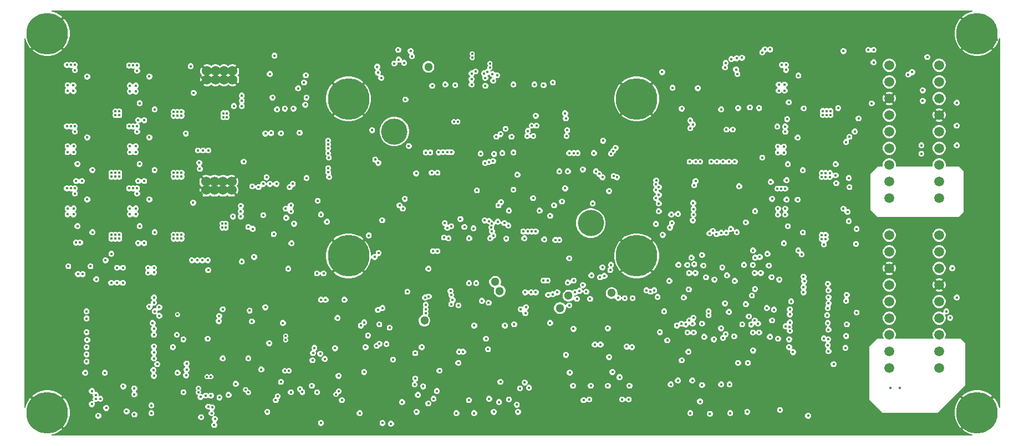
<source format=gbr>
G04*
G04 #@! TF.GenerationSoftware,Altium Limited,Altium Designer,24.9.1 (31)*
G04*
G04 Layer_Physical_Order=5*
G04 Layer_Color=15254943*
%FSLAX44Y44*%
%MOMM*%
G71*
G04*
G04 #@! TF.SameCoordinates,11843470-2C0B-4DC8-9AB9-1888B6BF92CD*
G04*
G04*
G04 #@! TF.FilePolarity,Positive*
G04*
G01*
G75*
%ADD131C,1.3000*%
%ADD133C,1.5000*%
%ADD134C,1.5240*%
%ADD136C,4.0000*%
%ADD152C,6.3500*%
%ADD153C,0.4000*%
G36*
X1453147Y653632D02*
X1451970Y653446D01*
X1446837Y651778D01*
X1442028Y649327D01*
X1437661Y646155D01*
X1437167Y645661D01*
X1439227Y643602D01*
X1436398Y640773D01*
X1434339Y642832D01*
X1433845Y642338D01*
X1430672Y637972D01*
X1428222Y633163D01*
X1426554Y628030D01*
X1425710Y622699D01*
Y617301D01*
X1426554Y611970D01*
X1428222Y606837D01*
X1430672Y602028D01*
X1433845Y597662D01*
X1434339Y597168D01*
X1436398Y599227D01*
X1439227Y596399D01*
X1437167Y594339D01*
X1437661Y593845D01*
X1442028Y590673D01*
X1446837Y588222D01*
X1451970Y586554D01*
X1457301Y585710D01*
X1462699D01*
X1468029Y586554D01*
X1473163Y588222D01*
X1477972Y590673D01*
X1482338Y593845D01*
X1482832Y594339D01*
X1480773Y596399D01*
X1483601Y599227D01*
X1485661Y597168D01*
X1486155Y597662D01*
X1489327Y602028D01*
X1491778Y606837D01*
X1493445Y611970D01*
X1493632Y613147D01*
X1494902Y613047D01*
X1494902Y46950D01*
X1493632Y46850D01*
X1493445Y48030D01*
X1491778Y53163D01*
X1489327Y57972D01*
X1486155Y62339D01*
X1485661Y62833D01*
X1483601Y60773D01*
X1480773Y63602D01*
X1482832Y65661D01*
X1482338Y66155D01*
X1477972Y69328D01*
X1473163Y71778D01*
X1468029Y73446D01*
X1462699Y74290D01*
X1457301D01*
X1451970Y73446D01*
X1446837Y71778D01*
X1442028Y69328D01*
X1437661Y66155D01*
X1437167Y65661D01*
X1439227Y63602D01*
X1436398Y60773D01*
X1434339Y62833D01*
X1433845Y62339D01*
X1430672Y57972D01*
X1428222Y53163D01*
X1426554Y48030D01*
X1425710Y42699D01*
Y37302D01*
X1426554Y31971D01*
X1428222Y26837D01*
X1430672Y22028D01*
X1433845Y17662D01*
X1434339Y17168D01*
X1436398Y19227D01*
X1439227Y16399D01*
X1437167Y14339D01*
X1437661Y13845D01*
X1442028Y10673D01*
X1446837Y8222D01*
X1451970Y6555D01*
X1453150Y6368D01*
X1453050Y5098D01*
X46950D01*
X46850Y6368D01*
X48029Y6555D01*
X53163Y8222D01*
X57972Y10673D01*
X62338Y13845D01*
X62832Y14339D01*
X60773Y16399D01*
X63601Y19227D01*
X65661Y17168D01*
X66155Y17662D01*
X69327Y22028D01*
X71778Y26837D01*
X73446Y31971D01*
X74290Y37302D01*
Y42699D01*
X73446Y48030D01*
X71778Y53163D01*
X69327Y57972D01*
X66155Y62339D01*
X65661Y62833D01*
X63601Y60773D01*
X60773Y63602D01*
X62832Y65661D01*
X62338Y66155D01*
X57972Y69328D01*
X53163Y71778D01*
X48029Y73446D01*
X42698Y74290D01*
X37301D01*
X31970Y73446D01*
X26837Y71778D01*
X22028Y69328D01*
X17661Y66155D01*
X17167Y65661D01*
X19227Y63602D01*
X16398Y60773D01*
X14339Y62833D01*
X13845Y62339D01*
X10672Y57972D01*
X8222Y53163D01*
X6554Y48030D01*
X6368Y46854D01*
X5098Y46954D01*
Y613047D01*
X6368Y613147D01*
X6554Y611970D01*
X8222Y606837D01*
X10672Y602028D01*
X13845Y597662D01*
X14339Y597168D01*
X16398Y599227D01*
X19227Y596399D01*
X17167Y594339D01*
X17661Y593845D01*
X22028Y590673D01*
X26837Y588222D01*
X31970Y586554D01*
X37301Y585710D01*
X42698D01*
X48029Y586554D01*
X53163Y588222D01*
X57972Y590673D01*
X62338Y593845D01*
X62832Y594339D01*
X60773Y596399D01*
X63601Y599227D01*
X65661Y597168D01*
X66155Y597662D01*
X69327Y602028D01*
X71778Y606837D01*
X73446Y611970D01*
X74290Y617301D01*
Y622699D01*
X73446Y628030D01*
X71778Y633163D01*
X69327Y637972D01*
X66155Y642338D01*
X65661Y642832D01*
X63601Y640773D01*
X60773Y643602D01*
X62832Y645661D01*
X62338Y646155D01*
X57972Y649327D01*
X53163Y651778D01*
X48029Y653446D01*
X46853Y653632D01*
X46953Y654902D01*
X1453047D01*
X1453147Y653632D01*
D02*
G37*
%LPC*%
G36*
X1144895Y600000D02*
X1143105D01*
X1141451Y599315D01*
X1140830Y598694D01*
X1140000Y598167D01*
X1139170Y598694D01*
X1138549Y599315D01*
X1136895Y600000D01*
X1135105D01*
X1133451Y599315D01*
X1132185Y598049D01*
X1131500Y596395D01*
Y595500D01*
X1131105D01*
X1129451Y594815D01*
X1128185Y593549D01*
X1127500Y591895D01*
Y590105D01*
X1128185Y588451D01*
X1129451Y587185D01*
X1131105Y586500D01*
X1132895D01*
X1134549Y587185D01*
X1135815Y588451D01*
X1136500Y590105D01*
Y591000D01*
X1136895D01*
X1138549Y591685D01*
X1139170Y592306D01*
X1140000Y592833D01*
X1140830Y592306D01*
X1141451Y591685D01*
X1143105Y591000D01*
X1144895D01*
X1146549Y591685D01*
X1147815Y592951D01*
X1148500Y594605D01*
Y596395D01*
X1147815Y598049D01*
X1146549Y599315D01*
X1144895Y600000D01*
D02*
G37*
G36*
X1302895Y599500D02*
X1301105D01*
X1299451Y598815D01*
X1298830Y598194D01*
X1298000Y597667D01*
X1297170Y598194D01*
X1296549Y598815D01*
X1294895Y599500D01*
X1293105D01*
X1291451Y598815D01*
X1290185Y597549D01*
X1289500Y595895D01*
Y594105D01*
X1290185Y592451D01*
X1291451Y591185D01*
X1293105Y590500D01*
X1294895D01*
X1296549Y591185D01*
X1297170Y591806D01*
X1298000Y592333D01*
X1298830Y591806D01*
X1299451Y591185D01*
X1301105Y590500D01*
X1302895D01*
X1304549Y591185D01*
X1305815Y592451D01*
X1306500Y594105D01*
Y595895D01*
X1305815Y597549D01*
X1304549Y598815D01*
X1302895Y599500D01*
D02*
G37*
G36*
X576895D02*
X575105D01*
X573451Y598815D01*
X572185Y597549D01*
X571500Y595895D01*
Y594105D01*
X572185Y592451D01*
X573451Y591185D01*
X575105Y590500D01*
X576895D01*
X578549Y591185D01*
X579815Y592451D01*
X580500Y594105D01*
Y595895D01*
X579815Y597549D01*
X578549Y598815D01*
X576895Y599500D01*
D02*
G37*
G36*
X1256895Y597500D02*
X1255105D01*
X1253451Y596815D01*
X1252185Y595549D01*
X1251500Y593895D01*
Y592105D01*
X1252185Y590451D01*
X1253451Y589185D01*
X1255105Y588500D01*
X1256895D01*
X1258549Y589185D01*
X1259815Y590451D01*
X1260500Y592105D01*
Y593895D01*
X1259815Y595549D01*
X1258549Y596815D01*
X1256895Y597500D01*
D02*
G37*
G36*
X1101895Y587500D02*
X1100105D01*
X1098451Y586815D01*
X1097185Y585549D01*
X1096042Y585322D01*
X1095549Y585815D01*
X1093895Y586500D01*
X1092105D01*
X1090451Y585815D01*
X1089185Y584549D01*
X1088042Y584322D01*
X1087549Y584815D01*
X1085895Y585500D01*
X1084105D01*
X1082451Y584815D01*
X1081185Y583549D01*
X1080500Y581895D01*
Y580105D01*
X1081185Y578451D01*
X1082451Y577185D01*
X1084105Y576500D01*
X1085895D01*
X1087549Y577185D01*
X1088815Y578451D01*
X1089958Y578678D01*
X1090451Y578185D01*
X1092105Y577500D01*
X1093895D01*
X1095549Y578185D01*
X1096815Y579451D01*
X1097958Y579678D01*
X1098451Y579185D01*
X1100105Y578500D01*
X1101895D01*
X1103549Y579185D01*
X1104815Y580451D01*
X1105500Y582105D01*
Y583895D01*
X1104815Y585549D01*
X1103549Y586815D01*
X1101895Y587500D01*
D02*
G37*
G36*
X387895Y590500D02*
X386105D01*
X384451Y589815D01*
X383185Y588549D01*
X382500Y586895D01*
Y585105D01*
X383185Y583451D01*
X384451Y582185D01*
X386105Y581500D01*
X387895D01*
X389549Y582185D01*
X390815Y583451D01*
X391500Y585105D01*
Y586895D01*
X390815Y588549D01*
X389549Y589815D01*
X387895Y590500D01*
D02*
G37*
G36*
X595895Y597500D02*
X594105D01*
X592451Y596815D01*
X591185Y595549D01*
X590500Y593895D01*
Y592105D01*
X591185Y590451D01*
X592451Y589185D01*
X592857Y589017D01*
X593185Y587549D01*
X592500Y585895D01*
Y584105D01*
X593185Y582451D01*
X594451Y581185D01*
X596105Y580500D01*
X597895D01*
X599549Y581185D01*
X600815Y582451D01*
X601500Y584105D01*
Y585895D01*
X600815Y587549D01*
X599549Y588815D01*
X599143Y588983D01*
X598815Y590451D01*
X599500Y592105D01*
Y593895D01*
X598815Y595549D01*
X597549Y596815D01*
X595895Y597500D01*
D02*
G37*
G36*
X1384895Y588500D02*
X1383105D01*
X1381451Y587815D01*
X1380185Y586549D01*
X1379500Y584895D01*
Y583105D01*
X1380185Y581451D01*
X1381451Y580185D01*
X1383105Y579500D01*
X1384895D01*
X1386549Y580185D01*
X1387815Y581451D01*
X1388500Y583105D01*
Y584895D01*
X1387815Y586549D01*
X1386549Y587815D01*
X1384895Y588500D01*
D02*
G37*
G36*
X689776Y592900D02*
X688224D01*
X686791Y592307D01*
X685694Y591209D01*
X685100Y589776D01*
Y588224D01*
X685694Y586791D01*
X686485Y586000D01*
X685694Y585209D01*
X685100Y583776D01*
Y582225D01*
X685694Y580791D01*
X686791Y579694D01*
X688224Y579100D01*
X689776D01*
X691209Y579694D01*
X692306Y580791D01*
X692900Y582225D01*
Y583776D01*
X692306Y585209D01*
X691515Y586000D01*
X692306Y586791D01*
X692900Y588224D01*
Y589776D01*
X692306Y591209D01*
X691209Y592307D01*
X689776Y592900D01*
D02*
G37*
G36*
X577895Y584500D02*
X576105D01*
X574451Y583815D01*
X573185Y582549D01*
X572500Y580895D01*
Y579210D01*
X572140Y578807D01*
X571475Y578260D01*
X570895Y578500D01*
X569105D01*
X567451Y577815D01*
X566185Y576549D01*
X565500Y574895D01*
Y573105D01*
X566185Y571451D01*
X567451Y570185D01*
X569105Y569500D01*
X570895D01*
X572549Y570185D01*
X573815Y571451D01*
X574500Y573105D01*
Y574790D01*
X574860Y575192D01*
X575524Y575740D01*
X576105Y575500D01*
X577895D01*
X579309Y576086D01*
X580138Y575662D01*
X580500Y575340D01*
Y574105D01*
X581185Y572451D01*
X582451Y571185D01*
X584105Y570500D01*
X585895D01*
X587549Y571185D01*
X588815Y572451D01*
X589500Y574105D01*
Y575895D01*
X588815Y577549D01*
X587549Y578815D01*
X585895Y579500D01*
X584105D01*
X582691Y578914D01*
X581862Y579338D01*
X581500Y579660D01*
Y580895D01*
X580815Y582549D01*
X579549Y583815D01*
X577895Y584500D01*
D02*
G37*
G36*
X1168895Y576500D02*
X1167105D01*
X1165451Y575815D01*
X1165000Y575364D01*
X1164549Y575815D01*
X1162895Y576500D01*
X1161105D01*
X1159451Y575815D01*
X1158185Y574549D01*
X1157500Y572895D01*
Y571105D01*
X1158185Y569451D01*
X1159451Y568185D01*
X1161105Y567500D01*
X1162895D01*
X1163603Y567793D01*
X1164080Y567364D01*
X1164449Y566769D01*
X1163843Y565307D01*
Y563517D01*
X1164528Y561863D01*
X1165794Y560597D01*
X1167448Y559912D01*
X1169238D01*
X1170892Y560597D01*
X1172158Y561863D01*
X1172843Y563517D01*
Y565307D01*
X1172158Y566961D01*
X1170892Y568227D01*
X1170842Y568478D01*
X1171815Y569451D01*
X1172500Y571105D01*
Y572895D01*
X1171815Y574549D01*
X1170549Y575815D01*
X1168895Y576500D01*
D02*
G37*
G36*
X82906Y576500D02*
X81116D01*
X79462Y575815D01*
X79011Y575364D01*
X78560Y575815D01*
X76906Y576500D01*
X75115D01*
X73462Y575815D01*
X73011Y575364D01*
X72560Y575815D01*
X70906Y576500D01*
X69116D01*
X67462Y575815D01*
X66196Y574549D01*
X65511Y572895D01*
Y571105D01*
X66196Y569451D01*
X67462Y568185D01*
X69116Y567500D01*
X70906D01*
X72560Y568185D01*
X73011Y568636D01*
X73462Y568185D01*
X75115Y567500D01*
X76906D01*
X77943Y567929D01*
X78662Y566852D01*
X78358Y566549D01*
X77673Y564895D01*
Y563105D01*
X78358Y561451D01*
X79624Y560185D01*
X81278Y559500D01*
X83068D01*
X84722Y560185D01*
X85988Y561451D01*
X86673Y563105D01*
Y564895D01*
X85988Y566549D01*
X85286Y567251D01*
X84772Y567912D01*
X85286Y568911D01*
X85826Y569451D01*
X86511Y571105D01*
Y572895D01*
X85826Y574549D01*
X84560Y575815D01*
X82906Y576500D01*
D02*
G37*
G36*
X177906Y575499D02*
X176116D01*
X174462Y574814D01*
X174011Y574363D01*
X173560Y574814D01*
X171906Y575499D01*
X170116D01*
X168462Y574814D01*
X168011Y574363D01*
X167560Y574814D01*
X165906Y575499D01*
X164116D01*
X162462Y574814D01*
X161196Y573549D01*
X160511Y571894D01*
Y570104D01*
X161196Y568450D01*
X162462Y567184D01*
X164116Y566499D01*
X165906D01*
X167560Y567184D01*
X168011Y567635D01*
X168462Y567184D01*
X170116Y566499D01*
X171906D01*
X172943Y566929D01*
X173662Y565852D01*
X173358Y565549D01*
X172673Y563895D01*
Y562104D01*
X173358Y560450D01*
X174624Y559184D01*
X176278Y558499D01*
X178068D01*
X179722Y559184D01*
X180988Y560450D01*
X181673Y562104D01*
Y563895D01*
X180988Y565549D01*
X180286Y566251D01*
X179772Y566911D01*
X180286Y567910D01*
X180826Y568450D01*
X181511Y570104D01*
Y571894D01*
X180826Y573549D01*
X179560Y574814D01*
X177906Y575499D01*
D02*
G37*
G36*
X1302895Y580500D02*
X1301105D01*
X1299451Y579815D01*
X1298185Y578549D01*
X1297500Y576895D01*
Y575105D01*
X1298185Y573451D01*
X1299451Y572185D01*
X1301105Y571500D01*
X1302895D01*
X1304549Y572185D01*
X1305815Y573451D01*
X1306500Y575105D01*
Y576895D01*
X1305815Y578549D01*
X1304549Y579815D01*
X1302895Y580500D01*
D02*
G37*
G36*
X324338Y572660D02*
X321662D01*
X319078Y571968D01*
X316762Y570630D01*
X316500Y570368D01*
X316238Y570630D01*
X313922Y571968D01*
X311338Y572660D01*
X308662D01*
X306078Y571968D01*
X303762Y570630D01*
X303500Y570368D01*
X303238Y570630D01*
X300922Y571968D01*
X298338Y572660D01*
X295662D01*
X293078Y571968D01*
X290762Y570630D01*
X290500Y570368D01*
X290238Y570630D01*
X287922Y571968D01*
X285338Y572660D01*
X282662D01*
X280078Y571968D01*
X278356Y570973D01*
X280434Y568895D01*
X277605Y566066D01*
X275527Y568144D01*
X274532Y566422D01*
X273840Y563838D01*
Y561162D01*
X274532Y558578D01*
X275870Y556262D01*
X276132Y556000D01*
X275870Y555738D01*
X274532Y553422D01*
X273840Y550838D01*
Y548162D01*
X274532Y545578D01*
X275527Y543856D01*
X277605Y545934D01*
X280434Y543105D01*
X278356Y541027D01*
X280078Y540032D01*
X282662Y539340D01*
X285338D01*
X287922Y540032D01*
X290238Y541370D01*
X290500Y541632D01*
X290762Y541370D01*
X293078Y540032D01*
X295662Y539340D01*
X298338D01*
X300922Y540032D01*
X303238Y541370D01*
X303500Y541632D01*
X303762Y541370D01*
X306078Y540032D01*
X308662Y539340D01*
X311338D01*
X313922Y540032D01*
X316238Y541370D01*
X316500Y541632D01*
X316762Y541370D01*
X319078Y540032D01*
X321662Y539340D01*
X324338D01*
X326922Y540032D01*
X328644Y541027D01*
X326566Y543105D01*
X329395Y545934D01*
X331473Y543856D01*
X332468Y545578D01*
X333160Y548162D01*
Y550838D01*
X332468Y553422D01*
X331130Y555738D01*
X330868Y556000D01*
X331130Y556262D01*
X332468Y558578D01*
X333160Y561162D01*
Y563838D01*
X332468Y566422D01*
X331473Y568144D01*
X329395Y566066D01*
X326566Y568895D01*
X328644Y570973D01*
X326922Y571968D01*
X324338Y572660D01*
D02*
G37*
G36*
X259895Y574500D02*
X258105D01*
X256451Y573815D01*
X255185Y572549D01*
X254500Y570895D01*
Y569105D01*
X255185Y567451D01*
X256451Y566185D01*
X258105Y565500D01*
X259895D01*
X261549Y566185D01*
X262815Y567451D01*
X263500Y569105D01*
Y570895D01*
X262815Y572549D01*
X261549Y573815D01*
X259895Y574500D01*
D02*
G37*
G36*
X1076895Y579500D02*
X1075105D01*
X1073451Y578815D01*
X1072185Y577549D01*
X1071500Y575895D01*
Y574105D01*
X1072185Y572451D01*
X1072187Y572449D01*
X1072451Y571815D01*
X1071185Y570549D01*
X1070500Y568895D01*
Y567105D01*
X1071185Y565451D01*
X1072451Y564185D01*
X1074105Y563500D01*
X1075895D01*
X1077549Y564185D01*
X1078815Y565451D01*
X1079500Y567105D01*
Y568895D01*
X1078815Y570549D01*
X1078813Y570551D01*
X1078549Y571185D01*
X1079815Y572451D01*
X1080500Y574105D01*
Y575895D01*
X1079815Y577549D01*
X1078549Y578815D01*
X1076895Y579500D01*
D02*
G37*
G36*
X716776Y577900D02*
X715224D01*
X713791Y577306D01*
X712694Y576209D01*
X712100Y574776D01*
Y573224D01*
X712694Y571791D01*
X713485Y571000D01*
X712694Y570209D01*
X712100Y568776D01*
Y567224D01*
X712288Y566770D01*
X711440Y565500D01*
X711105D01*
X709451Y564815D01*
X708185Y563549D01*
X708125Y563405D01*
X707895Y563500D01*
X706105D01*
X704451Y562815D01*
X703185Y561549D01*
X702500Y559895D01*
Y558105D01*
X703185Y556451D01*
X704451Y555185D01*
X704817Y553659D01*
X704500Y552895D01*
Y551105D01*
X705185Y549451D01*
X706451Y548185D01*
X708105Y547500D01*
X709895D01*
X711549Y548185D01*
X712815Y549451D01*
X713500Y551105D01*
Y552895D01*
X712815Y554549D01*
X712134Y555230D01*
X712660Y556500D01*
X712895D01*
X714248Y557061D01*
X714751Y557078D01*
X715724Y556564D01*
X716185Y555451D01*
X717451Y554185D01*
X719105Y553500D01*
X719201D01*
X719453Y552230D01*
X718451Y551815D01*
X717185Y550549D01*
X716500Y548895D01*
Y547105D01*
X717185Y545451D01*
X718451Y544185D01*
X720105Y543500D01*
X721895D01*
X723549Y544185D01*
X724815Y545451D01*
X725500Y547105D01*
Y548895D01*
X724815Y550549D01*
X724626Y550738D01*
X725345Y551815D01*
X726105Y551500D01*
X727895D01*
X729549Y552185D01*
X730815Y553451D01*
X731500Y555105D01*
Y556895D01*
X730815Y558549D01*
X729549Y559815D01*
X727895Y560500D01*
X726105D01*
X725341Y560184D01*
X723815Y560549D01*
X722549Y561815D01*
X720895Y562500D01*
X719105D01*
X717752Y561939D01*
X717249Y561922D01*
X716276Y562436D01*
X716113Y562830D01*
X716768Y564086D01*
X716845Y564129D01*
X718209Y564694D01*
X719306Y565791D01*
X719900Y567224D01*
Y568776D01*
X719306Y570209D01*
X718515Y571000D01*
X719306Y571791D01*
X719900Y573224D01*
Y574776D01*
X719306Y576209D01*
X718209Y577306D01*
X716776Y577900D01*
D02*
G37*
G36*
X694895Y566500D02*
X693105D01*
X691451Y565815D01*
X690185Y564549D01*
X689625Y563198D01*
X688895Y563500D01*
X687105D01*
X685451Y562815D01*
X684185Y561549D01*
X683500Y559895D01*
Y558105D01*
X684185Y556451D01*
X685451Y555185D01*
X685451Y553815D01*
X684185Y552549D01*
X683500Y550895D01*
Y549105D01*
X684185Y547451D01*
X684807Y546830D01*
X685334Y546000D01*
X684807Y545171D01*
X684185Y544549D01*
X683500Y542895D01*
Y541105D01*
X684185Y539451D01*
X685451Y538185D01*
X687105Y537500D01*
X688895D01*
X690549Y538185D01*
X691815Y539451D01*
X692500Y541105D01*
Y542895D01*
X691815Y544549D01*
X691194Y545171D01*
X690667Y546000D01*
X691194Y546830D01*
X691815Y547451D01*
X692500Y549105D01*
Y550895D01*
X691815Y552549D01*
X690549Y553815D01*
X690549Y555185D01*
X691815Y556451D01*
X692375Y557803D01*
X693105Y557500D01*
X694895D01*
X696549Y558185D01*
X697815Y559451D01*
X698500Y561105D01*
Y562895D01*
X697815Y564549D01*
X696549Y565815D01*
X694895Y566500D01*
D02*
G37*
G36*
X1403416Y581600D02*
X1400784D01*
X1398240Y580919D01*
X1395960Y579602D01*
X1394098Y577740D01*
X1392782Y575460D01*
X1392100Y572916D01*
Y570284D01*
X1392782Y567740D01*
X1394098Y565460D01*
X1395960Y563598D01*
X1398240Y562281D01*
X1400784Y561600D01*
X1403416D01*
X1405960Y562281D01*
X1408240Y563598D01*
X1410102Y565460D01*
X1411418Y567740D01*
X1412100Y570284D01*
Y572916D01*
X1411418Y575460D01*
X1410102Y577740D01*
X1408240Y579602D01*
X1405960Y580919D01*
X1403416Y581600D01*
D02*
G37*
G36*
X1327216D02*
X1324583D01*
X1322040Y580919D01*
X1319760Y579602D01*
X1317898Y577740D01*
X1316582Y575460D01*
X1315900Y572916D01*
Y570284D01*
X1316582Y567740D01*
X1317898Y565460D01*
X1319760Y563598D01*
X1322040Y562281D01*
X1324583Y561600D01*
X1327216D01*
X1329760Y562281D01*
X1332040Y563598D01*
X1333902Y565460D01*
X1335219Y567740D01*
X1335900Y570284D01*
Y572916D01*
X1335219Y575460D01*
X1333902Y577740D01*
X1332040Y579602D01*
X1329760Y580919D01*
X1327216Y581600D01*
D02*
G37*
G36*
X623185Y578000D02*
X620815D01*
X618526Y577387D01*
X616474Y576202D01*
X614798Y574526D01*
X613613Y572474D01*
X613000Y570185D01*
Y567815D01*
X613613Y565526D01*
X614798Y563474D01*
X616474Y561798D01*
X618526Y560613D01*
X620815Y560000D01*
X623185D01*
X625474Y560613D01*
X627526Y561798D01*
X629202Y563474D01*
X630387Y565526D01*
X631000Y567815D01*
Y570185D01*
X630387Y572474D01*
X629202Y574526D01*
X627526Y576202D01*
X625474Y577387D01*
X623185Y578000D01*
D02*
G37*
G36*
X979895Y565500D02*
X978105D01*
X976451Y564815D01*
X975185Y563549D01*
X974500Y561895D01*
Y560105D01*
X975185Y558451D01*
X976451Y557185D01*
X978105Y556500D01*
X979895D01*
X981549Y557185D01*
X982815Y558451D01*
X983500Y560105D01*
Y561895D01*
X982815Y563549D01*
X981549Y564815D01*
X979895Y565500D01*
D02*
G37*
G36*
X1092895Y569500D02*
X1091105D01*
X1089451Y568815D01*
X1088185Y567549D01*
X1087500Y565895D01*
Y564105D01*
X1088185Y562451D01*
X1089451Y561185D01*
X1089816Y559659D01*
X1089500Y558895D01*
Y557105D01*
X1090185Y555451D01*
X1091451Y554185D01*
X1093105Y553500D01*
X1094895D01*
X1096549Y554185D01*
X1097815Y555451D01*
X1098500Y557105D01*
Y558895D01*
X1097815Y560549D01*
X1096549Y561815D01*
X1096184Y563341D01*
X1096500Y564105D01*
Y565895D01*
X1095815Y567549D01*
X1094549Y568815D01*
X1092895Y569500D01*
D02*
G37*
G36*
X380895Y562500D02*
X379105D01*
X377451Y561815D01*
X376185Y560549D01*
X375500Y558895D01*
Y557105D01*
X376185Y555451D01*
X377451Y554185D01*
X379105Y553500D01*
X380895D01*
X382549Y554185D01*
X383815Y555451D01*
X384500Y557105D01*
Y558895D01*
X383815Y560549D01*
X382549Y561815D01*
X380895Y562500D01*
D02*
G37*
G36*
X1361895Y565500D02*
X1360105D01*
X1358451Y564815D01*
X1357185Y563549D01*
X1356758Y562517D01*
X1355895Y561500D01*
X1354105D01*
X1352451Y560815D01*
X1351185Y559549D01*
X1350500Y557895D01*
Y556105D01*
X1351185Y554451D01*
X1352451Y553185D01*
X1354105Y552500D01*
X1355895D01*
X1357549Y553185D01*
X1358815Y554451D01*
X1359242Y555483D01*
X1360105Y556500D01*
X1361895D01*
X1363549Y557185D01*
X1364815Y558451D01*
X1365500Y560105D01*
Y561895D01*
X1364815Y563549D01*
X1363549Y564815D01*
X1361895Y565500D01*
D02*
G37*
G36*
X435895Y560500D02*
X434105D01*
X432451Y559815D01*
X431185Y558549D01*
X430500Y556895D01*
Y555105D01*
X431185Y553451D01*
X432451Y552185D01*
X434105Y551500D01*
X435895D01*
X437549Y552185D01*
X438815Y553451D01*
X439500Y555105D01*
Y556895D01*
X438815Y558549D01*
X437549Y559815D01*
X435895Y560500D01*
D02*
G37*
G36*
X1187996Y559981D02*
X1186206D01*
X1184552Y559296D01*
X1183286Y558030D01*
X1182601Y556376D01*
Y554586D01*
X1183286Y552932D01*
X1184552Y551666D01*
X1186206Y550981D01*
X1187996D01*
X1189650Y551666D01*
X1190916Y552932D01*
X1191601Y554586D01*
Y556376D01*
X1190916Y558030D01*
X1189650Y559296D01*
X1187996Y559981D01*
D02*
G37*
G36*
X196826Y558569D02*
X195036D01*
X193382Y557884D01*
X192116Y556618D01*
X191431Y554964D01*
Y553174D01*
X192116Y551520D01*
X193382Y550254D01*
X195036Y549569D01*
X196826D01*
X198480Y550254D01*
X199746Y551520D01*
X200431Y553174D01*
Y554964D01*
X199746Y556618D01*
X198480Y557884D01*
X196826Y558569D01*
D02*
G37*
G36*
X101895Y558500D02*
X100105D01*
X98451Y557815D01*
X97185Y556549D01*
X96500Y554895D01*
Y553105D01*
X97185Y551451D01*
X98451Y550185D01*
X100105Y549500D01*
X101895D01*
X103549Y550185D01*
X104815Y551451D01*
X105500Y553105D01*
Y554895D01*
X104815Y556549D01*
X103549Y557815D01*
X101895Y558500D01*
D02*
G37*
G36*
X544895Y573500D02*
X543105D01*
X541451Y572815D01*
X540185Y571549D01*
X539500Y569895D01*
Y568105D01*
X540185Y566451D01*
X541451Y565185D01*
X541954Y564977D01*
X542087Y564664D01*
X542155Y563519D01*
X541185Y562549D01*
X540500Y560895D01*
Y559105D01*
X541185Y557451D01*
X542451Y556185D01*
X544105Y555500D01*
X545340D01*
X545662Y555138D01*
X546086Y554309D01*
X545500Y552895D01*
Y551105D01*
X546185Y549451D01*
X547451Y548185D01*
X549105Y547500D01*
X550895D01*
X552549Y548185D01*
X553815Y549451D01*
X554500Y551105D01*
Y552895D01*
X553815Y554549D01*
X552549Y555815D01*
X550895Y556500D01*
X549660D01*
X549338Y556862D01*
X548914Y557691D01*
X549500Y559105D01*
Y560895D01*
X548815Y562549D01*
X547549Y563815D01*
X547046Y564023D01*
X546913Y564336D01*
X546845Y565481D01*
X547815Y566451D01*
X548500Y568105D01*
Y569895D01*
X547815Y571549D01*
X546549Y572815D01*
X544895Y573500D01*
D02*
G37*
G36*
X1167134Y546259D02*
X1165344D01*
X1163690Y545574D01*
X1162424Y544308D01*
X1162374Y544187D01*
X1161104D01*
X1161054Y544308D01*
X1159788Y545574D01*
X1158134Y546259D01*
X1156344D01*
X1154690Y545574D01*
X1153424Y544308D01*
X1152739Y542654D01*
Y540864D01*
X1153424Y539210D01*
X1154690Y537944D01*
X1154690Y536574D01*
X1153424Y535308D01*
X1152739Y533654D01*
Y531864D01*
X1153424Y530210D01*
X1154690Y528944D01*
X1156344Y528259D01*
X1158134D01*
X1159788Y528944D01*
X1161054Y530210D01*
X1161104Y530331D01*
X1162374D01*
X1162424Y530210D01*
X1163690Y528944D01*
X1165344Y528259D01*
X1167134D01*
X1168788Y528944D01*
X1170054Y530210D01*
X1170739Y531864D01*
Y533654D01*
X1170054Y535308D01*
X1168788Y536574D01*
X1168788Y537944D01*
X1170054Y539210D01*
X1170739Y540864D01*
Y542654D01*
X1170054Y544308D01*
X1168788Y545574D01*
X1167134Y546259D01*
D02*
G37*
G36*
X80895Y545500D02*
X79105D01*
X77451Y544815D01*
X76185Y543549D01*
X76135Y543428D01*
X74865D01*
X74815Y543549D01*
X73549Y544815D01*
X71895Y545500D01*
X70105D01*
X68451Y544815D01*
X67185Y543549D01*
X66500Y541895D01*
Y540105D01*
X67185Y538451D01*
X68451Y537185D01*
X68451Y535815D01*
X67185Y534549D01*
X66500Y532895D01*
Y531105D01*
X67185Y529451D01*
X68451Y528185D01*
X70105Y527500D01*
X71895D01*
X73549Y528185D01*
X74815Y529451D01*
X74865Y529572D01*
X76135D01*
X76185Y529451D01*
X77451Y528185D01*
X79105Y527500D01*
X80895D01*
X82549Y528185D01*
X83815Y529451D01*
X84500Y531105D01*
Y532895D01*
X83815Y534549D01*
X82549Y535815D01*
X82549Y537185D01*
X83815Y538451D01*
X84500Y540105D01*
Y541895D01*
X83815Y543549D01*
X82549Y544815D01*
X80895Y545500D01*
D02*
G37*
G36*
X175964Y544847D02*
X174174D01*
X172520Y544162D01*
X171254Y542896D01*
X171204Y542775D01*
X169934D01*
X169884Y542896D01*
X168618Y544162D01*
X166964Y544847D01*
X165174D01*
X163520Y544162D01*
X162254Y542896D01*
X161569Y541242D01*
Y539452D01*
X162254Y537798D01*
X163520Y536532D01*
X163520Y535162D01*
X162254Y533896D01*
X161569Y532242D01*
Y530452D01*
X162254Y528798D01*
X163520Y527532D01*
X165174Y526847D01*
X166964D01*
X168618Y527532D01*
X169884Y528798D01*
X169934Y528919D01*
X171204D01*
X171254Y528798D01*
X172520Y527532D01*
X174174Y526847D01*
X175964D01*
X177618Y527532D01*
X178884Y528798D01*
X179569Y530452D01*
Y532242D01*
X178884Y533896D01*
X177618Y535162D01*
X177618Y536532D01*
X178884Y537798D01*
X179569Y539452D01*
Y541242D01*
X178884Y542896D01*
X177618Y544162D01*
X175964Y544847D01*
D02*
G37*
G36*
X942699Y554290D02*
X937301D01*
X931970Y553445D01*
X926837Y551778D01*
X922028Y549327D01*
X917662Y546155D01*
X917168Y545661D01*
X919227Y543601D01*
X916398Y540773D01*
X914339Y542832D01*
X913845Y542338D01*
X910673Y537972D01*
X908222Y533163D01*
X906554Y528029D01*
X905710Y522698D01*
Y517301D01*
X906554Y511970D01*
X908222Y506837D01*
X910673Y502028D01*
X913845Y497661D01*
X914339Y497167D01*
X916398Y499227D01*
X919227Y496398D01*
X917168Y494339D01*
X917662Y493845D01*
X922028Y490672D01*
X926837Y488222D01*
X931970Y486554D01*
X937301Y485710D01*
X942699D01*
X948030Y486554D01*
X953163Y488222D01*
X957972Y490672D01*
X962338Y493845D01*
X962832Y494339D01*
X960773Y496398D01*
X963602Y499227D01*
X965661Y497167D01*
X966155Y497661D01*
X969327Y502028D01*
X971778Y506837D01*
X973446Y511970D01*
X974290Y517301D01*
Y522698D01*
X973446Y528029D01*
X971778Y533163D01*
X969327Y537972D01*
X966155Y542338D01*
X965661Y542832D01*
X963602Y540773D01*
X960773Y543601D01*
X962832Y545661D01*
X962338Y546155D01*
X957972Y549327D01*
X953163Y551778D01*
X948030Y553445D01*
X942699Y554290D01*
D02*
G37*
G36*
X502699D02*
X497301D01*
X491970Y553445D01*
X486837Y551778D01*
X482028Y549327D01*
X477661Y546155D01*
X477167Y545661D01*
X479227Y543601D01*
X476398Y540773D01*
X474339Y542832D01*
X473845Y542338D01*
X470672Y537972D01*
X468222Y533163D01*
X466554Y528029D01*
X465710Y522698D01*
Y517301D01*
X466554Y511970D01*
X468222Y506837D01*
X470672Y502028D01*
X473845Y497661D01*
X474339Y497167D01*
X476398Y499227D01*
X479227Y496398D01*
X477167Y494339D01*
X477661Y493845D01*
X482028Y490672D01*
X486837Y488222D01*
X491970Y486554D01*
X497301Y485710D01*
X502699D01*
X508030Y486554D01*
X513163Y488222D01*
X517972Y490672D01*
X522338Y493845D01*
X522832Y494339D01*
X520773Y496398D01*
X523601Y499227D01*
X525661Y497167D01*
X526155Y497661D01*
X529327Y502028D01*
X531778Y506837D01*
X533446Y511970D01*
X534290Y517301D01*
Y522698D01*
X533446Y528029D01*
X531778Y533163D01*
X529327Y537972D01*
X526155Y542338D01*
X525661Y542832D01*
X523601Y540773D01*
X520773Y543601D01*
X522832Y545661D01*
X522338Y546155D01*
X517972Y549327D01*
X513163Y551778D01*
X508030Y553445D01*
X502699Y554290D01*
D02*
G37*
G36*
X812895Y549500D02*
X811105D01*
X809451Y548815D01*
X808185Y547549D01*
X807500Y545895D01*
Y544105D01*
X808185Y542451D01*
X809451Y541185D01*
X811105Y540500D01*
X812895D01*
X814549Y541185D01*
X815815Y542451D01*
X816500Y544105D01*
Y545895D01*
X815815Y547549D01*
X814549Y548815D01*
X812895Y549500D01*
D02*
G37*
G36*
X432895D02*
X431105D01*
X429451Y548815D01*
X428185Y547549D01*
X427500Y545895D01*
Y544105D01*
X428185Y542451D01*
X429451Y541185D01*
X431105Y540500D01*
X432895D01*
X434549Y541185D01*
X435815Y542451D01*
X436500Y544105D01*
Y545895D01*
X435815Y547549D01*
X434549Y548815D01*
X432895Y549500D01*
D02*
G37*
G36*
X784895Y546500D02*
X783105D01*
X781451Y545815D01*
X780185Y544549D01*
X779500Y542895D01*
Y541105D01*
X780185Y539451D01*
X781451Y538185D01*
X783105Y537500D01*
X784895D01*
X786549Y538185D01*
X787815Y539451D01*
X788500Y541105D01*
Y542895D01*
X787815Y544549D01*
X786549Y545815D01*
X784895Y546500D01*
D02*
G37*
G36*
X752895D02*
X751105D01*
X749451Y545815D01*
X748185Y544549D01*
X747500Y542895D01*
Y541105D01*
X748185Y539451D01*
X749451Y538185D01*
X751105Y537500D01*
X752895D01*
X754549Y538185D01*
X755815Y539451D01*
X756500Y541105D01*
Y542895D01*
X755815Y544549D01*
X754549Y545815D01*
X752895Y546500D01*
D02*
G37*
G36*
X648895D02*
X647105D01*
X645451Y545815D01*
X644185Y544549D01*
X643500Y542895D01*
Y541105D01*
X644185Y539451D01*
X645451Y538185D01*
X647105Y537500D01*
X648895D01*
X650549Y538185D01*
X651815Y539451D01*
X652500Y541105D01*
Y542895D01*
X651815Y544549D01*
X650549Y545815D01*
X648895Y546500D01*
D02*
G37*
G36*
X663895Y545500D02*
X662105D01*
X660451Y544815D01*
X659185Y543549D01*
X658500Y541895D01*
Y540105D01*
X659185Y538451D01*
X660451Y537185D01*
X662105Y536500D01*
X663895D01*
X665549Y537185D01*
X666815Y538451D01*
X667500Y540105D01*
Y541895D01*
X666815Y543549D01*
X665549Y544815D01*
X663895Y545500D01*
D02*
G37*
G36*
X798895Y545500D02*
X797105D01*
X795451Y544815D01*
X794185Y543549D01*
X793500Y541895D01*
Y540105D01*
X794185Y538451D01*
X795451Y537185D01*
X797105Y536500D01*
X798895D01*
X800549Y537185D01*
X801815Y538451D01*
X802500Y540105D01*
Y541895D01*
X801815Y543549D01*
X800549Y544815D01*
X798895Y545500D01*
D02*
G37*
G36*
X1403416Y556200D02*
X1400784D01*
X1398240Y555518D01*
X1395960Y554202D01*
X1394098Y552340D01*
X1392782Y550060D01*
X1392100Y547517D01*
Y544883D01*
X1392782Y542340D01*
X1394098Y540060D01*
X1395960Y538198D01*
X1398240Y536881D01*
X1400784Y536200D01*
X1403416D01*
X1405960Y536881D01*
X1408240Y538198D01*
X1410102Y540060D01*
X1411418Y542340D01*
X1412100Y544883D01*
Y547517D01*
X1411418Y550060D01*
X1410102Y552340D01*
X1408240Y554202D01*
X1405960Y555518D01*
X1403416Y556200D01*
D02*
G37*
G36*
X1327216D02*
X1324583D01*
X1322040Y555518D01*
X1319760Y554202D01*
X1317898Y552340D01*
X1316582Y550060D01*
X1315900Y547517D01*
Y544883D01*
X1316582Y542340D01*
X1317898Y540060D01*
X1319760Y538198D01*
X1322040Y536881D01*
X1324583Y536200D01*
X1327216D01*
X1329760Y536881D01*
X1332040Y538198D01*
X1333902Y540060D01*
X1335219Y542340D01*
X1335900Y544883D01*
Y547517D01*
X1335219Y550060D01*
X1333902Y552340D01*
X1332040Y554202D01*
X1329760Y555518D01*
X1327216Y556200D01*
D02*
G37*
G36*
X709895Y544500D02*
X708105D01*
X706451Y543815D01*
X705185Y542549D01*
X704500Y540895D01*
Y539105D01*
X705185Y537451D01*
X706451Y536185D01*
X708105Y535500D01*
X709895D01*
X711549Y536185D01*
X712815Y537451D01*
X713500Y539105D01*
Y540895D01*
X712815Y542549D01*
X711549Y543815D01*
X709895Y544500D01*
D02*
G37*
G36*
X628895D02*
X627105D01*
X625451Y543815D01*
X624185Y542549D01*
X623500Y540895D01*
Y539105D01*
X624185Y537451D01*
X625451Y536185D01*
X627105Y535500D01*
X628895D01*
X630549Y536185D01*
X631815Y537451D01*
X632500Y539105D01*
Y540895D01*
X631815Y542549D01*
X630549Y543815D01*
X628895Y544500D01*
D02*
G37*
G36*
X995895Y541500D02*
X994105D01*
X992451Y540815D01*
X991185Y539549D01*
X990500Y537895D01*
Y536105D01*
X991185Y534451D01*
X992451Y533185D01*
X994105Y532500D01*
X995895D01*
X997549Y533185D01*
X998815Y534451D01*
X999500Y536105D01*
Y537895D01*
X998815Y539549D01*
X997549Y540815D01*
X995895Y541500D01*
D02*
G37*
G36*
X1034528Y540800D02*
X1032737D01*
X1031083Y540115D01*
X1029818Y538849D01*
X1029133Y537195D01*
Y535405D01*
X1029818Y533751D01*
X1031083Y532485D01*
X1032737Y531800D01*
X1034528D01*
X1036181Y532485D01*
X1037447Y533751D01*
X1038132Y535405D01*
Y537195D01*
X1037447Y538849D01*
X1036181Y540115D01*
X1034528Y540800D01*
D02*
G37*
G36*
X423895Y540500D02*
X422105D01*
X420451Y539815D01*
X419185Y538549D01*
X418500Y536895D01*
Y535105D01*
X419185Y533451D01*
X420451Y532185D01*
X422105Y531500D01*
X423895D01*
X425549Y532185D01*
X426815Y533451D01*
X427500Y535105D01*
Y536895D01*
X426815Y538549D01*
X425549Y539815D01*
X423895Y540500D01*
D02*
G37*
G36*
X1377895Y537500D02*
X1376105D01*
X1374451Y536815D01*
X1373185Y535549D01*
X1372500Y533895D01*
Y532105D01*
X1373185Y530451D01*
X1374451Y529185D01*
X1376105Y528500D01*
X1377895D01*
X1379549Y529185D01*
X1380815Y530451D01*
X1381500Y532105D01*
Y533895D01*
X1380815Y535549D01*
X1379549Y536815D01*
X1377895Y537500D01*
D02*
G37*
G36*
X264620Y533589D02*
X262829D01*
X261176Y532904D01*
X259910Y531638D01*
X259225Y529984D01*
Y528194D01*
X259910Y526539D01*
X261176Y525274D01*
X262829Y524589D01*
X264620D01*
X266274Y525274D01*
X267540Y526539D01*
X268225Y528194D01*
Y529984D01*
X267540Y531638D01*
X266274Y532904D01*
X264620Y533589D01*
D02*
G37*
G36*
X1327222Y530840D02*
X1324578D01*
X1322025Y530156D01*
X1320343Y529185D01*
X1322422Y527107D01*
X1319593Y524278D01*
X1317515Y526357D01*
X1316544Y524675D01*
X1315860Y522122D01*
Y519478D01*
X1316544Y516925D01*
X1317515Y515243D01*
X1319593Y517322D01*
X1322422Y514493D01*
X1320343Y512415D01*
X1322025Y511444D01*
X1324578Y510760D01*
X1327222D01*
X1329775Y511444D01*
X1331457Y512415D01*
X1329378Y514493D01*
X1332207Y517322D01*
X1334285Y515243D01*
X1335256Y516925D01*
X1335940Y519478D01*
Y522122D01*
X1335256Y524675D01*
X1334285Y526357D01*
X1332207Y524278D01*
X1329378Y527107D01*
X1331457Y529185D01*
X1329775Y530156D01*
X1327222Y530840D01*
D02*
G37*
G36*
X436895Y526500D02*
X435105D01*
X433451Y525815D01*
X432185Y524549D01*
X431500Y522895D01*
Y521105D01*
X432185Y519451D01*
X433451Y518185D01*
X435105Y517500D01*
X436895D01*
X438549Y518185D01*
X439815Y519451D01*
X440500Y521105D01*
Y522895D01*
X439815Y524549D01*
X438549Y525815D01*
X436895Y526500D01*
D02*
G37*
G36*
X384895D02*
X383105D01*
X381451Y525815D01*
X380185Y524549D01*
X379500Y522895D01*
Y521105D01*
X380185Y519451D01*
X381451Y518185D01*
X383105Y517500D01*
X384895D01*
X386549Y518185D01*
X387815Y519451D01*
X388500Y521105D01*
Y522895D01*
X387815Y524549D01*
X386549Y525815D01*
X384895Y526500D01*
D02*
G37*
G36*
X587895Y523500D02*
X586105D01*
X584451Y522815D01*
X583185Y521549D01*
X582500Y519895D01*
Y518105D01*
X583185Y516451D01*
X584451Y515185D01*
X586105Y514500D01*
X587895D01*
X589549Y515185D01*
X590815Y516451D01*
X591500Y518105D01*
Y519895D01*
X590815Y521549D01*
X589549Y522815D01*
X587895Y523500D01*
D02*
G37*
G36*
X1377895Y521500D02*
X1376105D01*
X1374451Y520815D01*
X1373185Y519549D01*
X1372500Y517895D01*
Y516105D01*
X1373185Y514451D01*
X1374451Y513185D01*
X1376105Y512500D01*
X1377895D01*
X1379549Y513185D01*
X1380815Y514451D01*
X1381500Y516105D01*
Y517895D01*
X1380815Y519549D01*
X1379549Y520815D01*
X1377895Y521500D01*
D02*
G37*
G36*
X1403416Y530800D02*
X1400784D01*
X1398240Y530118D01*
X1395960Y528802D01*
X1394098Y526940D01*
X1392782Y524660D01*
X1392100Y522117D01*
Y519483D01*
X1392782Y516940D01*
X1394098Y514660D01*
X1395960Y512798D01*
X1398240Y511482D01*
X1400784Y510800D01*
X1403416D01*
X1405960Y511482D01*
X1408240Y512798D01*
X1410102Y514660D01*
X1411418Y516940D01*
X1412100Y519483D01*
Y522117D01*
X1411418Y524660D01*
X1410102Y526940D01*
X1408240Y528802D01*
X1405960Y530118D01*
X1403416Y530800D01*
D02*
G37*
G36*
X1173134Y519259D02*
X1171344D01*
X1169690Y518574D01*
X1168424Y517308D01*
X1167739Y515654D01*
Y513864D01*
X1168424Y512210D01*
X1169690Y510944D01*
X1171344Y510259D01*
X1173134D01*
X1174788Y510944D01*
X1176054Y512210D01*
X1176739Y513864D01*
Y515654D01*
X1176054Y517308D01*
X1174788Y518574D01*
X1173134Y519259D01*
D02*
G37*
G36*
X1429895Y518500D02*
X1428105D01*
X1426451Y517815D01*
X1425185Y516549D01*
X1424500Y514895D01*
Y513105D01*
X1425185Y511451D01*
X1426451Y510185D01*
X1428105Y509500D01*
X1429895D01*
X1431549Y510185D01*
X1432815Y511451D01*
X1433500Y513105D01*
Y514895D01*
X1432815Y516549D01*
X1431549Y517815D01*
X1429895Y518500D01*
D02*
G37*
G36*
X181964Y517848D02*
X180174D01*
X178520Y517162D01*
X177254Y515897D01*
X176569Y514243D01*
Y512452D01*
X177254Y510798D01*
X178520Y509533D01*
X180174Y508848D01*
X181964D01*
X183618Y509533D01*
X184884Y510798D01*
X185569Y512452D01*
Y514243D01*
X184884Y515897D01*
X183618Y517162D01*
X181964Y517848D01*
D02*
G37*
G36*
X1299895Y517500D02*
X1298105D01*
X1296451Y516815D01*
X1295185Y515549D01*
X1294500Y513895D01*
Y512105D01*
X1295185Y510451D01*
X1296451Y509185D01*
X1298105Y508500D01*
X1299895D01*
X1301549Y509185D01*
X1302815Y510451D01*
X1303500Y512105D01*
Y513895D01*
X1302815Y515549D01*
X1301549Y516815D01*
X1299895Y517500D01*
D02*
G37*
G36*
X434895Y515500D02*
X433105D01*
X431451Y514815D01*
X430185Y513549D01*
X429500Y511895D01*
Y510105D01*
X430185Y508451D01*
X431451Y507185D01*
X433105Y506500D01*
X434895D01*
X436549Y507185D01*
X437815Y508451D01*
X438500Y510105D01*
Y511895D01*
X437815Y513549D01*
X436549Y514815D01*
X434895Y515500D01*
D02*
G37*
G36*
X1237065Y505912D02*
X1235275D01*
X1233621Y505227D01*
X1233170Y504776D01*
X1232719Y505227D01*
X1231065Y505912D01*
X1229275D01*
X1227621Y505227D01*
X1227170Y504776D01*
X1226719Y505227D01*
X1225065Y505912D01*
X1223275D01*
X1221621Y505227D01*
X1220355Y503961D01*
X1219670Y502307D01*
Y500517D01*
X1220355Y498863D01*
X1220806Y498412D01*
X1220355Y497961D01*
X1219670Y496307D01*
Y494516D01*
X1220355Y492863D01*
X1221621Y491597D01*
X1223275Y490912D01*
X1225065D01*
X1226719Y491597D01*
X1227170Y492048D01*
X1227621Y491597D01*
X1229275Y490912D01*
X1231065D01*
X1232719Y491597D01*
X1233170Y492048D01*
X1233621Y491597D01*
X1235275Y490912D01*
X1237065D01*
X1238719Y491597D01*
X1239985Y492863D01*
X1240670Y494516D01*
Y496307D01*
X1239985Y497961D01*
X1239534Y498412D01*
X1239985Y498863D01*
X1240670Y500517D01*
Y502307D01*
X1239985Y503961D01*
X1238719Y505227D01*
X1237065Y505912D01*
D02*
G37*
G36*
X337895Y529500D02*
X336105D01*
X334451Y528815D01*
X333185Y527549D01*
X332500Y525895D01*
Y524105D01*
X333185Y522451D01*
X333807Y521830D01*
X334334Y521000D01*
X333807Y520171D01*
X333185Y519549D01*
X332500Y517895D01*
Y516105D01*
X333185Y514451D01*
X333807Y513830D01*
X334334Y513000D01*
X333807Y512171D01*
X333185Y511549D01*
X332500Y509895D01*
Y508105D01*
X333185Y506451D01*
X334451Y505185D01*
X336105Y504500D01*
X337895D01*
X339549Y505185D01*
X340815Y506451D01*
X341500Y508105D01*
Y509895D01*
X340815Y511549D01*
X340194Y512171D01*
X339667Y513000D01*
X340194Y513830D01*
X340815Y514451D01*
X341500Y516105D01*
Y517895D01*
X340815Y519549D01*
X340194Y520171D01*
X339667Y521000D01*
X340194Y521830D01*
X340815Y522451D01*
X341500Y524105D01*
Y525895D01*
X340815Y527549D01*
X339549Y528815D01*
X337895Y529500D01*
D02*
G37*
G36*
X325895Y513500D02*
X324105D01*
X322451Y512815D01*
X321185Y511549D01*
X320500Y509895D01*
Y508105D01*
X321185Y506451D01*
X322451Y505185D01*
X324105Y504500D01*
X325895D01*
X327549Y505185D01*
X328815Y506451D01*
X329500Y508105D01*
Y509895D01*
X328815Y511549D01*
X327549Y512815D01*
X325895Y513500D01*
D02*
G37*
G36*
X150895Y505500D02*
X149105D01*
X147451Y504815D01*
X147000Y504364D01*
X146549Y504815D01*
X144895Y505500D01*
X143105D01*
X141451Y504815D01*
X140185Y503549D01*
X139500Y501895D01*
Y500105D01*
X140185Y498451D01*
X140636Y498000D01*
X140185Y497549D01*
X139500Y495895D01*
Y494105D01*
X140185Y492451D01*
X141451Y491185D01*
X143105Y490500D01*
X144895D01*
X146549Y491185D01*
X147000Y491636D01*
X147451Y491185D01*
X149105Y490500D01*
X150895D01*
X152549Y491185D01*
X153815Y492451D01*
X154500Y494105D01*
Y495895D01*
X153815Y497549D01*
X153364Y498000D01*
X153815Y498451D01*
X154500Y500105D01*
Y501895D01*
X153815Y503549D01*
X152549Y504815D01*
X150895Y505500D01*
D02*
G37*
G36*
X245895Y504500D02*
X244105D01*
X242451Y503815D01*
X242000Y503364D01*
X241549Y503815D01*
X239895Y504500D01*
X238105D01*
X236451Y503815D01*
X236000Y503364D01*
X235549Y503815D01*
X233895Y504500D01*
X232105D01*
X230451Y503815D01*
X229185Y502549D01*
X228500Y500895D01*
Y499105D01*
X229185Y497451D01*
X229636Y497000D01*
X229185Y496549D01*
X228500Y494895D01*
Y493105D01*
X229185Y491451D01*
X230451Y490185D01*
X232105Y489500D01*
X233895D01*
X235549Y490185D01*
X236000Y490636D01*
X236451Y490185D01*
X238105Y489500D01*
X239895D01*
X241549Y490185D01*
X242000Y490636D01*
X242451Y490185D01*
X244105Y489500D01*
X245895D01*
X247549Y490185D01*
X248815Y491451D01*
X249500Y493105D01*
Y494895D01*
X248815Y496549D01*
X248364Y497000D01*
X248815Y497451D01*
X249500Y499105D01*
Y500895D01*
X248815Y502549D01*
X247549Y503815D01*
X245895Y504500D01*
D02*
G37*
G36*
X1113895Y511500D02*
X1112105D01*
X1110451Y510815D01*
X1109185Y509549D01*
X1108500Y507895D01*
Y506105D01*
X1109185Y504451D01*
X1110451Y503185D01*
X1112105Y502500D01*
X1113895D01*
X1115549Y503185D01*
X1116815Y504451D01*
X1117500Y506105D01*
Y507895D01*
X1116815Y509549D01*
X1115549Y510815D01*
X1113895Y511500D01*
D02*
G37*
G36*
X314895Y502500D02*
X313105D01*
X311500Y501835D01*
X309895Y502500D01*
X308105D01*
X306451Y501815D01*
X305185Y500549D01*
X304500Y498895D01*
Y497105D01*
X305185Y495451D01*
X305636Y495000D01*
X305185Y494549D01*
X304500Y492895D01*
Y491105D01*
X305185Y489451D01*
X306451Y488185D01*
X308105Y487500D01*
X309895D01*
X311500Y488165D01*
X313105Y487500D01*
X314895D01*
X316549Y488185D01*
X317815Y489451D01*
X318500Y491105D01*
Y492895D01*
X317815Y494549D01*
X317364Y495000D01*
X317815Y495451D01*
X318500Y497105D01*
Y498895D01*
X317815Y500549D01*
X316549Y501815D01*
X314895Y502500D01*
D02*
G37*
G36*
X1248895Y510500D02*
X1247105D01*
X1245451Y509815D01*
X1244185Y508549D01*
X1243500Y506895D01*
Y505105D01*
X1244185Y503451D01*
X1245451Y502185D01*
X1247105Y501500D01*
X1248895D01*
X1250549Y502185D01*
X1251815Y503451D01*
X1252500Y505105D01*
Y506895D01*
X1251815Y508549D01*
X1250549Y509815D01*
X1248895Y510500D01*
D02*
G37*
G36*
X1127895D02*
X1126105D01*
X1124451Y509815D01*
X1123185Y508549D01*
X1122500Y506895D01*
Y505105D01*
X1123185Y503451D01*
X1124451Y502185D01*
X1126105Y501500D01*
X1127895D01*
X1129549Y502185D01*
X1130815Y503451D01*
X1131500Y505105D01*
Y506895D01*
X1130815Y508549D01*
X1129549Y509815D01*
X1127895Y510500D01*
D02*
G37*
G36*
X1095895D02*
X1094105D01*
X1092451Y509815D01*
X1091185Y508549D01*
X1090500Y506895D01*
Y505105D01*
X1091185Y503451D01*
X1092451Y502185D01*
X1094105Y501500D01*
X1095895D01*
X1097549Y502185D01*
X1098815Y503451D01*
X1099500Y505105D01*
Y506895D01*
X1098815Y508549D01*
X1097549Y509815D01*
X1095895Y510500D01*
D02*
G37*
G36*
X1196065Y509912D02*
X1194275D01*
X1192621Y509227D01*
X1191355Y507961D01*
X1190670Y506307D01*
Y504517D01*
X1191355Y502863D01*
X1192621Y501597D01*
X1194275Y500912D01*
X1196065D01*
X1197719Y501597D01*
X1198985Y502863D01*
X1199670Y504517D01*
Y506307D01*
X1198985Y507961D01*
X1197719Y509227D01*
X1196065Y509912D01*
D02*
G37*
G36*
X1009895Y509500D02*
X1008105D01*
X1006451Y508815D01*
X1005185Y507549D01*
X1004500Y505895D01*
Y504105D01*
X1005185Y502451D01*
X1006451Y501185D01*
X1008105Y500500D01*
X1009895D01*
X1011549Y501185D01*
X1012815Y502451D01*
X1013500Y504105D01*
Y505895D01*
X1012815Y507549D01*
X1011549Y508815D01*
X1009895Y509500D01*
D02*
G37*
G36*
X416895D02*
X415105D01*
X413451Y508815D01*
X412185Y507549D01*
X411500Y505895D01*
Y504105D01*
X412185Y502451D01*
X413451Y501185D01*
X415105Y500500D01*
X416895D01*
X418549Y501185D01*
X419815Y502451D01*
X420500Y504105D01*
Y505895D01*
X419815Y507549D01*
X418549Y508815D01*
X416895Y509500D01*
D02*
G37*
G36*
X403895D02*
X402105D01*
X400451Y508815D01*
X399185Y507549D01*
X398500Y505895D01*
Y504105D01*
X399185Y502451D01*
X400451Y501185D01*
X402105Y500500D01*
X403895D01*
X405549Y501185D01*
X406815Y502451D01*
X407500Y504105D01*
Y505895D01*
X406815Y507549D01*
X405549Y508815D01*
X403895Y509500D01*
D02*
G37*
G36*
X1069895Y508500D02*
X1068105D01*
X1066451Y507815D01*
X1065185Y506549D01*
X1064500Y504895D01*
Y503105D01*
X1065185Y501451D01*
X1066451Y500185D01*
X1068105Y499500D01*
X1069895D01*
X1071549Y500185D01*
X1072815Y501451D01*
X1073500Y503105D01*
Y504895D01*
X1072815Y506549D01*
X1071549Y507815D01*
X1069895Y508500D01*
D02*
G37*
G36*
X391895D02*
X390105D01*
X388451Y507815D01*
X387185Y506549D01*
X386500Y504895D01*
Y503105D01*
X387185Y501451D01*
X388451Y500185D01*
X390105Y499500D01*
X391895D01*
X393549Y500185D01*
X394815Y501451D01*
X395500Y503105D01*
Y504895D01*
X394815Y506549D01*
X393549Y507815D01*
X391895Y508500D01*
D02*
G37*
G36*
X204895Y508500D02*
X203105D01*
X201451Y507815D01*
X200185Y506549D01*
X199500Y504895D01*
Y503105D01*
X200185Y501451D01*
X201451Y500185D01*
X203105Y499500D01*
X204895D01*
X206549Y500185D01*
X207815Y501451D01*
X208500Y503105D01*
Y504895D01*
X207815Y506549D01*
X206549Y507815D01*
X204895Y508500D01*
D02*
G37*
G36*
X1403422Y505440D02*
X1400778D01*
X1398225Y504756D01*
X1396543Y503785D01*
X1398622Y501707D01*
X1395793Y498878D01*
X1393715Y500957D01*
X1392744Y499275D01*
X1392060Y496722D01*
Y494078D01*
X1392744Y491525D01*
X1393715Y489843D01*
X1395793Y491922D01*
X1398622Y489093D01*
X1396543Y487015D01*
X1398225Y486044D01*
X1400778Y485360D01*
X1403422D01*
X1405975Y486044D01*
X1407657Y487015D01*
X1405578Y489093D01*
X1408407Y491922D01*
X1410485Y489843D01*
X1411456Y491525D01*
X1412140Y494078D01*
Y496722D01*
X1411456Y499275D01*
X1410485Y500957D01*
X1408407Y498878D01*
X1405578Y501707D01*
X1407657Y503785D01*
X1405975Y504756D01*
X1403422Y505440D01*
D02*
G37*
G36*
X188975Y491847D02*
X187185D01*
X185531Y491162D01*
X184265Y489896D01*
X182895D01*
X181629Y491162D01*
X179975Y491847D01*
X178185D01*
X176531Y491162D01*
X175265Y489896D01*
X174580Y488242D01*
Y486452D01*
X175265Y484798D01*
X176293Y483770D01*
X176179Y482955D01*
X176109Y482715D01*
X175966Y482438D01*
X174462Y481815D01*
X174011Y481364D01*
X173560Y481815D01*
X171906Y482500D01*
X170116D01*
X168462Y481815D01*
X168011Y481364D01*
X167560Y481815D01*
X165906Y482500D01*
X164116D01*
X162462Y481815D01*
X161196Y480549D01*
X160511Y478895D01*
Y477105D01*
X161196Y475451D01*
X162462Y474185D01*
X164116Y473500D01*
X165906D01*
X167560Y474185D01*
X168011Y474636D01*
X168462Y474185D01*
X170116Y473500D01*
X171906D01*
X172943Y473929D01*
X173662Y472853D01*
X173358Y472549D01*
X172673Y470895D01*
Y469105D01*
X173358Y467451D01*
X174624Y466185D01*
X176278Y465500D01*
X178068D01*
X179722Y466185D01*
X180988Y467451D01*
X181673Y469105D01*
Y470895D01*
X180988Y472549D01*
X180286Y473251D01*
X179772Y473912D01*
X180286Y474911D01*
X180826Y475451D01*
X181511Y477105D01*
Y478895D01*
X180826Y480549D01*
X179797Y481577D01*
X179911Y482392D01*
X179981Y482632D01*
X180125Y482909D01*
X181629Y483532D01*
X182895Y484798D01*
X184265D01*
X185531Y483532D01*
X187185Y482847D01*
X188975D01*
X190629Y483532D01*
X191895Y484798D01*
X192580Y486452D01*
Y488242D01*
X191895Y489896D01*
X190629Y491162D01*
X188975Y491847D01*
D02*
G37*
G36*
X786895Y498500D02*
X785105D01*
X783451Y497815D01*
X782185Y496549D01*
X781500Y494895D01*
Y493105D01*
X782185Y491451D01*
X783451Y490185D01*
X785105Y489500D01*
X786895D01*
X788549Y490185D01*
X789815Y491451D01*
X790500Y493105D01*
Y494895D01*
X789815Y496549D01*
X788549Y497815D01*
X786895Y498500D01*
D02*
G37*
G36*
X667776Y488900D02*
X666224D01*
X664791Y488306D01*
X664000Y487515D01*
X663209Y488306D01*
X661776Y488900D01*
X660224D01*
X658791Y488306D01*
X657694Y487209D01*
X657100Y485776D01*
Y484224D01*
X657694Y482791D01*
X658791Y481694D01*
X660224Y481100D01*
X661776D01*
X663209Y481694D01*
X664000Y482485D01*
X664791Y481694D01*
X666224Y481100D01*
X667776D01*
X669209Y481694D01*
X670306Y482791D01*
X670900Y484224D01*
Y485776D01*
X670306Y487209D01*
X669209Y488306D01*
X667776Y488900D01*
D02*
G37*
G36*
X1279895Y494500D02*
X1278105D01*
X1276451Y493815D01*
X1275185Y492549D01*
X1274500Y490895D01*
Y489105D01*
X1275185Y487451D01*
X1276451Y486185D01*
X1278105Y485500D01*
X1279895D01*
X1281549Y486185D01*
X1282815Y487451D01*
X1283500Y489105D01*
Y490895D01*
X1282815Y492549D01*
X1281549Y493815D01*
X1279895Y494500D01*
D02*
G37*
G36*
X831895Y502500D02*
X830105D01*
X828451Y501815D01*
X827185Y500549D01*
X826500Y498895D01*
Y497105D01*
X827185Y495451D01*
X828451Y494185D01*
X828678Y493042D01*
X828185Y492549D01*
X827500Y490895D01*
Y489105D01*
X828185Y487451D01*
X829451Y486185D01*
X831105Y485500D01*
X832895D01*
X834549Y486185D01*
X835815Y487451D01*
X836500Y489105D01*
Y490895D01*
X835815Y492549D01*
X834549Y493815D01*
X834322Y494958D01*
X834815Y495451D01*
X835500Y497105D01*
Y498895D01*
X834815Y500549D01*
X833549Y501815D01*
X831895Y502500D01*
D02*
G37*
G36*
X1327216Y505400D02*
X1324583D01*
X1322040Y504719D01*
X1319760Y503402D01*
X1317898Y501540D01*
X1316582Y499260D01*
X1315900Y496716D01*
Y494084D01*
X1316582Y491540D01*
X1317898Y489260D01*
X1319760Y487398D01*
X1322040Y486082D01*
X1324583Y485400D01*
X1327216D01*
X1329760Y486082D01*
X1332040Y487398D01*
X1333902Y489260D01*
X1335219Y491540D01*
X1335900Y494084D01*
Y496716D01*
X1335219Y499260D01*
X1333902Y501540D01*
X1332040Y503402D01*
X1329760Y504719D01*
X1327216Y505400D01*
D02*
G37*
G36*
X1170895Y493500D02*
X1169105D01*
X1167451Y492815D01*
X1166185Y491549D01*
X1165500Y489895D01*
Y488105D01*
X1166185Y486451D01*
X1167451Y485185D01*
X1169105Y484500D01*
X1170895D01*
X1172549Y485185D01*
X1173815Y486451D01*
X1174500Y488105D01*
Y489895D01*
X1173815Y491549D01*
X1172549Y492815D01*
X1170895Y493500D01*
D02*
G37*
G36*
X787895Y483500D02*
X786105D01*
X784451Y482815D01*
X783500Y481864D01*
X782549Y482815D01*
X780895Y483500D01*
X779105D01*
X777451Y482815D01*
X776185Y481549D01*
X775500Y479895D01*
Y478105D01*
X776185Y476451D01*
X776374Y476262D01*
X775655Y475185D01*
X774895Y475500D01*
X773105D01*
X771451Y474815D01*
X770185Y473549D01*
X769500Y471895D01*
Y470105D01*
X770185Y468451D01*
X770678Y467958D01*
X770451Y466815D01*
X769185Y465549D01*
X768500Y463895D01*
Y462105D01*
X769185Y460451D01*
X770451Y459185D01*
X772105Y458500D01*
X773895D01*
X775549Y459185D01*
X776815Y460451D01*
X778185D01*
X779451Y459185D01*
X781105Y458500D01*
X782895D01*
X784549Y459185D01*
X785815Y460451D01*
X786500Y462105D01*
Y463895D01*
X785815Y465549D01*
X784549Y466815D01*
X782895Y467500D01*
X781105D01*
X779451Y466815D01*
X778526Y465890D01*
X777074Y465933D01*
X776446Y466666D01*
X776549Y467185D01*
X777815Y468451D01*
X778500Y470105D01*
Y471895D01*
X777815Y473549D01*
X777626Y473738D01*
X778345Y474815D01*
X779105Y474500D01*
X780895D01*
X782549Y475185D01*
X783500Y476136D01*
X784451Y475185D01*
X786105Y474500D01*
X787895D01*
X789549Y475185D01*
X790815Y476451D01*
X791500Y478105D01*
Y479895D01*
X790815Y481549D01*
X789549Y482815D01*
X787895Y483500D01*
D02*
G37*
G36*
X82906Y482500D02*
X81116D01*
X79462Y481815D01*
X79011Y481364D01*
X78560Y481815D01*
X76906Y482500D01*
X75115D01*
X73462Y481815D01*
X73011Y481364D01*
X72560Y481815D01*
X70906Y482500D01*
X69116D01*
X67462Y481815D01*
X66196Y480549D01*
X65511Y478895D01*
Y477105D01*
X66196Y475451D01*
X67462Y474185D01*
X69116Y473500D01*
X70906D01*
X72560Y474185D01*
X73011Y474636D01*
X73462Y474185D01*
X75115Y473500D01*
X76906D01*
X77943Y473929D01*
X78662Y472853D01*
X78358Y472549D01*
X77673Y470895D01*
Y469105D01*
X78358Y467451D01*
X79624Y466185D01*
X81278Y465500D01*
X83068D01*
X84722Y466185D01*
X85988Y467451D01*
X86673Y469105D01*
Y470895D01*
X85988Y472549D01*
X85286Y473251D01*
X84772Y473912D01*
X85286Y474911D01*
X85826Y475451D01*
X86511Y477105D01*
Y478895D01*
X85826Y480549D01*
X84560Y481815D01*
X82906Y482500D01*
D02*
G37*
G36*
X1429895Y483500D02*
X1428105D01*
X1426451Y482815D01*
X1425185Y481549D01*
X1424500Y479895D01*
Y478105D01*
X1425185Y476451D01*
X1426451Y475185D01*
X1428105Y474500D01*
X1429895D01*
X1431549Y475185D01*
X1432815Y476451D01*
X1433500Y478105D01*
Y479895D01*
X1432815Y481549D01*
X1431549Y482815D01*
X1429895Y483500D01*
D02*
G37*
G36*
X1087895Y477500D02*
X1086105D01*
X1084451Y476815D01*
X1083185Y475549D01*
X1082673Y474314D01*
X1081327D01*
X1080815Y475549D01*
X1079549Y476815D01*
X1077895Y477500D01*
X1076105D01*
X1074451Y476815D01*
X1073185Y475549D01*
X1072500Y473895D01*
Y472105D01*
X1073185Y470451D01*
X1074451Y469185D01*
X1076105Y468500D01*
X1077895D01*
X1079549Y469185D01*
X1080815Y470451D01*
X1081327Y471686D01*
X1082673D01*
X1083185Y470451D01*
X1084451Y469185D01*
X1086105Y468500D01*
X1087895D01*
X1089549Y469185D01*
X1090815Y470451D01*
X1091500Y472105D01*
Y473895D01*
X1090815Y475549D01*
X1089549Y476815D01*
X1087895Y477500D01*
D02*
G37*
G36*
X1155826Y482153D02*
X1154036D01*
X1152382Y481468D01*
X1151116Y480202D01*
X1150431Y478548D01*
Y476758D01*
X1151116Y475104D01*
X1152382Y473838D01*
X1154036Y473153D01*
X1155826D01*
X1157480Y473838D01*
X1158746Y475104D01*
X1159431Y476758D01*
Y478548D01*
X1158746Y480202D01*
X1157480Y481468D01*
X1155826Y482153D01*
D02*
G37*
G36*
X1022895Y491500D02*
X1021105D01*
X1019451Y490815D01*
X1018185Y489549D01*
X1017500Y487895D01*
Y486105D01*
X1018185Y484451D01*
X1019451Y483185D01*
X1020483Y482758D01*
X1021500Y481895D01*
Y480105D01*
X1020483Y479242D01*
X1019451Y478815D01*
X1018185Y477549D01*
X1017500Y475895D01*
Y474105D01*
X1018185Y472451D01*
X1019451Y471185D01*
X1021105Y470500D01*
X1022895D01*
X1024549Y471185D01*
X1025815Y472451D01*
X1026500Y474105D01*
Y475895D01*
X1027517Y476758D01*
X1028549Y477185D01*
X1029815Y478451D01*
X1030500Y480105D01*
Y481895D01*
X1029815Y483549D01*
X1028549Y484815D01*
X1027517Y485242D01*
X1026500Y486105D01*
Y487895D01*
X1025815Y489549D01*
X1024549Y490815D01*
X1022895Y491500D01*
D02*
G37*
G36*
X382895Y472379D02*
X381105D01*
X379451Y471694D01*
X378185Y470428D01*
X378005Y469994D01*
X377631Y469854D01*
X376554Y469809D01*
X375549Y470815D01*
X373895Y471500D01*
X372105D01*
X370451Y470815D01*
X369185Y469549D01*
X368500Y467895D01*
Y466105D01*
X369185Y464451D01*
X370451Y463185D01*
X372105Y462500D01*
X373895D01*
X375549Y463185D01*
X376815Y464451D01*
X376995Y464885D01*
X377368Y465025D01*
X378445Y465069D01*
X379451Y464064D01*
X381105Y463379D01*
X382895D01*
X384549Y464064D01*
X385815Y465330D01*
X386500Y466984D01*
Y468774D01*
X385815Y470428D01*
X384549Y471694D01*
X382895Y472379D01*
D02*
G37*
G36*
X740895Y478500D02*
X739105D01*
X737451Y477815D01*
X736185Y476549D01*
X735500Y474895D01*
Y473105D01*
X736185Y471451D01*
X737451Y470185D01*
X739105Y469500D01*
X740895D01*
X742549Y470185D01*
X743815Y471451D01*
X744500Y473105D01*
Y474895D01*
X743815Y476549D01*
X742549Y477815D01*
X740895Y478500D01*
D02*
G37*
G36*
X536895Y476500D02*
X535105D01*
X533451Y475815D01*
X532185Y474549D01*
X531500Y472895D01*
Y471105D01*
X532185Y469451D01*
X533451Y468185D01*
X535105Y467500D01*
X536895D01*
X538549Y468185D01*
X539815Y469451D01*
X540500Y471105D01*
Y472895D01*
X539815Y474549D01*
X538549Y475815D01*
X536895Y476500D01*
D02*
G37*
G36*
X1273895Y474500D02*
X1272105D01*
X1270451Y473815D01*
X1269185Y472549D01*
X1268500Y470895D01*
Y469105D01*
X1269185Y467451D01*
X1270451Y466185D01*
X1272105Y465500D01*
X1273895D01*
X1275549Y466185D01*
X1276815Y467451D01*
X1277500Y469105D01*
Y470895D01*
X1276815Y472549D01*
X1275549Y473815D01*
X1273895Y474500D01*
D02*
G37*
G36*
X1167826Y482153D02*
X1166036D01*
X1164382Y481468D01*
X1163116Y480202D01*
X1162431Y478548D01*
Y476758D01*
X1163116Y475104D01*
X1163818Y474401D01*
X1164332Y473741D01*
X1163818Y472742D01*
X1163278Y472202D01*
X1162593Y470548D01*
Y468758D01*
X1163278Y467104D01*
X1164544Y465838D01*
X1166198Y465153D01*
X1167988D01*
X1169642Y465838D01*
X1170908Y467104D01*
X1171593Y468758D01*
Y470548D01*
X1170908Y472202D01*
X1170206Y472905D01*
X1169692Y473565D01*
X1170206Y474564D01*
X1170746Y475104D01*
X1171431Y476758D01*
Y478548D01*
X1170746Y480202D01*
X1169480Y481468D01*
X1167826Y482153D01*
D02*
G37*
G36*
X426357Y472602D02*
X424567D01*
X422913Y471917D01*
X421647Y470651D01*
X420962Y468997D01*
Y467207D01*
X421647Y465553D01*
X422913Y464287D01*
X424567Y463602D01*
X426357D01*
X428011Y464287D01*
X429277Y465553D01*
X429962Y467207D01*
Y468997D01*
X429277Y470651D01*
X428011Y471917D01*
X426357Y472602D01*
D02*
G37*
G36*
X397789Y471765D02*
X395999D01*
X394345Y471080D01*
X393079Y469814D01*
X392394Y468160D01*
Y466370D01*
X393079Y464716D01*
X394345Y463450D01*
X395999Y462765D01*
X397789D01*
X399443Y463450D01*
X400709Y464716D01*
X401394Y466370D01*
Y468160D01*
X400709Y469814D01*
X399443Y471080D01*
X397789Y471765D01*
D02*
G37*
G36*
X252395Y471500D02*
X250605D01*
X248951Y470815D01*
X247685Y469549D01*
X247000Y467895D01*
Y466105D01*
X247685Y464451D01*
X248951Y463185D01*
X250605Y462500D01*
X252395D01*
X254049Y463185D01*
X255315Y464451D01*
X256000Y466105D01*
Y467895D01*
X255315Y469549D01*
X254049Y470815D01*
X252395Y471500D01*
D02*
G37*
G36*
X1403416Y480000D02*
X1400784D01*
X1398240Y479319D01*
X1395960Y478002D01*
X1394098Y476140D01*
X1392782Y473860D01*
X1392100Y471316D01*
Y468684D01*
X1392782Y466140D01*
X1394098Y463860D01*
X1395960Y461998D01*
X1398240Y460681D01*
X1400784Y460000D01*
X1403416D01*
X1405960Y460681D01*
X1408240Y461998D01*
X1410102Y463860D01*
X1411418Y466140D01*
X1412100Y468684D01*
Y471316D01*
X1411418Y473860D01*
X1410102Y476140D01*
X1408240Y478002D01*
X1405960Y479319D01*
X1403416Y480000D01*
D02*
G37*
G36*
X1327216D02*
X1324583D01*
X1322040Y479319D01*
X1319760Y478002D01*
X1317898Y476140D01*
X1316582Y473860D01*
X1315900Y471316D01*
Y468684D01*
X1316582Y466140D01*
X1317898Y463860D01*
X1319760Y461998D01*
X1322040Y460681D01*
X1324583Y460000D01*
X1327216D01*
X1329760Y460681D01*
X1332040Y461998D01*
X1333902Y463860D01*
X1335219Y466140D01*
X1335900Y468684D01*
Y471316D01*
X1335219Y473860D01*
X1333902Y476140D01*
X1332040Y478002D01*
X1329760Y479319D01*
X1327216Y480000D01*
D02*
G37*
G36*
X834895Y476500D02*
X833105D01*
X831451Y475815D01*
X830185Y474549D01*
X829500Y472895D01*
Y471105D01*
X830185Y469451D01*
X831155Y468481D01*
X831087Y467336D01*
X830954Y467023D01*
X830451Y466815D01*
X829185Y465549D01*
X828500Y463895D01*
Y462105D01*
X829185Y460451D01*
X830451Y459185D01*
X832105Y458500D01*
X833895D01*
X835549Y459185D01*
X836815Y460451D01*
X837500Y462105D01*
Y463895D01*
X836815Y465549D01*
X835845Y466519D01*
X835913Y467664D01*
X836046Y467977D01*
X836549Y468185D01*
X837815Y469451D01*
X838500Y471105D01*
Y472895D01*
X837815Y474549D01*
X836549Y475815D01*
X834895Y476500D01*
D02*
G37*
G36*
X749895Y466500D02*
X748105D01*
X746451Y465815D01*
X745185Y464549D01*
X744500Y462895D01*
Y461105D01*
X745185Y459451D01*
X746451Y458185D01*
X748105Y457500D01*
X749895D01*
X751549Y458185D01*
X752815Y459451D01*
X753500Y461105D01*
Y462895D01*
X752815Y464549D01*
X751549Y465815D01*
X749895Y466500D01*
D02*
G37*
G36*
X732895Y470500D02*
X731105D01*
X729451Y469815D01*
X728185Y468549D01*
X727758Y467517D01*
X726895Y466500D01*
X725105D01*
X723451Y465815D01*
X722185Y464549D01*
X721500Y462895D01*
Y461105D01*
X722185Y459451D01*
X723451Y458185D01*
X725105Y457500D01*
X726895D01*
X728549Y458185D01*
X729815Y459451D01*
X730242Y460483D01*
X731105Y461500D01*
X732895D01*
X734549Y462185D01*
X735815Y463451D01*
X736500Y465105D01*
Y466895D01*
X735815Y468549D01*
X734549Y469815D01*
X732895Y470500D01*
D02*
G37*
G36*
X196826Y465569D02*
X195036D01*
X193382Y464884D01*
X192116Y463618D01*
X191431Y461964D01*
Y460174D01*
X192116Y458520D01*
X193382Y457254D01*
X195036Y456569D01*
X196826D01*
X198480Y457254D01*
X199746Y458520D01*
X200431Y460174D01*
Y461964D01*
X199746Y463618D01*
X198480Y464884D01*
X196826Y465569D01*
D02*
G37*
G36*
X101826D02*
X100036D01*
X98382Y464884D01*
X97116Y463618D01*
X96431Y461964D01*
Y460174D01*
X97116Y458520D01*
X98382Y457254D01*
X100036Y456569D01*
X101826D01*
X103480Y457254D01*
X104746Y458520D01*
X105431Y460174D01*
Y461964D01*
X104746Y463618D01*
X103480Y464884D01*
X101826Y465569D01*
D02*
G37*
G36*
X1186746Y465222D02*
X1184956D01*
X1183302Y464537D01*
X1182036Y463271D01*
X1181351Y461617D01*
Y459827D01*
X1182036Y458173D01*
X1183302Y456907D01*
X1184956Y456222D01*
X1186746D01*
X1188400Y456907D01*
X1189666Y458173D01*
X1190351Y459827D01*
Y461617D01*
X1189666Y463271D01*
X1188400Y464537D01*
X1186746Y465222D01*
D02*
G37*
G36*
X889892Y460539D02*
X888102D01*
X886448Y459854D01*
X885182Y458588D01*
X884497Y456934D01*
Y455144D01*
X885182Y453490D01*
X886448Y452224D01*
X888102Y451539D01*
X889892D01*
X891546Y452224D01*
X892812Y453490D01*
X893497Y455144D01*
Y456934D01*
X892812Y458588D01*
X891546Y459854D01*
X889892Y460539D01*
D02*
G37*
G36*
X175964Y451847D02*
X174174D01*
X172520Y451162D01*
X171254Y449896D01*
X171204Y449775D01*
X169934D01*
X169884Y449896D01*
X168618Y451162D01*
X166964Y451847D01*
X165174D01*
X163520Y451162D01*
X162254Y449896D01*
X161569Y448242D01*
Y446452D01*
X162254Y444798D01*
X163520Y443532D01*
X163520Y442162D01*
X162254Y440896D01*
X161569Y439242D01*
Y437452D01*
X162254Y435798D01*
X163520Y434532D01*
X165174Y433847D01*
X166964D01*
X168618Y434532D01*
X169884Y435798D01*
X169934Y435919D01*
X171204D01*
X171254Y435798D01*
X172520Y434532D01*
X174174Y433847D01*
X175964D01*
X177618Y434532D01*
X178884Y435798D01*
X179569Y437452D01*
Y439242D01*
X178884Y440896D01*
X177618Y442162D01*
X177618Y443532D01*
X178884Y444798D01*
X179569Y446452D01*
Y448242D01*
X178884Y449896D01*
X177618Y451162D01*
X175964Y451847D01*
D02*
G37*
G36*
X80964D02*
X79174D01*
X77520Y451162D01*
X76254Y449896D01*
X76204Y449775D01*
X74934D01*
X74884Y449896D01*
X73618Y451162D01*
X71964Y451847D01*
X70174D01*
X68520Y451162D01*
X67254Y449896D01*
X66569Y448242D01*
Y446452D01*
X67254Y444798D01*
X68520Y443532D01*
X68520Y442162D01*
X67254Y440896D01*
X66569Y439242D01*
Y437452D01*
X67254Y435798D01*
X68520Y434532D01*
X70174Y433847D01*
X71964D01*
X73618Y434532D01*
X74884Y435798D01*
X74934Y435919D01*
X76204D01*
X76254Y435798D01*
X77520Y434532D01*
X79174Y433847D01*
X80964D01*
X82618Y434532D01*
X83884Y435798D01*
X84569Y437452D01*
Y439242D01*
X83884Y440896D01*
X82618Y442162D01*
X82618Y443532D01*
X83884Y444798D01*
X84569Y446452D01*
Y448242D01*
X83884Y449896D01*
X82618Y451162D01*
X80964Y451847D01*
D02*
G37*
G36*
X1265895Y466500D02*
X1264105D01*
X1262451Y465815D01*
X1261185Y464549D01*
X1260500Y462895D01*
Y461105D01*
X1261086Y459691D01*
X1260662Y458862D01*
X1260340Y458500D01*
X1259105D01*
X1257451Y457815D01*
X1256185Y456549D01*
X1255500Y454895D01*
Y453105D01*
X1256185Y451451D01*
X1257451Y450185D01*
X1259105Y449500D01*
X1260895D01*
X1262549Y450185D01*
X1263815Y451451D01*
X1264500Y453105D01*
Y454895D01*
X1263914Y456309D01*
X1264338Y457138D01*
X1264660Y457500D01*
X1265895D01*
X1267549Y458185D01*
X1268815Y459451D01*
X1269500Y461105D01*
Y462895D01*
X1268815Y464549D01*
X1267549Y465815D01*
X1265895Y466500D01*
D02*
G37*
G36*
X1165884Y451500D02*
X1164094D01*
X1162440Y450815D01*
X1161174Y449549D01*
X1161124Y449428D01*
X1159854D01*
X1159804Y449549D01*
X1158538Y450815D01*
X1156884Y451500D01*
X1155094D01*
X1153440Y450815D01*
X1152174Y449549D01*
X1151489Y447895D01*
Y446105D01*
X1152174Y444451D01*
X1153440Y443185D01*
X1153440Y441815D01*
X1152174Y440549D01*
X1151489Y438895D01*
Y437105D01*
X1152174Y435451D01*
X1153440Y434185D01*
X1155094Y433500D01*
X1156884D01*
X1158538Y434185D01*
X1159804Y435451D01*
X1159854Y435572D01*
X1161124D01*
X1161174Y435451D01*
X1162440Y434185D01*
X1164094Y433500D01*
X1165884D01*
X1167538Y434185D01*
X1168804Y435451D01*
X1169489Y437105D01*
Y438895D01*
X1168804Y440549D01*
X1167538Y441815D01*
X1167538Y443185D01*
X1168804Y444451D01*
X1169489Y446105D01*
Y447895D01*
X1168804Y449549D01*
X1167538Y450815D01*
X1165884Y451500D01*
D02*
G37*
G36*
X572216Y492500D02*
X567784D01*
X563437Y491635D01*
X559342Y489939D01*
X555657Y487477D01*
X552523Y484343D01*
X550061Y480658D01*
X548365Y476563D01*
X547500Y472216D01*
Y467784D01*
X548365Y463437D01*
X550061Y459342D01*
X552523Y455657D01*
X555657Y452523D01*
X559342Y450061D01*
X563437Y448365D01*
X567784Y447500D01*
X572216D01*
X576563Y448365D01*
X580658Y450061D01*
X584343Y452523D01*
X587477Y455657D01*
X589939Y459342D01*
X591636Y463437D01*
X592500Y467784D01*
Y472216D01*
X591636Y476563D01*
X589939Y480658D01*
X587477Y484343D01*
X584343Y487477D01*
X580658Y489939D01*
X576563Y491635D01*
X572216Y492500D01*
D02*
G37*
G36*
X1429895Y453500D02*
X1428105D01*
X1426451Y452815D01*
X1425185Y451549D01*
X1424500Y449895D01*
Y448105D01*
X1425185Y446451D01*
X1426451Y445185D01*
X1428105Y444500D01*
X1429895D01*
X1431549Y445185D01*
X1432815Y446451D01*
X1433500Y448105D01*
Y449895D01*
X1432815Y451549D01*
X1431549Y452815D01*
X1429895Y453500D01*
D02*
G37*
G36*
X1375895D02*
X1374105D01*
X1372451Y452815D01*
X1371185Y451549D01*
X1370500Y449895D01*
Y448105D01*
X1371185Y446451D01*
X1372451Y445185D01*
X1374105Y444500D01*
X1375895D01*
X1377549Y445185D01*
X1378815Y446451D01*
X1379500Y448105D01*
Y449895D01*
X1378815Y451549D01*
X1377549Y452815D01*
X1375895Y453500D01*
D02*
G37*
G36*
X286895Y445500D02*
X285105D01*
X283451Y444815D01*
X282829Y444193D01*
X282000Y443667D01*
X281170Y444193D01*
X280549Y444815D01*
X278895Y445500D01*
X277105D01*
X275451Y444815D01*
X274830Y444193D01*
X274000Y443666D01*
X273170Y444193D01*
X272549Y444815D01*
X270895Y445500D01*
X269105D01*
X267451Y444815D01*
X266185Y443549D01*
X265500Y441895D01*
Y440105D01*
X266185Y438451D01*
X267451Y437185D01*
X269105Y436500D01*
X270895D01*
X272549Y437185D01*
X273170Y437806D01*
X274000Y438333D01*
X274830Y437806D01*
X275451Y437185D01*
X277105Y436500D01*
X278895D01*
X280549Y437185D01*
X281170Y437806D01*
X282000Y438333D01*
X282830Y437806D01*
X283451Y437185D01*
X285105Y436500D01*
X286895D01*
X288549Y437185D01*
X289815Y438451D01*
X290500Y440105D01*
Y441895D01*
X289815Y443549D01*
X288549Y444815D01*
X286895Y445500D01*
D02*
G37*
G36*
X593145Y452250D02*
X591355D01*
X589701Y451565D01*
X588435Y450299D01*
X587750Y448645D01*
Y446855D01*
X588435Y445201D01*
X589701Y443935D01*
X591355Y443250D01*
X593145D01*
X594799Y443935D01*
X596065Y445201D01*
X596750Y446855D01*
Y448645D01*
X596065Y450299D01*
X594799Y451565D01*
X593145Y452250D01*
D02*
G37*
G36*
X644986Y443018D02*
X643196D01*
X641542Y442333D01*
X640787Y441577D01*
X640299Y442065D01*
X638645Y442750D01*
X636855D01*
X635201Y442065D01*
X633935Y440799D01*
X633250Y439145D01*
Y437355D01*
X633935Y435701D01*
X635201Y434435D01*
X636855Y433750D01*
X638645D01*
X640299Y434435D01*
X641055Y435191D01*
X641542Y434703D01*
X643196Y434018D01*
X644986D01*
X646640Y434703D01*
X647412Y435475D01*
X648201Y434685D01*
X649855Y434000D01*
X651645D01*
X653299Y434685D01*
X653961Y435347D01*
X654701Y434607D01*
X656355Y433922D01*
X658145D01*
X659799Y434607D01*
X661065Y435873D01*
X661750Y437527D01*
Y439317D01*
X661065Y440971D01*
X659799Y442237D01*
X658145Y442922D01*
X656355D01*
X654701Y442237D01*
X654039Y441575D01*
X653299Y442315D01*
X651645Y443000D01*
X649855D01*
X648201Y442315D01*
X647430Y441544D01*
X646640Y442333D01*
X644986Y443018D01*
D02*
G37*
G36*
X625895Y442500D02*
X624105D01*
X622451Y441815D01*
X621500Y440864D01*
X620549Y441815D01*
X618895Y442500D01*
X617105D01*
X615451Y441815D01*
X614185Y440549D01*
X613500Y438895D01*
Y437105D01*
X614185Y435451D01*
X615451Y434185D01*
X617105Y433500D01*
X618895D01*
X620549Y434185D01*
X621500Y435136D01*
X622451Y434185D01*
X624105Y433500D01*
X625895D01*
X627549Y434185D01*
X628815Y435451D01*
X629500Y437105D01*
Y438895D01*
X628815Y440549D01*
X627549Y441815D01*
X625895Y442500D01*
D02*
G37*
G36*
X850895Y441500D02*
X849105D01*
X847451Y440815D01*
X847000Y440364D01*
X846549Y440815D01*
X844895Y441500D01*
X843105D01*
X841451Y440815D01*
X840500Y439864D01*
X839549Y440815D01*
X837895Y441500D01*
X836105D01*
X834451Y440815D01*
X833185Y439549D01*
X832500Y437895D01*
Y436105D01*
X833185Y434451D01*
X834451Y433185D01*
X836105Y432500D01*
X837895D01*
X839549Y433185D01*
X840500Y434136D01*
X841451Y433185D01*
X843105Y432500D01*
X844895D01*
X846549Y433185D01*
X847000Y433636D01*
X847451Y433185D01*
X849105Y432500D01*
X850895D01*
X852549Y433185D01*
X853815Y434451D01*
X854500Y436105D01*
Y437895D01*
X853815Y439549D01*
X852549Y440815D01*
X850895Y441500D01*
D02*
G37*
G36*
X1403416Y454600D02*
X1400784D01*
X1398240Y453918D01*
X1395960Y452602D01*
X1394098Y450740D01*
X1392782Y448460D01*
X1392100Y445916D01*
Y443284D01*
X1392782Y440740D01*
X1394098Y438460D01*
X1395960Y436598D01*
X1398240Y435281D01*
X1400784Y434600D01*
X1403416D01*
X1405960Y435281D01*
X1408240Y436598D01*
X1410102Y438460D01*
X1411418Y440740D01*
X1412100Y443284D01*
Y445916D01*
X1411418Y448460D01*
X1410102Y450740D01*
X1408240Y452602D01*
X1405960Y453918D01*
X1403416Y454600D01*
D02*
G37*
G36*
X1327216D02*
X1324583D01*
X1322040Y453918D01*
X1319760Y452602D01*
X1317898Y450740D01*
X1316582Y448460D01*
X1315900Y445916D01*
Y443284D01*
X1316582Y440740D01*
X1317898Y438460D01*
X1319760Y436598D01*
X1322040Y435281D01*
X1324583Y434600D01*
X1327216D01*
X1329760Y435281D01*
X1332040Y436598D01*
X1333902Y438460D01*
X1335219Y440740D01*
X1335900Y443284D01*
Y445916D01*
X1335219Y448460D01*
X1333902Y450740D01*
X1332040Y452602D01*
X1329760Y453918D01*
X1327216Y454600D01*
D02*
G37*
G36*
X752895Y442500D02*
X751105D01*
X749451Y441815D01*
X748185Y440549D01*
X747500Y438895D01*
Y437105D01*
X748185Y435451D01*
X749451Y434185D01*
X751105Y433500D01*
X752895D01*
X754549Y434185D01*
X755815Y435451D01*
X756500Y437105D01*
Y438895D01*
X755815Y440549D01*
X754549Y441815D01*
X752895Y442500D01*
D02*
G37*
G36*
X875895Y441500D02*
X874105D01*
X872451Y440815D01*
X871185Y439549D01*
X870500Y437895D01*
Y436105D01*
X871185Y434451D01*
X872451Y433185D01*
X874105Y432500D01*
X875895D01*
X877549Y433185D01*
X878815Y434451D01*
X879500Y436105D01*
Y437895D01*
X878815Y439549D01*
X877549Y440815D01*
X875895Y441500D01*
D02*
G37*
G36*
X735895D02*
X734105D01*
X732451Y440815D01*
X731185Y439549D01*
X730500Y437895D01*
Y436105D01*
X731185Y434451D01*
X732451Y433185D01*
X734105Y432500D01*
X735895D01*
X737549Y433185D01*
X738815Y434451D01*
X739500Y436105D01*
Y437895D01*
X738815Y439549D01*
X737549Y440815D01*
X735895Y441500D01*
D02*
G37*
G36*
X702645Y440750D02*
X700855D01*
X699201Y440065D01*
X697935Y438799D01*
X697250Y437145D01*
Y435355D01*
X697935Y433701D01*
X699201Y432435D01*
X700855Y431750D01*
X702645D01*
X704299Y432435D01*
X705565Y433701D01*
X706250Y435355D01*
Y437145D01*
X705565Y438799D01*
X704299Y440065D01*
X702645Y440750D01*
D02*
G37*
G36*
X1375895Y440500D02*
X1374105D01*
X1372451Y439815D01*
X1371185Y438549D01*
X1370500Y436895D01*
Y435105D01*
X1371185Y433451D01*
X1372451Y432185D01*
X1374105Y431500D01*
X1375895D01*
X1377549Y432185D01*
X1378815Y433451D01*
X1379500Y435105D01*
Y436895D01*
X1378815Y438549D01*
X1377549Y439815D01*
X1375895Y440500D01*
D02*
G37*
G36*
X908895Y449500D02*
X907105D01*
X905451Y448815D01*
X904185Y447549D01*
X903500Y445895D01*
Y444740D01*
X903285D01*
X901631Y444055D01*
X900365Y442789D01*
X899680Y441135D01*
Y440324D01*
X898451Y439815D01*
X897185Y438549D01*
X896500Y436895D01*
Y435105D01*
X897185Y433451D01*
X898451Y432185D01*
X900105Y431500D01*
X901895D01*
X903549Y432185D01*
X904815Y433451D01*
X905500Y435105D01*
Y435916D01*
X906729Y436425D01*
X907995Y437691D01*
X908680Y439345D01*
Y440500D01*
X908895D01*
X910549Y441185D01*
X911815Y442451D01*
X912500Y444105D01*
Y445895D01*
X911815Y447549D01*
X910549Y448815D01*
X908895Y449500D01*
D02*
G37*
G36*
X723145Y440000D02*
X721355D01*
X719701Y439315D01*
X718435Y438049D01*
X717750Y436395D01*
Y434605D01*
X718435Y432951D01*
X719701Y431685D01*
X721355Y431000D01*
X723145D01*
X724799Y431685D01*
X726065Y432951D01*
X726750Y434605D01*
Y436395D01*
X726065Y438049D01*
X724799Y439315D01*
X723145Y440000D01*
D02*
G37*
G36*
X721645Y429250D02*
X719855D01*
X718201Y428565D01*
X716980Y427344D01*
X715395Y428000D01*
X713605D01*
X711951Y427315D01*
X710685Y426049D01*
X710648Y425961D01*
X709558Y426413D01*
X707767D01*
X706114Y425727D01*
X704848Y424462D01*
X704163Y422808D01*
Y421017D01*
X704848Y419364D01*
X706114Y418098D01*
X707767Y417413D01*
X709558D01*
X711212Y418098D01*
X712477Y419364D01*
X712514Y419452D01*
X713605Y419000D01*
X715395D01*
X717049Y419685D01*
X718270Y420906D01*
X719855Y420250D01*
X721645D01*
X723299Y420935D01*
X724565Y422201D01*
X725250Y423855D01*
Y425645D01*
X724565Y427299D01*
X723299Y428565D01*
X721645Y429250D01*
D02*
G37*
G36*
X1037895Y428500D02*
X1036105D01*
X1034451Y427815D01*
X1033500Y426864D01*
X1032549Y427815D01*
X1030895Y428500D01*
X1029105D01*
X1027451Y427815D01*
X1026185Y426549D01*
X1024815D01*
X1023549Y427815D01*
X1021895Y428500D01*
X1020105D01*
X1018451Y427815D01*
X1017185Y426549D01*
X1016500Y424895D01*
Y423105D01*
X1017185Y421451D01*
X1018451Y420185D01*
X1020105Y419500D01*
X1021895D01*
X1023549Y420185D01*
X1024815Y421451D01*
X1026185D01*
X1027451Y420185D01*
X1029105Y419500D01*
X1030895D01*
X1032549Y420185D01*
X1033500Y421136D01*
X1034451Y420185D01*
X1036105Y419500D01*
X1037895D01*
X1039549Y420185D01*
X1040815Y421451D01*
X1041500Y423105D01*
Y424895D01*
X1040815Y426549D01*
X1039549Y427815D01*
X1037895Y428500D01*
D02*
G37*
G36*
X1090895D02*
X1089105D01*
X1087451Y427815D01*
X1086185Y426549D01*
X1084815D01*
X1083549Y427815D01*
X1081895Y428500D01*
X1080105D01*
X1078451Y427815D01*
X1077185Y426549D01*
X1075815D01*
X1074549Y427815D01*
X1072895Y428500D01*
X1071105D01*
X1069451Y427815D01*
X1068185Y426549D01*
X1068135Y426428D01*
X1066865D01*
X1066815Y426549D01*
X1065549Y427815D01*
X1063895Y428500D01*
X1062105D01*
X1060451Y427815D01*
X1059185Y426549D01*
X1057815D01*
X1056549Y427815D01*
X1054895Y428500D01*
X1053105D01*
X1051451Y427815D01*
X1050185Y426549D01*
X1049500Y424895D01*
Y423105D01*
X1050185Y421451D01*
X1051451Y420185D01*
X1053105Y419500D01*
X1054895D01*
X1056549Y420185D01*
X1057815Y421451D01*
X1059185D01*
X1060451Y420185D01*
X1062105Y419500D01*
X1063895D01*
X1065549Y420185D01*
X1066815Y421451D01*
X1066865Y421572D01*
X1068135D01*
X1068185Y421451D01*
X1069451Y420185D01*
X1071105Y419500D01*
X1072895D01*
X1074549Y420185D01*
X1075815Y421451D01*
X1077185D01*
X1078451Y420185D01*
X1080105Y419500D01*
X1081895D01*
X1083549Y420185D01*
X1084815Y421451D01*
X1086185D01*
X1087451Y420185D01*
X1089105Y419500D01*
X1090895D01*
X1092549Y420185D01*
X1093815Y421451D01*
X1094500Y423105D01*
Y424895D01*
X1093815Y426549D01*
X1092549Y427815D01*
X1090895Y428500D01*
D02*
G37*
G36*
X1132895Y434500D02*
X1131105D01*
X1129451Y433815D01*
X1128185Y432549D01*
X1127500Y430895D01*
Y429105D01*
X1128185Y427451D01*
X1129451Y426185D01*
X1131105Y425500D01*
X1132895D01*
X1134549Y426185D01*
X1135815Y427451D01*
X1136500Y429105D01*
Y430895D01*
X1135815Y432549D01*
X1134549Y433815D01*
X1132895Y434500D01*
D02*
G37*
G36*
X469895Y460500D02*
X468105D01*
X466451Y459815D01*
X465185Y458549D01*
X464500Y456895D01*
Y455105D01*
X465185Y453451D01*
X465636Y453000D01*
X465185Y452549D01*
X464500Y450895D01*
Y449105D01*
X465185Y447451D01*
X465636Y447000D01*
X465185Y446549D01*
X464500Y444895D01*
Y443105D01*
X465185Y441451D01*
X466136Y440500D01*
X465185Y439549D01*
X464500Y437895D01*
Y436105D01*
X465185Y434451D01*
X466451Y433185D01*
X466187Y432551D01*
X466185Y432549D01*
X465500Y430895D01*
Y429105D01*
X466185Y427451D01*
X467451Y426185D01*
X469105Y425500D01*
X470895D01*
X472549Y426185D01*
X473815Y427451D01*
X474500Y429105D01*
Y430895D01*
X473815Y432549D01*
X472549Y433815D01*
X472813Y434449D01*
X472815Y434451D01*
X473500Y436105D01*
Y437895D01*
X472815Y439549D01*
X471864Y440500D01*
X472815Y441451D01*
X473500Y443105D01*
Y444895D01*
X472815Y446549D01*
X472364Y447000D01*
X472815Y447451D01*
X473500Y449105D01*
Y450895D01*
X472815Y452549D01*
X472364Y453000D01*
X472815Y453451D01*
X473500Y455105D01*
Y456895D01*
X472815Y458549D01*
X471549Y459815D01*
X469895Y460500D01*
D02*
G37*
G36*
X340895Y428500D02*
X339105D01*
X337451Y427815D01*
X336185Y426549D01*
X335500Y424895D01*
Y423105D01*
X336185Y421451D01*
X337451Y420185D01*
X339105Y419500D01*
X340895D01*
X342549Y420185D01*
X343815Y421451D01*
X344500Y423105D01*
Y424895D01*
X343815Y426549D01*
X342549Y427815D01*
X340895Y428500D01*
D02*
G37*
G36*
X541895Y431500D02*
X540105D01*
X538451Y430815D01*
X537185Y429549D01*
X536500Y427895D01*
Y426105D01*
X537185Y424451D01*
X538451Y423185D01*
X540105Y422500D01*
X541000D01*
Y421105D01*
X541685Y419451D01*
X542951Y418185D01*
X544605Y417500D01*
X546395D01*
X548049Y418185D01*
X549315Y419451D01*
X550000Y421105D01*
Y422895D01*
X549315Y424549D01*
X548049Y425815D01*
X546395Y426500D01*
X545500D01*
Y427895D01*
X544815Y429549D01*
X543549Y430815D01*
X541895Y431500D01*
D02*
G37*
G36*
X1403416Y429200D02*
X1400784D01*
X1398240Y428518D01*
X1395960Y427202D01*
X1394098Y425340D01*
X1392782Y423060D01*
X1392100Y420517D01*
Y417883D01*
X1392335Y417007D01*
X1391562Y416000D01*
X1336438D01*
X1335665Y417007D01*
X1335900Y417883D01*
Y420517D01*
X1335219Y423060D01*
X1333902Y425340D01*
X1332040Y427202D01*
X1329760Y428518D01*
X1327216Y429200D01*
X1324583D01*
X1322040Y428518D01*
X1319760Y427202D01*
X1317898Y425340D01*
X1316582Y423060D01*
X1315900Y420517D01*
Y417883D01*
X1316135Y417007D01*
X1315362Y416000D01*
X1308000D01*
X1297000Y405000D01*
Y350000D01*
X1308000Y339000D01*
X1432000D01*
X1439000Y346000D01*
Y410000D01*
X1433000Y416000D01*
X1412638D01*
X1411865Y417007D01*
X1412100Y417883D01*
Y420517D01*
X1411418Y423060D01*
X1410102Y425340D01*
X1408240Y427202D01*
X1405960Y428518D01*
X1403416Y429200D01*
D02*
G37*
G36*
X181964Y424847D02*
X180174D01*
X178520Y424162D01*
X177254Y422896D01*
X176569Y421242D01*
Y419452D01*
X177254Y417798D01*
X178520Y416533D01*
X180174Y415848D01*
X181964D01*
X183618Y416533D01*
X184884Y417798D01*
X185569Y419452D01*
Y421242D01*
X184884Y422896D01*
X183618Y424162D01*
X181964Y424847D01*
D02*
G37*
G36*
X86964D02*
X85174D01*
X83520Y424162D01*
X82254Y422896D01*
X81569Y421242D01*
Y419452D01*
X82254Y417798D01*
X83520Y416533D01*
X85174Y415848D01*
X86964D01*
X88618Y416533D01*
X89884Y417798D01*
X90569Y419452D01*
Y421242D01*
X89884Y422896D01*
X88618Y424162D01*
X86964Y424847D01*
D02*
G37*
G36*
X1171884Y424501D02*
X1170094D01*
X1168440Y423815D01*
X1167174Y422550D01*
X1166489Y420896D01*
Y419105D01*
X1167174Y417452D01*
X1168440Y416186D01*
X1170094Y415500D01*
X1171884D01*
X1173538Y416186D01*
X1174804Y417452D01*
X1175489Y419105D01*
Y420896D01*
X1174804Y422550D01*
X1173538Y423815D01*
X1171884Y424501D01*
D02*
G37*
G36*
X1244895Y424500D02*
X1243105D01*
X1241451Y423815D01*
X1240185Y422549D01*
X1239500Y420895D01*
Y419105D01*
X1240185Y417451D01*
X1241451Y416185D01*
X1243105Y415500D01*
X1244895D01*
X1246549Y416185D01*
X1247815Y417451D01*
X1248500Y419105D01*
Y420895D01*
X1247815Y422549D01*
X1246549Y423815D01*
X1244895Y424500D01*
D02*
G37*
G36*
X245895Y411500D02*
X244105D01*
X242451Y410815D01*
X242000Y410364D01*
X241549Y410815D01*
X239895Y411500D01*
X238105D01*
X236451Y410815D01*
X236000Y410364D01*
X235549Y410815D01*
X233895Y411500D01*
X232105D01*
X230451Y410815D01*
X229185Y409549D01*
X228500Y407895D01*
Y406105D01*
X229185Y404451D01*
X229636Y404000D01*
X229185Y403549D01*
X228500Y401895D01*
Y400105D01*
X229185Y398451D01*
X230451Y397185D01*
X232105Y396500D01*
X233895D01*
X235549Y397185D01*
X236000Y397636D01*
X236451Y397185D01*
X238105Y396500D01*
X239895D01*
X241549Y397185D01*
X242000Y397636D01*
X242451Y397185D01*
X244105Y396500D01*
X245895D01*
X247549Y397185D01*
X248815Y398451D01*
X249500Y400105D01*
Y401895D01*
X248815Y403549D01*
X248364Y404000D01*
X248815Y404451D01*
X249500Y406105D01*
Y407895D01*
X248815Y409549D01*
X247549Y410815D01*
X245895Y411500D01*
D02*
G37*
G36*
X150895D02*
X149105D01*
X147451Y410815D01*
X147000Y410364D01*
X146549Y410815D01*
X144895Y411500D01*
X143105D01*
X141451Y410815D01*
X141000Y410364D01*
X140549Y410815D01*
X138895Y411500D01*
X137105D01*
X135451Y410815D01*
X134185Y409549D01*
X133500Y407895D01*
Y406105D01*
X134185Y404451D01*
X134636Y404000D01*
X134185Y403549D01*
X133500Y401895D01*
Y400105D01*
X134185Y398451D01*
X135451Y397185D01*
X137105Y396500D01*
X138895D01*
X140549Y397185D01*
X141000Y397636D01*
X141451Y397185D01*
X143105Y396500D01*
X144895D01*
X146549Y397185D01*
X147000Y397636D01*
X147451Y397185D01*
X149105Y396500D01*
X150895D01*
X152549Y397185D01*
X153815Y398451D01*
X154500Y400105D01*
Y401895D01*
X153815Y403549D01*
X153364Y404000D01*
X153815Y404451D01*
X154500Y406105D01*
Y407895D01*
X153815Y409549D01*
X152549Y410815D01*
X150895Y411500D01*
D02*
G37*
G36*
X1235815Y411153D02*
X1234025D01*
X1232371Y410468D01*
X1231920Y410017D01*
X1231469Y410468D01*
X1229815Y411153D01*
X1228025D01*
X1226371Y410468D01*
X1225920Y410017D01*
X1225469Y410468D01*
X1223815Y411153D01*
X1222025D01*
X1220371Y410468D01*
X1219105Y409202D01*
X1218420Y407548D01*
Y405758D01*
X1219105Y404104D01*
X1219556Y403653D01*
X1219105Y403202D01*
X1218420Y401548D01*
Y399758D01*
X1219105Y398104D01*
X1220371Y396838D01*
X1222025Y396153D01*
X1223815D01*
X1225469Y396838D01*
X1225920Y397289D01*
X1226371Y396838D01*
X1228025Y396153D01*
X1229815D01*
X1231469Y396838D01*
X1231920Y397289D01*
X1232371Y396838D01*
X1234025Y396153D01*
X1235815D01*
X1237469Y396838D01*
X1238735Y398104D01*
X1239321Y399519D01*
X1240172Y399869D01*
X1240690Y399946D01*
X1241451Y399185D01*
X1243105Y398500D01*
X1244895D01*
X1246549Y399185D01*
X1247815Y400451D01*
X1248500Y402105D01*
Y403895D01*
X1247815Y405549D01*
X1246549Y406815D01*
X1244895Y407500D01*
X1243105D01*
X1241451Y406815D01*
X1240690Y406054D01*
X1239420Y406580D01*
Y407548D01*
X1238735Y409202D01*
X1237469Y410468D01*
X1235815Y411153D01*
D02*
G37*
G36*
X636895Y411500D02*
X635105D01*
X633451Y410815D01*
X632185Y409549D01*
X630815D01*
X629549Y410815D01*
X627895Y411500D01*
X626105D01*
X624451Y410815D01*
X623185Y409549D01*
X622500Y407895D01*
Y406105D01*
X623185Y404451D01*
X624451Y403185D01*
X626105Y402500D01*
X627895D01*
X629549Y403185D01*
X630815Y404451D01*
X632185D01*
X633451Y403185D01*
X635105Y402500D01*
X636895D01*
X638549Y403185D01*
X639815Y404451D01*
X640500Y406105D01*
Y407895D01*
X639815Y409549D01*
X638549Y410815D01*
X636895Y411500D01*
D02*
G37*
G36*
X272895Y426500D02*
X271105D01*
X269451Y425815D01*
X268185Y424549D01*
X267500Y422895D01*
Y421105D01*
X268185Y419451D01*
X269451Y418185D01*
X269954Y417977D01*
X270087Y417664D01*
X270155Y416519D01*
X269185Y415549D01*
X268500Y413895D01*
Y412105D01*
X269185Y410451D01*
X270451Y409185D01*
X272105Y408500D01*
X273895D01*
X275549Y409185D01*
X276815Y410451D01*
X277500Y412105D01*
Y413895D01*
X276815Y415549D01*
X275549Y416815D01*
X275046Y417023D01*
X274913Y417336D01*
X274845Y418481D01*
X275815Y419451D01*
X276500Y421105D01*
Y422895D01*
X275815Y424549D01*
X274549Y425815D01*
X272895Y426500D01*
D02*
G37*
G36*
X858895Y416500D02*
X857105D01*
X855451Y415815D01*
X854185Y414549D01*
X853500Y412895D01*
Y411105D01*
X854185Y409451D01*
X855451Y408185D01*
X857105Y407500D01*
X858895D01*
X860549Y408185D01*
X861815Y409451D01*
X862500Y411105D01*
Y412895D01*
X861815Y414549D01*
X860549Y415815D01*
X858895Y416500D01*
D02*
G37*
G36*
X204895Y415500D02*
X203105D01*
X201451Y414815D01*
X200185Y413549D01*
X199500Y411895D01*
Y410105D01*
X200185Y408451D01*
X201451Y407185D01*
X203105Y406500D01*
X204895D01*
X206549Y407185D01*
X207815Y408451D01*
X208500Y410105D01*
Y411895D01*
X207815Y413549D01*
X206549Y414815D01*
X204895Y415500D01*
D02*
G37*
G36*
X109895D02*
X108105D01*
X106451Y414815D01*
X105185Y413549D01*
X104500Y411895D01*
Y410105D01*
X105185Y408451D01*
X106451Y407185D01*
X108105Y406500D01*
X109895D01*
X111549Y407185D01*
X112815Y408451D01*
X113500Y410105D01*
Y411895D01*
X112815Y413549D01*
X111549Y414815D01*
X109895Y415500D01*
D02*
G37*
G36*
X1194815Y415153D02*
X1193025D01*
X1191371Y414468D01*
X1190105Y413202D01*
X1189420Y411548D01*
Y409758D01*
X1190105Y408104D01*
X1191371Y406838D01*
X1193025Y406153D01*
X1194815D01*
X1196469Y406838D01*
X1197735Y408104D01*
X1198420Y409758D01*
Y411548D01*
X1197735Y413202D01*
X1196469Y414468D01*
X1194815Y415153D01*
D02*
G37*
G36*
X835895Y413500D02*
X834105D01*
X832451Y412815D01*
X831185Y411549D01*
X830500Y409895D01*
Y408105D01*
X831185Y406451D01*
X832451Y405185D01*
X834105Y404500D01*
X835895D01*
X837549Y405185D01*
X838815Y406451D01*
X839500Y408105D01*
Y409895D01*
X838815Y411549D01*
X837549Y412815D01*
X835895Y413500D01*
D02*
G37*
G36*
X822895D02*
X821105D01*
X819451Y412815D01*
X818185Y411549D01*
X817500Y409895D01*
Y408105D01*
X818185Y406451D01*
X819451Y405185D01*
X821105Y404500D01*
X822895D01*
X824549Y405185D01*
X825815Y406451D01*
X826500Y408105D01*
Y409895D01*
X825815Y411549D01*
X824549Y412815D01*
X822895Y413500D01*
D02*
G37*
G36*
X604255Y410500D02*
X602465D01*
X600811Y409815D01*
X599545Y408549D01*
X598860Y406895D01*
Y405105D01*
X599545Y403451D01*
X600811Y402185D01*
X602465Y401500D01*
X604255D01*
X605909Y402185D01*
X607175Y403451D01*
X607860Y405105D01*
Y406895D01*
X607175Y408549D01*
X605909Y409815D01*
X604255Y410500D01*
D02*
G37*
G36*
X322838Y403660D02*
X320162D01*
X317578Y402968D01*
X315262Y401630D01*
X315000Y401368D01*
X314738Y401630D01*
X312422Y402968D01*
X309838Y403660D01*
X307162D01*
X304578Y402968D01*
X302262Y401630D01*
X302000Y401368D01*
X301738Y401630D01*
X299422Y402968D01*
X296838Y403660D01*
X294162D01*
X291578Y402968D01*
X289262Y401630D01*
X289000Y401368D01*
X288738Y401630D01*
X286422Y402968D01*
X283838Y403660D01*
X281162D01*
X278578Y402968D01*
X276856Y401973D01*
X278934Y399895D01*
X276105Y397066D01*
X274027Y399145D01*
X273032Y397422D01*
X272340Y394838D01*
Y392163D01*
X273032Y389578D01*
X274370Y387262D01*
X274632Y387000D01*
X274370Y386738D01*
X273032Y384422D01*
X272340Y381838D01*
Y379162D01*
X273032Y376578D01*
X274027Y374855D01*
X276105Y376934D01*
X278934Y374105D01*
X276856Y372027D01*
X278578Y371032D01*
X281162Y370340D01*
X283838D01*
X286422Y371032D01*
X288738Y372370D01*
X289000Y372632D01*
X289262Y372370D01*
X291578Y371032D01*
X294162Y370340D01*
X296838D01*
X299422Y371032D01*
X301738Y372370D01*
X302000Y372632D01*
X302262Y372370D01*
X304578Y371032D01*
X307162Y370340D01*
X309838D01*
X312422Y371032D01*
X314738Y372370D01*
X315000Y372632D01*
X315262Y372370D01*
X317578Y371032D01*
X320162Y370340D01*
X322838D01*
X325422Y371032D01*
X327145Y372027D01*
X325066Y374105D01*
X327895Y376934D01*
X329973Y374855D01*
X330968Y376578D01*
X331660Y379162D01*
Y381838D01*
X330968Y384422D01*
X329630Y386738D01*
X329368Y387000D01*
X329630Y387262D01*
X330968Y389578D01*
X331660Y392163D01*
Y394838D01*
X330968Y397422D01*
X329973Y399145D01*
X327895Y397066D01*
X325066Y399895D01*
X327145Y401973D01*
X325422Y402968D01*
X322838Y403660D01*
D02*
G37*
G36*
X758895Y408500D02*
X757105D01*
X755451Y407815D01*
X754185Y406549D01*
X753500Y404895D01*
Y403105D01*
X754185Y401451D01*
X755451Y400185D01*
X757105Y399500D01*
X758895D01*
X760549Y400185D01*
X761815Y401451D01*
X762500Y403105D01*
Y404895D01*
X761815Y406549D01*
X760549Y407815D01*
X758895Y408500D01*
D02*
G37*
G36*
X188975Y398847D02*
X187185D01*
X185531Y398162D01*
X184265Y396896D01*
X182895D01*
X181629Y398162D01*
X179975Y398847D01*
X178185D01*
X176531Y398162D01*
X175265Y396896D01*
X174580Y395242D01*
Y393452D01*
X175265Y391798D01*
X176531Y390532D01*
X178185Y389847D01*
X179975D01*
X181629Y390532D01*
X182895Y391798D01*
X184265D01*
X185531Y390532D01*
X187185Y389847D01*
X188975D01*
X190629Y390532D01*
X191895Y391798D01*
X192580Y393452D01*
Y395242D01*
X191895Y396896D01*
X190629Y398162D01*
X188975Y398847D01*
D02*
G37*
G36*
X93975D02*
X92185D01*
X90531Y398162D01*
X89265Y396896D01*
X87895D01*
X86629Y398162D01*
X84975Y398847D01*
X83185D01*
X81531Y398162D01*
X80265Y396896D01*
X79580Y395242D01*
Y393452D01*
X80265Y391798D01*
X81531Y390532D01*
X83185Y389847D01*
X84975D01*
X86629Y390532D01*
X87895Y391798D01*
X89265D01*
X90531Y390532D01*
X92185Y389847D01*
X93975D01*
X95629Y390532D01*
X96895Y391798D01*
X97580Y393452D01*
Y395242D01*
X96895Y396896D01*
X95629Y398162D01*
X93975Y398847D01*
D02*
G37*
G36*
X469895Y418500D02*
X468105D01*
X466451Y417815D01*
X465185Y416549D01*
X464500Y414895D01*
Y413105D01*
X465185Y411451D01*
X465636Y411000D01*
X465185Y410549D01*
X464500Y408895D01*
Y407105D01*
X465185Y405451D01*
X466451Y404185D01*
X466587Y402992D01*
X466000Y401575D01*
Y399784D01*
X466685Y398130D01*
X467951Y396865D01*
X469605Y396179D01*
X471395D01*
X473049Y396865D01*
X474315Y398130D01*
X475000Y399784D01*
Y401575D01*
X474315Y403228D01*
X473049Y404494D01*
X472913Y405687D01*
X473500Y407105D01*
Y408895D01*
X472815Y410549D01*
X472364Y411000D01*
X472815Y411451D01*
X473500Y413105D01*
Y414895D01*
X472815Y416549D01*
X471549Y417815D01*
X469895Y418500D01*
D02*
G37*
G36*
X905895Y406500D02*
X904105D01*
X902451Y405815D01*
X901185Y404549D01*
X900500Y402895D01*
Y401105D01*
X901185Y399451D01*
X902451Y398185D01*
X904105Y397500D01*
X905895D01*
X906125Y397595D01*
X906185Y397451D01*
X907451Y396185D01*
X909105Y395500D01*
X910895D01*
X912549Y396185D01*
X913815Y397451D01*
X914500Y399105D01*
Y400895D01*
X913815Y402549D01*
X912549Y403815D01*
X910895Y404500D01*
X909105D01*
X908875Y404405D01*
X908815Y404549D01*
X907549Y405815D01*
X905895Y406500D01*
D02*
G37*
G36*
X878895Y413500D02*
X877105D01*
X875451Y412815D01*
X874185Y411549D01*
X873500Y409895D01*
Y408105D01*
X874185Y406451D01*
X875451Y405185D01*
X877105Y404500D01*
X878500D01*
Y404105D01*
X879185Y402451D01*
X880451Y401185D01*
X882105Y400500D01*
X883500D01*
Y399105D01*
X884185Y397451D01*
X885451Y396185D01*
X887105Y395500D01*
X888895D01*
X890549Y396185D01*
X891815Y397451D01*
X892500Y399105D01*
Y400895D01*
X891815Y402549D01*
X890549Y403815D01*
X888895Y404500D01*
X887500D01*
Y405895D01*
X886815Y407549D01*
X885549Y408815D01*
X883895Y409500D01*
X882500D01*
Y409895D01*
X881815Y411549D01*
X880549Y412815D01*
X878895Y413500D01*
D02*
G37*
G36*
X375895Y404500D02*
X374105D01*
X372451Y403815D01*
X371185Y402549D01*
X370500Y400895D01*
Y399105D01*
X371185Y397451D01*
X372451Y396185D01*
X374105Y395500D01*
X375895D01*
X377549Y396185D01*
X378815Y397451D01*
X379500Y399105D01*
Y400895D01*
X378815Y402549D01*
X377549Y403815D01*
X375895Y404500D01*
D02*
G37*
G36*
X1264895Y403500D02*
X1263105D01*
X1261451Y402815D01*
X1260185Y401549D01*
X1259500Y399895D01*
Y398105D01*
X1260185Y396451D01*
X1261451Y395185D01*
X1263105Y394500D01*
X1264895D01*
X1266549Y395185D01*
X1267815Y396451D01*
X1268500Y398105D01*
Y399895D01*
X1267815Y401549D01*
X1266549Y402815D01*
X1264895Y403500D01*
D02*
G37*
G36*
X436895D02*
X435105D01*
X433451Y402815D01*
X432185Y401549D01*
X431500Y399895D01*
Y398105D01*
X432185Y396451D01*
X433451Y395185D01*
X435105Y394500D01*
X436895D01*
X438549Y395185D01*
X439815Y396451D01*
X440500Y398105D01*
Y399895D01*
X439815Y401549D01*
X438549Y402815D01*
X436895Y403500D01*
D02*
G37*
G36*
X390895Y394500D02*
X389105D01*
X387451Y393815D01*
X386185Y392549D01*
X385673Y391314D01*
X384327D01*
X383815Y392549D01*
X382549Y393815D01*
X380895Y394500D01*
X379105D01*
X377451Y393815D01*
X376185Y392549D01*
X375673Y391314D01*
X374327D01*
X373815Y392549D01*
X372549Y393815D01*
X370895Y394500D01*
X369105D01*
X367451Y393815D01*
X366185Y392549D01*
X365500Y390895D01*
Y390055D01*
X364230Y389206D01*
X363520Y389500D01*
X361730D01*
X360076Y388815D01*
X358810Y387549D01*
X358673Y387219D01*
X357332Y387300D01*
X356815Y388549D01*
X355549Y389815D01*
X353895Y390500D01*
X352105D01*
X350451Y389815D01*
X349185Y388549D01*
X348500Y386895D01*
Y385105D01*
X349185Y383451D01*
X350451Y382185D01*
X352105Y381500D01*
X353895D01*
X355549Y382185D01*
X356815Y383451D01*
X356951Y383781D01*
X358293Y383700D01*
X358810Y382451D01*
X360076Y381185D01*
X361730Y380500D01*
X363520D01*
X365174Y381185D01*
X366440Y382451D01*
X367125Y384105D01*
Y384945D01*
X368395Y385794D01*
X369105Y385500D01*
X370895D01*
X372549Y386185D01*
X373815Y387451D01*
X374327Y388686D01*
X375673D01*
X376185Y387451D01*
X377451Y386185D01*
X379105Y385500D01*
X380895D01*
X382549Y386185D01*
X383815Y387451D01*
X384327Y388686D01*
X385673D01*
X386185Y387451D01*
X387451Y386185D01*
X389105Y385500D01*
X390895D01*
X392549Y386185D01*
X393815Y387451D01*
X394500Y389105D01*
Y390895D01*
X393815Y392549D01*
X392549Y393815D01*
X390895Y394500D01*
D02*
G37*
G36*
X1169895Y400153D02*
X1168105D01*
X1166451Y399468D01*
X1165185Y398202D01*
X1164500Y396548D01*
Y394757D01*
X1165185Y393103D01*
X1166451Y391838D01*
X1168105Y391153D01*
X1169895D01*
X1171549Y391838D01*
X1172815Y393103D01*
X1173500Y394757D01*
Y396548D01*
X1172815Y398202D01*
X1171549Y399468D01*
X1169895Y400153D01*
D02*
G37*
G36*
X1145895Y397500D02*
X1144105D01*
X1142451Y396815D01*
X1141185Y395549D01*
X1140500Y393895D01*
Y392105D01*
X1141185Y390451D01*
X1142451Y389185D01*
X1144105Y388500D01*
X1145895D01*
X1147549Y389185D01*
X1148815Y390451D01*
X1149500Y392105D01*
Y393895D01*
X1148815Y395549D01*
X1147549Y396815D01*
X1145895Y397500D01*
D02*
G37*
G36*
X1245895Y395500D02*
X1244105D01*
X1242451Y394815D01*
X1241185Y393549D01*
X1240500Y391895D01*
Y390105D01*
X1241185Y388451D01*
X1242451Y387185D01*
X1244105Y386500D01*
X1245895D01*
X1247549Y387185D01*
X1248815Y388451D01*
X1249500Y390105D01*
Y391895D01*
X1248815Y393549D01*
X1247549Y394815D01*
X1245895Y395500D01*
D02*
G37*
G36*
X177906Y387500D02*
X176116D01*
X174462Y386815D01*
X174011Y386364D01*
X173560Y386815D01*
X171906Y387500D01*
X170116D01*
X168462Y386815D01*
X168011Y386364D01*
X167560Y386815D01*
X165906Y387500D01*
X164116D01*
X162462Y386815D01*
X161196Y385549D01*
X160511Y383895D01*
Y382105D01*
X161196Y380451D01*
X162462Y379185D01*
X164116Y378500D01*
X165906D01*
X167560Y379185D01*
X168011Y379636D01*
X168462Y379185D01*
X170116Y378500D01*
X171906D01*
X172943Y378929D01*
X173662Y377853D01*
X173358Y377549D01*
X172673Y375895D01*
Y374105D01*
X173358Y372451D01*
X174624Y371185D01*
X176278Y370500D01*
X178068D01*
X179722Y371185D01*
X180988Y372451D01*
X181673Y374105D01*
Y375895D01*
X180988Y377549D01*
X180286Y378251D01*
X179772Y378912D01*
X180286Y379911D01*
X180826Y380451D01*
X181511Y382105D01*
Y383895D01*
X180826Y385549D01*
X179560Y386815D01*
X177906Y387500D01*
D02*
G37*
G36*
X82906D02*
X81116D01*
X79462Y386815D01*
X79011Y386364D01*
X78560Y386815D01*
X76906Y387500D01*
X75115D01*
X73462Y386815D01*
X73011Y386364D01*
X72560Y386815D01*
X70906Y387500D01*
X69116D01*
X67462Y386815D01*
X66196Y385549D01*
X65511Y383895D01*
Y382105D01*
X66196Y380451D01*
X67462Y379185D01*
X69116Y378500D01*
X70906D01*
X72560Y379185D01*
X73011Y379636D01*
X73462Y379185D01*
X75115Y378500D01*
X76906D01*
X77943Y378929D01*
X78662Y377853D01*
X78358Y377549D01*
X77673Y375895D01*
Y374105D01*
X78358Y372451D01*
X79624Y371185D01*
X81278Y370500D01*
X83068D01*
X84722Y371185D01*
X85988Y372451D01*
X86673Y374105D01*
Y375895D01*
X85988Y377549D01*
X85286Y378251D01*
X84772Y378912D01*
X85286Y379911D01*
X85826Y380451D01*
X86511Y382105D01*
Y383895D01*
X85826Y385549D01*
X84560Y386815D01*
X82906Y387500D01*
D02*
G37*
G36*
X1167837Y387153D02*
X1166046D01*
X1164392Y386468D01*
X1163941Y386017D01*
X1163491Y386468D01*
X1161836Y387153D01*
X1160046D01*
X1158392Y386468D01*
X1157941Y386017D01*
X1157490Y386468D01*
X1155836Y387153D01*
X1154046D01*
X1152392Y386468D01*
X1151126Y385202D01*
X1150441Y383548D01*
Y381758D01*
X1151126Y380104D01*
X1152392Y378838D01*
X1154046Y378153D01*
X1155836D01*
X1157490Y378838D01*
X1157941Y379289D01*
X1158392Y378838D01*
X1160046Y378153D01*
X1161836D01*
X1163491Y378838D01*
X1163941Y379289D01*
X1164392Y378838D01*
X1166046Y378153D01*
X1167837D01*
X1169490Y378838D01*
X1170756Y380104D01*
X1171441Y381758D01*
Y383548D01*
X1170756Y385202D01*
X1169490Y386468D01*
X1167837Y387153D01*
D02*
G37*
G36*
X1030895Y398500D02*
X1029105D01*
X1027451Y397815D01*
X1026185Y396549D01*
X1025500Y394895D01*
Y393105D01*
X1025949Y392021D01*
X1025451Y391815D01*
X1024185Y390549D01*
X1023500Y388895D01*
Y387105D01*
X1024185Y385451D01*
X1025451Y384185D01*
X1027105Y383500D01*
X1028895D01*
X1030549Y384185D01*
X1031815Y385451D01*
X1032500Y387105D01*
Y388895D01*
X1032051Y389979D01*
X1032549Y390185D01*
X1033815Y391451D01*
X1034500Y393105D01*
Y394895D01*
X1033815Y396549D01*
X1032549Y397815D01*
X1030895Y398500D01*
D02*
G37*
G36*
X1097645Y390800D02*
X1095855D01*
X1094201Y390115D01*
X1092935Y388849D01*
X1092250Y387195D01*
Y385405D01*
X1092935Y383751D01*
X1094201Y382485D01*
X1095855Y381800D01*
X1097645D01*
X1099299Y382485D01*
X1100565Y383751D01*
X1101250Y385405D01*
Y387195D01*
X1100565Y388849D01*
X1099299Y390115D01*
X1097645Y390800D01*
D02*
G37*
G36*
X1265895Y389500D02*
X1264105D01*
X1262451Y388815D01*
X1261185Y387549D01*
X1260500Y385895D01*
Y384105D01*
X1261185Y382451D01*
X1262451Y381185D01*
X1264105Y380500D01*
X1265895D01*
X1267549Y381185D01*
X1268815Y382451D01*
X1269500Y384105D01*
Y385895D01*
X1268815Y387549D01*
X1267549Y388815D01*
X1265895Y389500D01*
D02*
G37*
G36*
X415895Y394500D02*
X414105D01*
X412451Y393815D01*
X411185Y392549D01*
X410500Y390895D01*
Y389500D01*
X409105D01*
X407451Y388815D01*
X406185Y387549D01*
X405500Y385895D01*
Y384105D01*
X406185Y382451D01*
X407451Y381185D01*
X409105Y380500D01*
X410895D01*
X412549Y381185D01*
X413815Y382451D01*
X414500Y384105D01*
Y385500D01*
X415895D01*
X417549Y386185D01*
X418815Y387451D01*
X419500Y389105D01*
Y390895D01*
X418815Y392549D01*
X417549Y393815D01*
X415895Y394500D01*
D02*
G37*
G36*
X831895Y387500D02*
X830105D01*
X828451Y386815D01*
X827185Y385549D01*
X826500Y383895D01*
Y382105D01*
X827185Y380451D01*
X828451Y379185D01*
X830105Y378500D01*
X831895D01*
X833549Y379185D01*
X834815Y380451D01*
X835500Y382105D01*
Y383895D01*
X834815Y385549D01*
X833549Y386815D01*
X831895Y387500D01*
D02*
G37*
G36*
X752895Y385500D02*
X751105D01*
X749451Y384815D01*
X748185Y383549D01*
X747500Y381895D01*
Y380105D01*
X748185Y378451D01*
X749451Y377185D01*
X751105Y376500D01*
X752895D01*
X754549Y377185D01*
X755815Y378451D01*
X756500Y380105D01*
Y381895D01*
X755815Y383549D01*
X754549Y384815D01*
X752895Y385500D01*
D02*
G37*
G36*
X696895Y384500D02*
X695105D01*
X693451Y383815D01*
X692185Y382549D01*
X691500Y380895D01*
Y379105D01*
X692185Y377451D01*
X693451Y376185D01*
X695105Y375500D01*
X696895D01*
X698549Y376185D01*
X699815Y377451D01*
X700500Y379105D01*
Y380895D01*
X699815Y382549D01*
X698549Y383815D01*
X696895Y384500D01*
D02*
G37*
G36*
X898895Y383500D02*
X897105D01*
X895451Y382815D01*
X894185Y381549D01*
X893500Y379895D01*
Y378105D01*
X894185Y376451D01*
X895451Y375185D01*
X897105Y374500D01*
X898895D01*
X900549Y375185D01*
X901815Y376451D01*
X902500Y378105D01*
Y379895D01*
X901815Y381549D01*
X900549Y382815D01*
X898895Y383500D01*
D02*
G37*
G36*
X782895Y372500D02*
X781105D01*
X779451Y371815D01*
X778185Y370549D01*
X777500Y368895D01*
Y367105D01*
X778185Y365451D01*
X779451Y364185D01*
X781105Y363500D01*
X782895D01*
X784549Y364185D01*
X785815Y365451D01*
X786500Y367105D01*
Y368895D01*
X785815Y370549D01*
X784549Y371815D01*
X782895Y372500D01*
D02*
G37*
G36*
X1147895Y371500D02*
X1146105D01*
X1144451Y370815D01*
X1143185Y369549D01*
X1142500Y367895D01*
Y366105D01*
X1143185Y364451D01*
X1144451Y363185D01*
X1146105Y362500D01*
X1147895D01*
X1149549Y363185D01*
X1150815Y364451D01*
X1151500Y366105D01*
Y367895D01*
X1150815Y369549D01*
X1149549Y370815D01*
X1147895Y371500D01*
D02*
G37*
G36*
X586895D02*
X585105D01*
X583451Y370815D01*
X582185Y369549D01*
X581500Y367895D01*
Y366105D01*
X582185Y364451D01*
X583451Y363185D01*
X585105Y362500D01*
X586895D01*
X588549Y363185D01*
X589815Y364451D01*
X590500Y366105D01*
Y367895D01*
X589815Y369549D01*
X588549Y370815D01*
X586895Y371500D01*
D02*
G37*
G36*
X196826Y370569D02*
X195036D01*
X193382Y369884D01*
X192116Y368618D01*
X191431Y366964D01*
Y365174D01*
X192116Y363520D01*
X193382Y362254D01*
X195036Y361569D01*
X196826D01*
X198480Y362254D01*
X199746Y363520D01*
X200431Y365174D01*
Y366964D01*
X199746Y368618D01*
X198480Y369884D01*
X196826Y370569D01*
D02*
G37*
G36*
X101826D02*
X100036D01*
X98382Y369884D01*
X97116Y368618D01*
X96431Y366964D01*
Y365174D01*
X97116Y363520D01*
X98382Y362254D01*
X100036Y361569D01*
X101826D01*
X103480Y362254D01*
X104746Y363520D01*
X105431Y365174D01*
Y366964D01*
X104746Y368618D01*
X103480Y369884D01*
X101826Y370569D01*
D02*
G37*
G36*
X1169895Y370500D02*
X1168105D01*
X1166451Y369815D01*
X1165185Y368549D01*
X1164500Y366895D01*
Y365105D01*
X1165185Y363451D01*
X1166451Y362185D01*
X1168105Y361500D01*
X1169895D01*
X1171549Y362185D01*
X1172815Y363451D01*
X1173500Y365105D01*
Y366895D01*
X1172815Y368549D01*
X1171549Y369815D01*
X1169895Y370500D01*
D02*
G37*
G36*
X1186757Y370222D02*
X1184967D01*
X1183313Y369537D01*
X1182047Y368271D01*
X1181362Y366617D01*
Y364827D01*
X1182047Y363173D01*
X1183313Y361907D01*
X1184967Y361222D01*
X1186757D01*
X1188411Y361907D01*
X1189677Y363173D01*
X1190362Y364827D01*
Y366617D01*
X1189677Y368271D01*
X1188411Y369537D01*
X1186757Y370222D01*
D02*
G37*
G36*
X453895Y368500D02*
X452105D01*
X450451Y367815D01*
X449185Y366549D01*
X448500Y364895D01*
Y363105D01*
X449185Y361451D01*
X450451Y360185D01*
X452105Y359500D01*
X453895D01*
X455549Y360185D01*
X456815Y361451D01*
X457500Y363105D01*
Y364895D01*
X456815Y366549D01*
X455549Y367815D01*
X453895Y368500D01*
D02*
G37*
G36*
X826895Y367500D02*
X825105D01*
X823451Y366815D01*
X822185Y365549D01*
X821500Y363895D01*
Y362105D01*
X822185Y360451D01*
X823451Y359185D01*
X825105Y358500D01*
X826895D01*
X828549Y359185D01*
X829815Y360451D01*
X830500Y362105D01*
Y363895D01*
X829815Y365549D01*
X828549Y366815D01*
X826895Y367500D01*
D02*
G37*
G36*
X263693Y365638D02*
X261903D01*
X260249Y364953D01*
X258983Y363687D01*
X258298Y362033D01*
Y360243D01*
X258983Y358589D01*
X260249Y357323D01*
X261903Y356638D01*
X263693D01*
X265347Y357323D01*
X266613Y358589D01*
X267298Y360243D01*
Y362033D01*
X266613Y363687D01*
X265347Y364953D01*
X263693Y365638D01*
D02*
G37*
G36*
X412895Y361500D02*
X411105D01*
X409451Y360815D01*
X408185Y359549D01*
X407500Y357895D01*
Y356660D01*
X407138Y356338D01*
X406309Y355914D01*
X404895Y356500D01*
X403105D01*
X401451Y355815D01*
X400185Y354549D01*
X399500Y352895D01*
Y351105D01*
X400185Y349451D01*
X401451Y348185D01*
X403105Y347500D01*
X404895D01*
X406230Y348053D01*
X407186Y347619D01*
X407500Y347340D01*
Y347105D01*
X408185Y345451D01*
X409451Y344185D01*
X411105Y343500D01*
X412895D01*
X414549Y344185D01*
X415815Y345451D01*
X416500Y347105D01*
Y348895D01*
X415815Y350549D01*
X414549Y351815D01*
Y353185D01*
X415815Y354451D01*
X416500Y356105D01*
Y357895D01*
X415815Y359549D01*
X414549Y360815D01*
X412895Y361500D01*
D02*
G37*
G36*
X970895Y399500D02*
X969105D01*
X967451Y398815D01*
X966185Y397549D01*
X965500Y395895D01*
Y394105D01*
X966091Y392678D01*
X965685Y392273D01*
X965000Y390619D01*
Y388829D01*
X965685Y387175D01*
X966951Y385909D01*
X967215Y385799D01*
Y384425D01*
X966951Y384315D01*
X965685Y383049D01*
X965000Y381395D01*
Y379605D01*
X965685Y377951D01*
X966951Y376685D01*
X968605Y376000D01*
X968997D01*
X969846Y374730D01*
X969500Y373895D01*
Y372500D01*
X968605D01*
X966951Y371815D01*
X965685Y370549D01*
X965000Y368895D01*
Y367105D01*
X965685Y365451D01*
X966951Y364185D01*
X968605Y363500D01*
X969340D01*
X969619Y363186D01*
X970053Y362230D01*
X969500Y360895D01*
Y359105D01*
X970185Y357451D01*
X971451Y356185D01*
X973105Y355500D01*
X974895D01*
X976549Y356185D01*
X977815Y357451D01*
X978500Y359105D01*
Y360895D01*
X977815Y362549D01*
X976549Y363815D01*
X974895Y364500D01*
X974160D01*
X973881Y364814D01*
X973447Y365770D01*
X974000Y367105D01*
Y368500D01*
X974895D01*
X976549Y369185D01*
X977815Y370451D01*
X978500Y372105D01*
Y373895D01*
X977815Y375549D01*
X976549Y376815D01*
X974895Y377500D01*
X974503D01*
X973654Y378770D01*
X974000Y379605D01*
Y380500D01*
X974895D01*
X976549Y381185D01*
X977815Y382451D01*
X978500Y384105D01*
Y385895D01*
X977815Y387549D01*
X976549Y388815D01*
X974895Y389500D01*
X974000D01*
Y390619D01*
X973409Y392045D01*
X973815Y392451D01*
X974500Y394105D01*
Y395895D01*
X973815Y397549D01*
X972549Y398815D01*
X970895Y399500D01*
D02*
G37*
G36*
X873895Y364500D02*
X872105D01*
X870451Y363815D01*
X869185Y362549D01*
X868500Y360895D01*
Y359105D01*
X869185Y357451D01*
X870451Y356185D01*
X872105Y355500D01*
X873895D01*
X875549Y356185D01*
X876815Y357451D01*
X877500Y359105D01*
Y360895D01*
X876815Y362549D01*
X875549Y363815D01*
X873895Y364500D01*
D02*
G37*
G36*
X175964Y356847D02*
X174174D01*
X172520Y356162D01*
X171254Y354896D01*
X171204Y354775D01*
X169934D01*
X169884Y354896D01*
X168618Y356162D01*
X166964Y356847D01*
X165174D01*
X163520Y356162D01*
X162254Y354896D01*
X161569Y353242D01*
Y351452D01*
X162254Y349798D01*
X163520Y348532D01*
X163520Y347162D01*
X162254Y345896D01*
X161569Y344242D01*
Y342452D01*
X162254Y340798D01*
X163520Y339532D01*
X165174Y338847D01*
X166964D01*
X168618Y339532D01*
X169884Y340798D01*
X169934Y340919D01*
X171204D01*
X171254Y340798D01*
X172520Y339532D01*
X174174Y338847D01*
X175964D01*
X177618Y339532D01*
X178884Y340798D01*
X179569Y342452D01*
Y344242D01*
X178884Y345896D01*
X177618Y347162D01*
X177618Y348532D01*
X178884Y349798D01*
X179569Y351452D01*
Y353242D01*
X178884Y354896D01*
X177618Y356162D01*
X175964Y356847D01*
D02*
G37*
G36*
X80964D02*
X79174D01*
X77520Y356162D01*
X76254Y354896D01*
X76204Y354775D01*
X74934D01*
X74884Y354896D01*
X73618Y356162D01*
X71964Y356847D01*
X70174D01*
X68520Y356162D01*
X67254Y354896D01*
X66569Y353242D01*
Y351452D01*
X67254Y349798D01*
X68520Y348532D01*
X68520Y347162D01*
X67254Y345896D01*
X66569Y344242D01*
Y342452D01*
X67254Y340798D01*
X68520Y339532D01*
X70174Y338847D01*
X71964D01*
X73618Y339532D01*
X74884Y340798D01*
X74934Y340919D01*
X76204D01*
X76254Y340798D01*
X77520Y339532D01*
X79174Y338847D01*
X80964D01*
X82618Y339532D01*
X83884Y340798D01*
X84569Y342452D01*
Y344242D01*
X83884Y345896D01*
X82618Y347162D01*
X82618Y348532D01*
X83884Y349798D01*
X84569Y351452D01*
Y353242D01*
X83884Y354896D01*
X82618Y356162D01*
X80964Y356847D01*
D02*
G37*
G36*
X814895Y361500D02*
X813105D01*
X811451Y360815D01*
X810185Y359549D01*
X809500Y357895D01*
Y356105D01*
X810185Y354451D01*
X811451Y353185D01*
X813105Y352500D01*
X814895D01*
X816549Y353185D01*
X817815Y354451D01*
X818500Y356105D01*
Y357895D01*
X817815Y359549D01*
X816549Y360815D01*
X814895Y361500D01*
D02*
G37*
G36*
X733895Y366500D02*
X732105D01*
X730451Y365815D01*
X729185Y364549D01*
X728500Y362895D01*
Y361500D01*
X728105D01*
X726451Y360815D01*
X725185Y359549D01*
X724500Y357895D01*
Y356105D01*
X725185Y354451D01*
X726451Y353185D01*
X728105Y352500D01*
X729895D01*
X731549Y353185D01*
X732815Y354451D01*
X733500Y356105D01*
Y357500D01*
X733895D01*
X735549Y358185D01*
X736815Y359451D01*
X737500Y361105D01*
Y362895D01*
X736815Y364549D01*
X735549Y365815D01*
X733895Y366500D01*
D02*
G37*
G36*
X578895Y361500D02*
X577105D01*
X575451Y360815D01*
X574185Y359549D01*
X573500Y357895D01*
Y356105D01*
X574185Y354451D01*
X575451Y353185D01*
X577105Y352500D01*
X578500D01*
Y351105D01*
X579185Y349451D01*
X580451Y348185D01*
X582105Y347500D01*
X583895D01*
X585549Y348185D01*
X586815Y349451D01*
X587500Y351105D01*
Y352895D01*
X586815Y354549D01*
X585549Y355815D01*
X583895Y356500D01*
X582500D01*
Y357895D01*
X581815Y359549D01*
X580549Y360815D01*
X578895Y361500D01*
D02*
G37*
G36*
X1003895Y348500D02*
X1002105D01*
X1000451Y347815D01*
X999185Y346549D01*
X998500Y344895D01*
Y344799D01*
X997230Y344547D01*
X996815Y345549D01*
X995549Y346815D01*
X993895Y347500D01*
X992105D01*
X990451Y346815D01*
X989185Y345549D01*
X988500Y343895D01*
Y342105D01*
X989185Y340451D01*
X990451Y339185D01*
X992105Y338500D01*
X993895D01*
X995549Y339185D01*
X996815Y340451D01*
X997500Y342105D01*
Y342201D01*
X998770Y342453D01*
X999185Y341451D01*
X1000451Y340185D01*
X1002105Y339500D01*
X1003895D01*
X1005549Y340185D01*
X1006815Y341451D01*
X1007500Y343105D01*
Y344895D01*
X1006815Y346549D01*
X1005549Y347815D01*
X1003895Y348500D01*
D02*
G37*
G36*
X792895Y353500D02*
X791105D01*
X789451Y352815D01*
X788185Y351549D01*
X787500Y349895D01*
Y348105D01*
X788185Y346451D01*
X789451Y345185D01*
X791105Y344500D01*
X792895D01*
X794549Y345185D01*
X795815Y346451D01*
X796500Y348105D01*
Y349895D01*
X795815Y351549D01*
X794549Y352815D01*
X792895Y353500D01*
D02*
G37*
G36*
X745937D02*
X744146D01*
X742493Y352815D01*
X741227Y351549D01*
X740542Y349895D01*
Y348105D01*
X741227Y346451D01*
X742493Y345185D01*
X744146Y344500D01*
X745937D01*
X747591Y345185D01*
X748856Y346451D01*
X749541Y348105D01*
Y349895D01*
X748856Y351549D01*
X747591Y352815D01*
X745937Y353500D01*
D02*
G37*
G36*
X1121895Y352500D02*
X1120105D01*
X1118451Y351815D01*
X1117185Y350549D01*
X1116500Y348895D01*
Y347105D01*
X1117185Y345451D01*
X1118451Y344185D01*
X1120105Y343500D01*
X1121895D01*
X1123549Y344185D01*
X1124815Y345451D01*
X1125500Y347105D01*
Y348895D01*
X1124815Y350549D01*
X1123549Y351815D01*
X1121895Y352500D01*
D02*
G37*
G36*
X974895D02*
X973105D01*
X971451Y351815D01*
X970185Y350549D01*
X969500Y348895D01*
Y347105D01*
X970185Y345451D01*
X971451Y344185D01*
X973105Y343500D01*
X974895D01*
X976549Y344185D01*
X977815Y345451D01*
X978500Y347105D01*
Y348895D01*
X977815Y350549D01*
X976549Y351815D01*
X974895Y352500D01*
D02*
G37*
G36*
X1256895Y356500D02*
X1255105D01*
X1253451Y355815D01*
X1252185Y354549D01*
X1251500Y352895D01*
Y351105D01*
X1252185Y349451D01*
X1253451Y348185D01*
X1255105Y347500D01*
X1256895D01*
X1257500Y347096D01*
Y346105D01*
X1258185Y344451D01*
X1259451Y343185D01*
X1261105Y342500D01*
X1262895D01*
X1264549Y343185D01*
X1265815Y344451D01*
X1266500Y346105D01*
Y347895D01*
X1265815Y349549D01*
X1264549Y350815D01*
X1262895Y351500D01*
X1261105D01*
X1260500Y351904D01*
Y352895D01*
X1259815Y354549D01*
X1258549Y355815D01*
X1256895Y356500D01*
D02*
G37*
G36*
X1167895D02*
X1166105D01*
X1164451Y355815D01*
X1163185Y354549D01*
X1162500Y352895D01*
Y351105D01*
X1163185Y349451D01*
X1164451Y348185D01*
Y346815D01*
X1163185Y345549D01*
X1162500Y343895D01*
Y342105D01*
X1163185Y340451D01*
X1164451Y339185D01*
X1166105Y338500D01*
X1167895D01*
X1169549Y339185D01*
X1170815Y340451D01*
X1171500Y342105D01*
Y343895D01*
X1170815Y345549D01*
X1169549Y346815D01*
Y348185D01*
X1170815Y349451D01*
X1171500Y351105D01*
Y352895D01*
X1170815Y354549D01*
X1169549Y355815D01*
X1167895Y356500D01*
D02*
G37*
G36*
X458895Y347500D02*
X457105D01*
X455451Y346815D01*
X454185Y345549D01*
X453500Y343895D01*
Y342105D01*
X454185Y340451D01*
X455451Y339185D01*
X457105Y338500D01*
X458895D01*
X460549Y339185D01*
X461815Y340451D01*
X462500Y342105D01*
Y343895D01*
X461815Y345549D01*
X460549Y346815D01*
X458895Y347500D01*
D02*
G37*
G36*
X1156895Y356500D02*
X1155105D01*
X1153451Y355815D01*
X1152185Y354549D01*
X1151500Y352895D01*
Y351105D01*
X1152185Y349451D01*
X1153451Y348185D01*
X1153451Y346815D01*
X1152185Y345549D01*
X1151500Y343895D01*
Y342105D01*
X1152185Y340451D01*
X1153451Y339185D01*
X1155105Y338500D01*
X1156895D01*
X1158549Y339185D01*
X1159815Y340451D01*
X1160500Y342105D01*
Y343895D01*
X1159815Y345549D01*
X1158549Y346815D01*
X1158549Y348185D01*
X1159815Y349451D01*
X1160500Y351105D01*
Y352895D01*
X1159815Y354549D01*
X1158549Y355815D01*
X1156895Y356500D01*
D02*
G37*
G36*
X370895Y346500D02*
X369105D01*
X367451Y345815D01*
X366185Y344549D01*
X365500Y342895D01*
Y341105D01*
X366185Y339451D01*
X367451Y338185D01*
X369105Y337500D01*
X370895D01*
X372549Y338185D01*
X373815Y339451D01*
X374500Y341105D01*
Y342895D01*
X373815Y344549D01*
X372549Y345815D01*
X370895Y346500D01*
D02*
G37*
G36*
X808898Y345498D02*
X807108D01*
X805454Y344813D01*
X804188Y343547D01*
X803503Y341893D01*
Y340103D01*
X804188Y338449D01*
X805454Y337183D01*
X807108Y336498D01*
X808898D01*
X810552Y337183D01*
X811818Y338449D01*
X812503Y340103D01*
Y341893D01*
X811818Y343547D01*
X810552Y344813D01*
X808898Y345498D01*
D02*
G37*
G36*
X336395Y360500D02*
X334605D01*
X332951Y359815D01*
X331685Y358549D01*
X331000Y356895D01*
Y355105D01*
X331685Y353451D01*
X332306Y352830D01*
X332833Y352000D01*
X332306Y351171D01*
X331685Y350549D01*
X331000Y348895D01*
Y347105D01*
X331685Y345451D01*
X332306Y344830D01*
X332833Y344000D01*
X332306Y343171D01*
X331685Y342549D01*
X331000Y340895D01*
Y339105D01*
X331685Y337451D01*
X332951Y336185D01*
X334605Y335500D01*
X336395D01*
X338049Y336185D01*
X339315Y337451D01*
X340000Y339105D01*
Y340895D01*
X339315Y342549D01*
X338694Y343171D01*
X338167Y344000D01*
X338694Y344830D01*
X339315Y345451D01*
X340000Y347105D01*
Y348895D01*
X339315Y350549D01*
X338694Y351171D01*
X338167Y352000D01*
X338694Y352830D01*
X339315Y353451D01*
X340000Y355105D01*
Y356895D01*
X339315Y358549D01*
X338049Y359815D01*
X336395Y360500D01*
D02*
G37*
G36*
X324395Y344500D02*
X322605D01*
X320951Y343815D01*
X319685Y342549D01*
X319000Y340895D01*
Y339105D01*
X319685Y337451D01*
X320951Y336185D01*
X322605Y335500D01*
X324395D01*
X326049Y336185D01*
X327315Y337451D01*
X328000Y339105D01*
Y340895D01*
X327315Y342549D01*
X326049Y343815D01*
X324395Y344500D01*
D02*
G37*
G36*
X405895Y342500D02*
X404105D01*
X402451Y341815D01*
X401185Y340549D01*
X400500Y338895D01*
Y337105D01*
X401185Y335451D01*
X402451Y334185D01*
X404105Y333500D01*
X405895D01*
X407549Y334185D01*
X408815Y335451D01*
X409500Y337105D01*
Y338895D01*
X408815Y340549D01*
X407549Y341815D01*
X405895Y342500D01*
D02*
G37*
G36*
X313395Y333500D02*
X311605D01*
X310000Y332835D01*
X308395Y333500D01*
X306605D01*
X304951Y332815D01*
X303685Y331549D01*
X303000Y329895D01*
Y328105D01*
X303685Y326451D01*
X304136Y326000D01*
X303685Y325549D01*
X303000Y323895D01*
Y322105D01*
X303685Y320451D01*
X304951Y319185D01*
X306605Y318500D01*
X308395D01*
X310000Y319165D01*
X311605Y318500D01*
X313395D01*
X315049Y319185D01*
X316315Y320451D01*
X317000Y322105D01*
Y323895D01*
X316315Y325549D01*
X315864Y326000D01*
X316315Y326451D01*
X317000Y328105D01*
Y329895D01*
X316315Y331549D01*
X315049Y332815D01*
X313395Y333500D01*
D02*
G37*
G36*
X671895Y340500D02*
X670105D01*
X668451Y339815D01*
X667185Y338549D01*
X666500Y336895D01*
Y335105D01*
X667185Y333451D01*
X668451Y332185D01*
X670105Y331500D01*
X671895D01*
X673549Y332185D01*
X674815Y333451D01*
X675500Y335105D01*
Y336895D01*
X674815Y338549D01*
X673549Y339815D01*
X671895Y340500D01*
D02*
G37*
G36*
X552255Y338750D02*
X550465D01*
X548811Y338065D01*
X547545Y336799D01*
X546860Y335145D01*
Y333355D01*
X547545Y331701D01*
X548811Y330435D01*
X550465Y329750D01*
X552255D01*
X553909Y330435D01*
X555175Y331701D01*
X555860Y333355D01*
Y335145D01*
X555175Y336799D01*
X553909Y338065D01*
X552255Y338750D01*
D02*
G37*
G36*
X1027395Y365310D02*
X1025605D01*
X1023951Y364625D01*
X1022685Y363359D01*
X1022000Y361705D01*
Y359915D01*
X1022685Y358261D01*
X1023951Y356995D01*
X1024570Y356739D01*
Y355364D01*
X1024451Y355315D01*
X1023185Y354049D01*
X1022500Y352395D01*
Y350605D01*
X1023185Y348951D01*
X1024094Y348042D01*
X1024324Y347250D01*
X1024094Y346458D01*
X1023185Y345549D01*
X1022500Y343895D01*
Y342105D01*
X1023185Y340451D01*
X1024155Y339481D01*
X1024087Y338335D01*
X1023953Y338023D01*
X1023451Y337815D01*
X1022185Y336549D01*
X1021500Y334895D01*
Y333105D01*
X1022185Y331451D01*
X1023451Y330185D01*
X1025105Y329500D01*
X1026895D01*
X1028549Y330185D01*
X1029815Y331451D01*
X1030500Y333105D01*
Y334895D01*
X1029815Y336549D01*
X1028845Y337519D01*
X1028913Y338665D01*
X1029047Y338977D01*
X1029549Y339185D01*
X1030815Y340451D01*
X1031500Y342105D01*
Y343895D01*
X1030815Y345549D01*
X1029905Y346458D01*
X1029676Y347250D01*
X1029906Y348042D01*
X1030815Y348951D01*
X1031500Y350605D01*
Y352395D01*
X1030815Y354049D01*
X1029549Y355315D01*
X1028930Y355571D01*
Y356946D01*
X1029049Y356995D01*
X1030315Y358261D01*
X1031000Y359915D01*
Y361705D01*
X1030315Y363359D01*
X1029049Y364625D01*
X1027395Y365310D01*
D02*
G37*
G36*
X1264895Y337500D02*
X1263105D01*
X1261451Y336815D01*
X1260185Y335549D01*
X1259500Y333895D01*
Y332105D01*
X1260185Y330451D01*
X1261451Y329185D01*
X1263105Y328500D01*
X1264895D01*
X1266549Y329185D01*
X1267815Y330451D01*
X1268500Y332105D01*
Y333895D01*
X1267815Y335549D01*
X1266549Y336815D01*
X1264895Y337500D01*
D02*
G37*
G36*
X467895Y336500D02*
X466105D01*
X464451Y335815D01*
X463185Y334549D01*
X462500Y332895D01*
Y331105D01*
X463185Y329451D01*
X464451Y328185D01*
X466105Y327500D01*
X467895D01*
X469549Y328185D01*
X470815Y329451D01*
X471500Y331105D01*
Y332895D01*
X470815Y334549D01*
X469549Y335815D01*
X467895Y336500D01*
D02*
G37*
G36*
X1107895Y335500D02*
X1106105D01*
X1104451Y334815D01*
X1103185Y333549D01*
X1102500Y331895D01*
Y330105D01*
X1103185Y328451D01*
X1104451Y327185D01*
X1106105Y326500D01*
X1107895D01*
X1109549Y327185D01*
X1110815Y328451D01*
X1111500Y330105D01*
Y331895D01*
X1110815Y333549D01*
X1109549Y334815D01*
X1107895Y335500D01*
D02*
G37*
G36*
X417895Y333500D02*
X416105D01*
X414451Y332815D01*
X413185Y331549D01*
X412500Y329895D01*
Y328105D01*
X413185Y326451D01*
X414451Y325185D01*
X416105Y324500D01*
X417895D01*
X419549Y325185D01*
X420815Y326451D01*
X421500Y328105D01*
Y329895D01*
X420815Y331549D01*
X419549Y332815D01*
X417895Y333500D01*
D02*
G37*
G36*
X970395Y333100D02*
X968605D01*
X966951Y332415D01*
X965685Y331149D01*
X965000Y329495D01*
Y327705D01*
X965685Y326051D01*
X966951Y324785D01*
X968605Y324100D01*
X970395D01*
X972049Y324785D01*
X973315Y326051D01*
X974000Y327705D01*
Y329495D01*
X973315Y331149D01*
X972049Y332415D01*
X970395Y333100D01*
D02*
G37*
G36*
X708895Y338500D02*
X707105D01*
X705451Y337815D01*
X704185Y336549D01*
X703500Y334895D01*
Y333105D01*
X704185Y331451D01*
X705451Y330185D01*
X707105Y329500D01*
X708895D01*
X710549Y330185D01*
X710551Y330187D01*
X711185Y330451D01*
X712451Y329185D01*
X714105Y328500D01*
X714500D01*
Y328105D01*
X715156Y326520D01*
X714185Y325549D01*
X713500Y323895D01*
Y322105D01*
X714185Y320451D01*
X715156Y319480D01*
X714500Y317895D01*
Y316105D01*
X715185Y314451D01*
X716451Y313185D01*
X716949Y312979D01*
X716500Y311895D01*
Y311200D01*
X715565D01*
X713911Y310515D01*
X712645Y309249D01*
X711960Y307595D01*
Y305805D01*
X712645Y304151D01*
X713911Y302885D01*
X715565Y302200D01*
X717355D01*
X719009Y302885D01*
X720275Y304151D01*
X720960Y305805D01*
Y306500D01*
X721895D01*
X723549Y307185D01*
X724815Y308451D01*
X725500Y310105D01*
Y311895D01*
X724815Y313549D01*
X723549Y314815D01*
X723051Y315021D01*
X723500Y316105D01*
Y317895D01*
X722815Y319549D01*
X721844Y320520D01*
X722500Y322105D01*
Y323895D01*
X721844Y325480D01*
X722815Y326451D01*
X723500Y328105D01*
Y328340D01*
X724770Y328866D01*
X725451Y328185D01*
X727105Y327500D01*
X728895D01*
X730549Y328185D01*
X731815Y329451D01*
X732230Y330453D01*
X733500Y330201D01*
Y329105D01*
X734185Y327451D01*
X735451Y326185D01*
X737105Y325500D01*
X738895D01*
X739758Y324483D01*
X740185Y323451D01*
X741451Y322185D01*
X743105Y321500D01*
X744895D01*
X746549Y322185D01*
X747815Y323451D01*
X748500Y325105D01*
Y326895D01*
X747815Y328549D01*
X746549Y329815D01*
X744895Y330500D01*
X743105D01*
X742242Y331517D01*
X741815Y332549D01*
X740549Y333815D01*
X738895Y334500D01*
X737105D01*
X735451Y333815D01*
X734185Y332549D01*
X733770Y331547D01*
X732500Y331800D01*
Y332895D01*
X731815Y334549D01*
X730549Y335815D01*
X728895Y336500D01*
X727105D01*
X725451Y335815D01*
X724185Y334549D01*
X723500Y332895D01*
Y332660D01*
X722230Y332134D01*
X721549Y332815D01*
X719895Y333500D01*
X719500D01*
Y333895D01*
X718815Y335549D01*
X717549Y336815D01*
X715895Y337500D01*
X714105D01*
X712451Y336815D01*
X712449Y336813D01*
X711815Y336549D01*
X710549Y337815D01*
X708895Y338500D01*
D02*
G37*
G36*
X181964Y329847D02*
X180174D01*
X178520Y329162D01*
X177254Y327896D01*
X176569Y326242D01*
Y324452D01*
X177254Y322798D01*
X178520Y321533D01*
X180174Y320847D01*
X181964D01*
X183618Y321533D01*
X184884Y322798D01*
X185569Y324452D01*
Y326242D01*
X184884Y327896D01*
X183618Y329162D01*
X181964Y329847D01*
D02*
G37*
G36*
X86964D02*
X85174D01*
X83520Y329162D01*
X82254Y327896D01*
X81569Y326242D01*
Y324452D01*
X82254Y322798D01*
X83520Y321533D01*
X85174Y320847D01*
X86964D01*
X88618Y321533D01*
X89884Y322798D01*
X90569Y324452D01*
Y326242D01*
X89884Y327896D01*
X88618Y329162D01*
X86964Y329847D01*
D02*
G37*
G36*
X1171895Y329500D02*
X1170105D01*
X1168451Y328815D01*
X1167185Y327549D01*
X1166500Y325895D01*
Y324105D01*
X1167185Y322451D01*
X1168451Y321185D01*
X1170105Y320500D01*
X1171895D01*
X1173549Y321185D01*
X1174815Y322451D01*
X1175500Y324105D01*
Y325895D01*
X1174815Y327549D01*
X1173549Y328815D01*
X1171895Y329500D01*
D02*
G37*
G36*
X647895Y334500D02*
X646105D01*
X644451Y333815D01*
X643185Y332549D01*
X642500Y330895D01*
Y329105D01*
X643185Y327451D01*
X644451Y326185D01*
X645944Y325567D01*
X646108Y325493D01*
X646660Y324230D01*
X646329Y323430D01*
Y321640D01*
X647014Y319986D01*
X648280Y318720D01*
X649934Y318035D01*
X651724D01*
X653378Y318720D01*
X654644Y319986D01*
X655039Y320941D01*
X656105Y320500D01*
X657895D01*
X659549Y321185D01*
X660815Y322451D01*
X661500Y324105D01*
Y325895D01*
X660815Y327549D01*
X659549Y328815D01*
X657895Y329500D01*
X656105D01*
X654451Y328815D01*
X653185Y327549D01*
X653079Y327292D01*
X651785Y327262D01*
X651172Y328313D01*
X651500Y329105D01*
Y330895D01*
X650815Y332549D01*
X649549Y333815D01*
X647895Y334500D01*
D02*
G37*
G36*
X786895Y321500D02*
X785105D01*
X783451Y320815D01*
X783000Y320364D01*
X782549Y320815D01*
X780895Y321500D01*
X779105D01*
X777451Y320815D01*
X777000Y320364D01*
X776549Y320815D01*
X774895Y321500D01*
X773105D01*
X771451Y320815D01*
X770500Y319864D01*
X769549Y320815D01*
X767895Y321500D01*
X766105D01*
X764451Y320815D01*
X763185Y319549D01*
X762500Y317895D01*
Y316105D01*
X763185Y314451D01*
X764451Y313185D01*
X766105Y312500D01*
X767895D01*
X769549Y313185D01*
X770500Y314136D01*
X771451Y313185D01*
X773105Y312500D01*
X774895D01*
X776549Y313185D01*
X777000Y313636D01*
X777451Y313185D01*
X779105Y312500D01*
X780895D01*
X782549Y313185D01*
X783000Y313636D01*
X783451Y313185D01*
X785105Y312500D01*
X786895D01*
X788549Y313185D01*
X789815Y314451D01*
X790500Y316105D01*
Y317895D01*
X789815Y319549D01*
X788549Y320815D01*
X786895Y321500D01*
D02*
G37*
G36*
X677895Y328500D02*
X676105D01*
X674451Y327815D01*
X673185Y326549D01*
X672500Y324895D01*
Y323105D01*
X673185Y321451D01*
X674451Y320185D01*
X676105Y319500D01*
X677895D01*
X679549Y320185D01*
X680815Y321451D01*
X681500Y323105D01*
Y324895D01*
X680815Y326549D01*
X679549Y327815D01*
X677895Y328500D01*
D02*
G37*
G36*
X1085002Y325607D02*
X1083212D01*
X1081558Y324922D01*
X1080292Y323656D01*
X1079607Y322002D01*
Y320212D01*
X1079630Y320156D01*
X1078658Y319184D01*
X1077895Y319500D01*
X1076105D01*
X1074451Y318815D01*
X1073830Y318194D01*
X1073000Y317667D01*
X1072170Y318194D01*
X1071549Y318815D01*
X1069895Y319500D01*
X1068105D01*
X1066451Y318815D01*
X1065185Y317549D01*
X1063659Y317184D01*
X1062895Y317500D01*
X1061105D01*
X1060750Y317737D01*
Y318895D01*
X1060065Y320549D01*
X1058799Y321815D01*
X1057145Y322500D01*
X1055355D01*
X1053701Y321815D01*
X1052435Y320549D01*
X1051750Y318895D01*
Y318500D01*
X1050355D01*
X1048701Y317815D01*
X1047435Y316549D01*
X1046750Y314895D01*
Y313105D01*
X1047435Y311451D01*
X1048701Y310185D01*
X1050355Y309500D01*
X1052145D01*
X1053799Y310185D01*
X1055065Y311451D01*
X1055750Y313105D01*
Y313500D01*
X1057145D01*
X1057500Y313263D01*
Y312105D01*
X1058185Y310451D01*
X1059451Y309185D01*
X1061105Y308500D01*
X1062895D01*
X1064549Y309185D01*
X1065815Y310451D01*
X1067341Y310816D01*
X1068105Y310500D01*
X1069895D01*
X1071549Y311185D01*
X1072170Y311806D01*
X1073000Y312333D01*
X1073830Y311806D01*
X1074451Y311185D01*
X1076105Y310500D01*
X1077895D01*
X1079549Y311185D01*
X1080815Y312451D01*
X1081500Y314105D01*
Y315895D01*
X1081477Y315951D01*
X1082449Y316923D01*
X1083212Y316607D01*
X1085002D01*
X1086656Y317292D01*
X1087691Y318327D01*
X1087738Y318374D01*
X1088815Y317655D01*
X1088812Y317647D01*
X1088500Y316895D01*
Y315105D01*
X1089185Y313451D01*
X1090451Y312185D01*
X1092105Y311500D01*
X1093895D01*
X1095549Y312185D01*
X1096815Y313451D01*
X1097500Y315105D01*
Y316895D01*
X1096815Y318549D01*
X1095549Y319815D01*
X1093895Y320500D01*
X1092105D01*
X1090451Y319815D01*
X1089416Y318780D01*
X1089369Y318733D01*
X1088292Y319452D01*
X1088295Y319459D01*
X1088607Y320212D01*
Y322002D01*
X1087922Y323656D01*
X1086656Y324922D01*
X1085002Y325607D01*
D02*
G37*
G36*
X994895Y334500D02*
X993105D01*
X991451Y333815D01*
X990185Y332549D01*
X989500Y330895D01*
Y329105D01*
X989679Y328673D01*
X988983Y327035D01*
X988451Y326815D01*
X987185Y325549D01*
X986500Y323895D01*
Y322105D01*
X987185Y320451D01*
X988451Y319185D01*
X990105Y318500D01*
X991895D01*
X993549Y319185D01*
X994815Y320451D01*
X995500Y322105D01*
Y323895D01*
X995321Y324327D01*
X996017Y325965D01*
X996549Y326185D01*
X997815Y327451D01*
X998500Y329105D01*
Y330895D01*
X997815Y332549D01*
X996549Y333815D01*
X994895Y334500D01*
D02*
G37*
G36*
X691895Y326500D02*
X690105D01*
X688451Y325815D01*
X687185Y324549D01*
X686500Y322895D01*
Y321105D01*
X687185Y319451D01*
X688451Y318185D01*
X690105Y317500D01*
X691895D01*
X693549Y318185D01*
X694815Y319451D01*
X695500Y321105D01*
Y322895D01*
X694815Y324549D01*
X693549Y325815D01*
X691895Y326500D01*
D02*
G37*
G36*
X1276895Y325500D02*
X1275105D01*
X1273451Y324815D01*
X1272185Y323549D01*
X1271500Y321895D01*
Y320105D01*
X1272185Y318451D01*
X1273451Y317185D01*
X1275105Y316500D01*
X1276895D01*
X1278549Y317185D01*
X1279815Y318451D01*
X1280500Y320105D01*
Y321895D01*
X1279815Y323549D01*
X1278549Y324815D01*
X1276895Y325500D01*
D02*
G37*
G36*
X347895Y328500D02*
X346105D01*
X344451Y327815D01*
X343185Y326549D01*
X342500Y324895D01*
Y323105D01*
X343185Y321451D01*
X344451Y320185D01*
X346105Y319500D01*
X347895D01*
X348327Y319679D01*
X349965Y318983D01*
X350185Y318451D01*
X351451Y317185D01*
X353105Y316500D01*
X354895D01*
X356549Y317185D01*
X357815Y318451D01*
X358500Y320105D01*
Y321895D01*
X357815Y323549D01*
X356549Y324815D01*
X354895Y325500D01*
X353105D01*
X352673Y325321D01*
X351035Y326017D01*
X350815Y326549D01*
X349549Y327815D01*
X347895Y328500D01*
D02*
G37*
G36*
X245895Y316500D02*
X244105D01*
X242451Y315815D01*
X242000Y315364D01*
X241549Y315815D01*
X239895Y316500D01*
X238105D01*
X236451Y315815D01*
X236000Y315364D01*
X235549Y315815D01*
X233895Y316500D01*
X232105D01*
X230451Y315815D01*
X229185Y314549D01*
X228500Y312895D01*
Y311105D01*
X229185Y309451D01*
X229636Y309000D01*
X229185Y308549D01*
X228500Y306895D01*
Y305105D01*
X229185Y303451D01*
X230451Y302185D01*
X232105Y301500D01*
X233895D01*
X235549Y302185D01*
X236000Y302636D01*
X236451Y302185D01*
X238105Y301500D01*
X239895D01*
X241549Y302185D01*
X242000Y302636D01*
X242451Y302185D01*
X244105Y301500D01*
X245895D01*
X247549Y302185D01*
X248815Y303451D01*
X249500Y305105D01*
Y306895D01*
X248815Y308549D01*
X248364Y309000D01*
X248815Y309451D01*
X249500Y311105D01*
Y312895D01*
X248815Y314549D01*
X247549Y315815D01*
X245895Y316500D01*
D02*
G37*
G36*
X150895D02*
X149105D01*
X147451Y315815D01*
X147000Y315364D01*
X146549Y315815D01*
X144895Y316500D01*
X143105D01*
X141451Y315815D01*
X141000Y315364D01*
X140549Y315815D01*
X138895Y316500D01*
X137105D01*
X135451Y315815D01*
X134185Y314549D01*
X133500Y312895D01*
Y311105D01*
X134185Y309451D01*
X134636Y309000D01*
X134185Y308549D01*
X133500Y306895D01*
Y305105D01*
X134185Y303451D01*
X135451Y302185D01*
X137105Y301500D01*
X138895D01*
X140549Y302185D01*
X141000Y302636D01*
X141451Y302185D01*
X143105Y301500D01*
X144895D01*
X146549Y302185D01*
X147000Y302636D01*
X147451Y302185D01*
X149105Y301500D01*
X150895D01*
X152549Y302185D01*
X153815Y303451D01*
X154500Y305105D01*
Y306895D01*
X153815Y308549D01*
X153364Y309000D01*
X153815Y309451D01*
X154500Y311105D01*
Y312895D01*
X153815Y314549D01*
X152549Y315815D01*
X150895Y316500D01*
D02*
G37*
G36*
X1229826Y316153D02*
X1228036D01*
X1226382Y315468D01*
X1225931Y315017D01*
X1225480Y315468D01*
X1223826Y316153D01*
X1222036D01*
X1220382Y315468D01*
X1219116Y314202D01*
X1218431Y312548D01*
Y310758D01*
X1219116Y309104D01*
X1219567Y308653D01*
X1219116Y308202D01*
X1218431Y306548D01*
Y304757D01*
X1219116Y303104D01*
X1220382Y301838D01*
X1222036Y301152D01*
X1222448Y299883D01*
X1222185Y299620D01*
X1221500Y297966D01*
Y296176D01*
X1222185Y294522D01*
X1223451Y293256D01*
X1225105Y292571D01*
X1226895D01*
X1228549Y293256D01*
X1229815Y294522D01*
X1230500Y296176D01*
Y297966D01*
X1229815Y299620D01*
X1229553Y299883D01*
X1229686Y300502D01*
X1230005Y301227D01*
X1231480Y301838D01*
X1232746Y303104D01*
X1233431Y304757D01*
Y306548D01*
X1232746Y308202D01*
X1232294Y308653D01*
X1232746Y309104D01*
X1233431Y310758D01*
Y312548D01*
X1232746Y314202D01*
X1231480Y315468D01*
X1229826Y316153D01*
D02*
G37*
G36*
X204895Y320500D02*
X203105D01*
X201451Y319815D01*
X200185Y318549D01*
X199500Y316895D01*
Y315105D01*
X200185Y313451D01*
X201451Y312185D01*
X203105Y311500D01*
X204895D01*
X206549Y312185D01*
X207815Y313451D01*
X208500Y315105D01*
Y316895D01*
X207815Y318549D01*
X206549Y319815D01*
X204895Y320500D01*
D02*
G37*
G36*
X109895D02*
X108105D01*
X106451Y319815D01*
X105185Y318549D01*
X104500Y316895D01*
Y315105D01*
X105185Y313451D01*
X106451Y312185D01*
X108105Y311500D01*
X109895D01*
X111549Y312185D01*
X112815Y313451D01*
X113500Y315105D01*
Y316895D01*
X112815Y318549D01*
X111549Y319815D01*
X109895Y320500D01*
D02*
G37*
G36*
X1194826Y320153D02*
X1193036D01*
X1191382Y319468D01*
X1190116Y318202D01*
X1189431Y316548D01*
Y314758D01*
X1190116Y313104D01*
X1191382Y311838D01*
X1193036Y311153D01*
X1194826D01*
X1196480Y311838D01*
X1197746Y313104D01*
X1198431Y314758D01*
Y316548D01*
X1197746Y318202D01*
X1196480Y319468D01*
X1194826Y320153D01*
D02*
G37*
G36*
X386895Y317500D02*
X385105D01*
X383451Y316815D01*
X382185Y315549D01*
X381500Y313895D01*
Y312105D01*
X382185Y310451D01*
X383451Y309185D01*
X385105Y308500D01*
X386895D01*
X388549Y309185D01*
X389815Y310451D01*
X390500Y312105D01*
Y313895D01*
X389815Y315549D01*
X388549Y316815D01*
X386895Y317500D01*
D02*
G37*
G36*
X872216Y352500D02*
X867784D01*
X863437Y351636D01*
X859342Y349939D01*
X855657Y347477D01*
X852523Y344343D01*
X850061Y340658D01*
X848365Y336563D01*
X847500Y332216D01*
Y327784D01*
X848365Y323437D01*
X850061Y319342D01*
X852523Y315657D01*
X855657Y312523D01*
X859342Y310061D01*
X863437Y308365D01*
X867784Y307500D01*
X872216D01*
X876563Y308365D01*
X880658Y310061D01*
X884343Y312523D01*
X887477Y315657D01*
X889939Y319342D01*
X891636Y323437D01*
X892500Y327784D01*
Y332216D01*
X891636Y336563D01*
X889939Y340658D01*
X887477Y344343D01*
X884343Y347477D01*
X880658Y349939D01*
X876563Y351636D01*
X872216Y352500D01*
D02*
G37*
G36*
X980895Y316500D02*
X979105D01*
X977451Y315815D01*
X976185Y314549D01*
X975500Y312895D01*
Y311105D01*
X976185Y309451D01*
X977451Y308185D01*
X979105Y307500D01*
X980895D01*
X982549Y308185D01*
X983815Y309451D01*
X984500Y311105D01*
Y312895D01*
X983815Y314549D01*
X982549Y315815D01*
X980895Y316500D01*
D02*
G37*
G36*
X822895Y308500D02*
X821105D01*
X819451Y307815D01*
X819000Y307364D01*
X818549Y307815D01*
X816895Y308500D01*
X815105D01*
X813451Y307815D01*
X812185Y306549D01*
X811500Y304895D01*
Y303105D01*
X812185Y301451D01*
X813451Y300185D01*
X815105Y299500D01*
X816895D01*
X818549Y300185D01*
X819000Y300636D01*
X819451Y300185D01*
X821105Y299500D01*
X822895D01*
X824549Y300185D01*
X825815Y301451D01*
X826500Y303105D01*
Y304895D01*
X825815Y306549D01*
X824549Y307815D01*
X822895Y308500D01*
D02*
G37*
G36*
X531895Y315500D02*
X530105D01*
X528451Y314815D01*
X527185Y313549D01*
X526500Y311895D01*
Y310105D01*
X527185Y308451D01*
X528451Y307185D01*
X530105Y306500D01*
X531895D01*
X533549Y307185D01*
X534815Y308451D01*
X535500Y310105D01*
Y311895D01*
X534815Y313549D01*
X533549Y314815D01*
X531895Y315500D01*
D02*
G37*
G36*
X90895Y304500D02*
X89105D01*
X87451Y303815D01*
X87000Y303364D01*
X86549Y303815D01*
X84895Y304500D01*
X83105D01*
X81451Y303815D01*
X80185Y302549D01*
X79500Y300895D01*
Y299105D01*
X80185Y297451D01*
X81451Y296185D01*
X83105Y295500D01*
X84895D01*
X86549Y296185D01*
X87000Y296636D01*
X87451Y296185D01*
X89105Y295500D01*
X90895D01*
X92549Y296185D01*
X93815Y297451D01*
X94500Y299105D01*
Y300895D01*
X93815Y302549D01*
X92549Y303815D01*
X90895Y304500D01*
D02*
G37*
G36*
X769355Y311200D02*
X767565D01*
X765911Y310515D01*
X764645Y309249D01*
X763960Y307595D01*
Y305805D01*
X764645Y304151D01*
X765911Y302885D01*
X767565Y302200D01*
X769355D01*
X771009Y302885D01*
X772275Y304151D01*
X772960Y305805D01*
Y307595D01*
X772275Y309249D01*
X771009Y310515D01*
X769355Y311200D01*
D02*
G37*
G36*
X685355D02*
X683565D01*
X681911Y310515D01*
X680645Y309249D01*
X679960Y307595D01*
Y305805D01*
X680645Y304151D01*
X681911Y302885D01*
X683565Y302200D01*
X685355D01*
X687009Y302885D01*
X688275Y304151D01*
X688960Y305805D01*
Y307595D01*
X688275Y309249D01*
X687009Y310515D01*
X685355Y311200D01*
D02*
G37*
G36*
X646895Y312500D02*
X645105D01*
X643451Y311815D01*
X642185Y310549D01*
X641500Y308895D01*
Y307105D01*
X642185Y305451D01*
X643451Y304185D01*
X645105Y303500D01*
X646895D01*
X647446Y303728D01*
X648645Y304151D01*
X649911Y302885D01*
X651565Y302200D01*
X653355D01*
X655009Y302885D01*
X656275Y304151D01*
X656960Y305805D01*
Y307595D01*
X656275Y309249D01*
X655009Y310515D01*
X653355Y311200D01*
X651565D01*
X651014Y310972D01*
X649815Y310549D01*
X648549Y311815D01*
X646895Y312500D01*
D02*
G37*
G36*
X188975Y303847D02*
X187185D01*
X185531Y303162D01*
X184265Y301896D01*
X182895D01*
X181629Y303162D01*
X179975Y303847D01*
X178185D01*
X176531Y303162D01*
X175265Y301896D01*
X174580Y300242D01*
Y298452D01*
X175265Y296798D01*
X176531Y295532D01*
X178185Y294847D01*
X179975D01*
X181629Y295532D01*
X182895Y296798D01*
X184265D01*
X185531Y295532D01*
X187185Y294847D01*
X188975D01*
X190629Y295532D01*
X191895Y296798D01*
X192580Y298452D01*
Y300242D01*
X191895Y301896D01*
X190629Y303162D01*
X188975Y303847D01*
D02*
G37*
G36*
X1403416Y321600D02*
X1400784D01*
X1398240Y320919D01*
X1395960Y319602D01*
X1394098Y317740D01*
X1392782Y315460D01*
X1392100Y312917D01*
Y310284D01*
X1392782Y307740D01*
X1394098Y305460D01*
X1395960Y303598D01*
X1398240Y302282D01*
X1400784Y301600D01*
X1403416D01*
X1405960Y302282D01*
X1408240Y303598D01*
X1410102Y305460D01*
X1411418Y307740D01*
X1412100Y310284D01*
Y312917D01*
X1411418Y315460D01*
X1410102Y317740D01*
X1408240Y319602D01*
X1405960Y320919D01*
X1403416Y321600D01*
D02*
G37*
G36*
X1327216D02*
X1324583D01*
X1322040Y320919D01*
X1319760Y319602D01*
X1317898Y317740D01*
X1316582Y315460D01*
X1315900Y312917D01*
Y310284D01*
X1316582Y307740D01*
X1317898Y305460D01*
X1319760Y303598D01*
X1322040Y302282D01*
X1324583Y301600D01*
X1327216D01*
X1329760Y302282D01*
X1332040Y303598D01*
X1333902Y305460D01*
X1335219Y307740D01*
X1335900Y310284D01*
Y312917D01*
X1335219Y315460D01*
X1333902Y317740D01*
X1332040Y319602D01*
X1329760Y320919D01*
X1327216Y321600D01*
D02*
G37*
G36*
X741895Y310500D02*
X740105D01*
X738451Y309815D01*
X737185Y308549D01*
X736500Y306895D01*
Y305105D01*
X737185Y303451D01*
X738451Y302185D01*
X740105Y301500D01*
X741895D01*
X743549Y302185D01*
X744815Y303451D01*
X745500Y305105D01*
Y306895D01*
X744815Y308549D01*
X743549Y309815D01*
X741895Y310500D01*
D02*
G37*
G36*
X942699Y314290D02*
X937301D01*
X931970Y313446D01*
X926837Y311778D01*
X922028Y309328D01*
X917662Y306155D01*
X917168Y305661D01*
X919227Y303602D01*
X916398Y300773D01*
X914339Y302833D01*
X913845Y302339D01*
X910673Y297972D01*
X908222Y293163D01*
X906554Y288030D01*
X905710Y282699D01*
Y277302D01*
X906554Y271971D01*
X908222Y266838D01*
X910673Y262028D01*
X913845Y257662D01*
X914339Y257168D01*
X916398Y259227D01*
X919227Y256399D01*
X917168Y254339D01*
X917662Y253845D01*
X922028Y250673D01*
X926837Y248223D01*
X931970Y246555D01*
X937301Y245710D01*
X942699D01*
X948030Y246555D01*
X953163Y248223D01*
X957972Y250673D01*
X962338Y253845D01*
X962832Y254339D01*
X960773Y256399D01*
X963602Y259227D01*
X965661Y257168D01*
X966155Y257662D01*
X969327Y262028D01*
X971778Y266838D01*
X973446Y271971D01*
X974290Y277302D01*
Y282699D01*
X973446Y288030D01*
X971778Y293163D01*
X969327Y297972D01*
X966155Y302339D01*
X965661Y302833D01*
X963602Y300773D01*
X960773Y303602D01*
X962832Y305661D01*
X962338Y306155D01*
X957972Y309328D01*
X953163Y311778D01*
X948030Y313446D01*
X942699Y314290D01*
D02*
G37*
G36*
X502699D02*
X497301D01*
X491970Y313446D01*
X486837Y311778D01*
X482028Y309328D01*
X477661Y306155D01*
X477167Y305661D01*
X479227Y303602D01*
X476398Y300773D01*
X474339Y302833D01*
X473845Y302339D01*
X470672Y297972D01*
X468222Y293163D01*
X466554Y288030D01*
X465710Y282699D01*
Y277302D01*
X466554Y271971D01*
X468222Y266838D01*
X470672Y262028D01*
X473845Y257662D01*
X474339Y257168D01*
X476398Y259227D01*
X479227Y256399D01*
X477167Y254339D01*
X477661Y253845D01*
X482028Y250673D01*
X486837Y248223D01*
X491970Y246555D01*
X497301Y245710D01*
X502699D01*
X508030Y246555D01*
X513163Y248223D01*
X517972Y250673D01*
X522338Y253845D01*
X522832Y254339D01*
X520773Y256399D01*
X523601Y259227D01*
X525661Y257168D01*
X526155Y257662D01*
X529327Y262028D01*
X531778Y266838D01*
X533446Y271971D01*
X534251Y277055D01*
X535500Y277105D01*
X536185Y275451D01*
X537451Y274185D01*
X539105Y273500D01*
X540895D01*
X542549Y274185D01*
X543815Y275451D01*
X544500Y277105D01*
Y278376D01*
X544893Y279107D01*
X545624Y279500D01*
X546895D01*
X548549Y280185D01*
X549815Y281451D01*
X550500Y283105D01*
Y284895D01*
X549815Y286549D01*
X548549Y287815D01*
X546895Y288500D01*
X545105D01*
X543451Y287815D01*
X542185Y286549D01*
X541500Y284895D01*
Y283624D01*
X541107Y282893D01*
X540376Y282500D01*
X539105D01*
X537451Y281815D01*
X536185Y280549D01*
X535500Y278895D01*
X534290Y279040D01*
Y282699D01*
X533446Y288030D01*
X531778Y293163D01*
X529327Y297972D01*
X526155Y302339D01*
X525661Y302833D01*
X523601Y300773D01*
X520773Y303602D01*
X522832Y305661D01*
X522338Y306155D01*
X517972Y309328D01*
X513163Y311778D01*
X508030Y313446D01*
X502699Y314290D01*
D02*
G37*
G36*
X799895Y309500D02*
X798105D01*
X796451Y308815D01*
X795185Y307549D01*
X794500Y305895D01*
Y304105D01*
X795185Y302451D01*
X796451Y301185D01*
X798105Y300500D01*
X799895D01*
X801549Y301185D01*
X802815Y302451D01*
X803500Y304105D01*
Y305895D01*
X802815Y307549D01*
X801549Y308815D01*
X799895Y309500D01*
D02*
G37*
G36*
X1165895Y303500D02*
X1164105D01*
X1162451Y302815D01*
X1161185Y301549D01*
X1160500Y299895D01*
Y298105D01*
X1161185Y296451D01*
X1162451Y295185D01*
X1164105Y294500D01*
X1165895D01*
X1167549Y295185D01*
X1168815Y296451D01*
X1169500Y298105D01*
Y299895D01*
X1168815Y301549D01*
X1167549Y302815D01*
X1165895Y303500D01*
D02*
G37*
G36*
X413895D02*
X412105D01*
X410451Y302815D01*
X409185Y301549D01*
X408500Y299895D01*
Y298105D01*
X409185Y296451D01*
X410451Y295185D01*
X412105Y294500D01*
X413895D01*
X415549Y295185D01*
X416815Y296451D01*
X417500Y298105D01*
Y299895D01*
X416815Y301549D01*
X415549Y302815D01*
X413895Y303500D01*
D02*
G37*
G36*
X1275895Y302500D02*
X1274105D01*
X1272451Y301815D01*
X1271185Y300549D01*
X1270500Y298895D01*
Y297105D01*
X1271185Y295451D01*
X1272451Y294185D01*
X1274105Y293500D01*
X1275895D01*
X1277549Y294185D01*
X1278815Y295451D01*
X1279500Y297105D01*
Y298895D01*
X1278815Y300549D01*
X1277549Y301815D01*
X1275895Y302500D01*
D02*
G37*
G36*
X1118895Y292500D02*
X1117105D01*
X1115451Y291815D01*
X1114185Y290549D01*
X1113500Y288895D01*
Y287105D01*
X1114185Y285451D01*
X1115451Y284185D01*
X1117105Y283500D01*
X1118895D01*
X1120549Y284185D01*
X1121815Y285451D01*
X1122500Y287105D01*
Y288895D01*
X1121815Y290549D01*
X1120549Y291815D01*
X1118895Y292500D01*
D02*
G37*
G36*
X629895Y291500D02*
X628105D01*
X626451Y290815D01*
X625185Y289549D01*
X624500Y287895D01*
Y286105D01*
X625185Y284451D01*
X626451Y283185D01*
X628105Y282500D01*
X629895D01*
X631549Y283185D01*
X632500Y284136D01*
X633451Y283185D01*
X635105Y282500D01*
X636895D01*
X638549Y283185D01*
X639815Y284451D01*
X640500Y286105D01*
Y287895D01*
X639815Y289549D01*
X638549Y290815D01*
X636895Y291500D01*
X635105D01*
X633451Y290815D01*
X632500Y289864D01*
X631549Y290815D01*
X629895Y291500D01*
D02*
G37*
G36*
X1128895Y282500D02*
X1127105D01*
X1125451Y281815D01*
X1124185Y280549D01*
X1123876Y280488D01*
X1123549Y280815D01*
X1121895Y281500D01*
X1120105D01*
X1118451Y280815D01*
X1117185Y279549D01*
X1116500Y277895D01*
Y276105D01*
X1117185Y274451D01*
X1118451Y273185D01*
X1120105Y272500D01*
X1121895D01*
X1123549Y273185D01*
X1124815Y274451D01*
X1125124Y274512D01*
X1125451Y274185D01*
X1127105Y273500D01*
X1128895D01*
X1130549Y274185D01*
X1131815Y275451D01*
X1132500Y277105D01*
Y278895D01*
X1131815Y280549D01*
X1130549Y281815D01*
X1128895Y282500D01*
D02*
G37*
G36*
X1140895Y287500D02*
X1139105D01*
X1137451Y286815D01*
X1136185Y285549D01*
X1135500Y283895D01*
Y282105D01*
X1136185Y280451D01*
X1137451Y279185D01*
X1139105Y278500D01*
X1140895D01*
X1142549Y279185D01*
X1143815Y280451D01*
X1144500Y282105D01*
Y283895D01*
X1143815Y285549D01*
X1142549Y286815D01*
X1140895Y287500D01*
D02*
G37*
G36*
X138895D02*
X137105D01*
X135451Y286815D01*
X134185Y285549D01*
X133500Y283895D01*
Y282105D01*
X134185Y280451D01*
X135451Y279185D01*
X137105Y278500D01*
X138895D01*
X140549Y279185D01*
X141815Y280451D01*
X142500Y282105D01*
Y283895D01*
X141815Y285549D01*
X140549Y286815D01*
X138895Y287500D01*
D02*
G37*
G36*
X1187895Y292500D02*
X1186105D01*
X1184451Y291815D01*
X1183185Y290549D01*
X1182500Y288895D01*
Y287105D01*
X1183185Y285451D01*
X1184451Y284185D01*
X1186105Y283500D01*
X1187096D01*
X1187500Y282895D01*
Y281105D01*
X1188185Y279451D01*
X1189451Y278185D01*
X1191105Y277500D01*
X1192895D01*
X1194549Y278185D01*
X1195815Y279451D01*
X1196500Y281105D01*
Y282895D01*
X1195815Y284549D01*
X1194549Y285815D01*
X1192895Y286500D01*
X1191904D01*
X1191500Y287105D01*
Y288895D01*
X1190815Y290549D01*
X1189549Y291815D01*
X1187895Y292500D01*
D02*
G37*
G36*
X1040895Y285500D02*
X1039105D01*
X1037451Y284815D01*
X1036185Y283549D01*
X1035500Y281895D01*
Y280105D01*
X1036185Y278451D01*
X1037451Y277185D01*
X1039105Y276500D01*
X1040895D01*
X1042549Y277185D01*
X1043815Y278451D01*
X1044500Y280105D01*
Y281895D01*
X1043815Y283549D01*
X1042549Y284815D01*
X1040895Y285500D01*
D02*
G37*
G36*
X1403416Y296200D02*
X1400784D01*
X1398240Y295519D01*
X1395960Y294202D01*
X1394098Y292340D01*
X1392782Y290060D01*
X1392100Y287517D01*
Y284884D01*
X1392782Y282340D01*
X1394098Y280060D01*
X1395960Y278198D01*
X1398240Y276882D01*
X1400784Y276200D01*
X1403416D01*
X1405960Y276882D01*
X1408240Y278198D01*
X1410102Y280060D01*
X1411418Y282340D01*
X1412100Y284884D01*
Y287517D01*
X1411418Y290060D01*
X1410102Y292340D01*
X1408240Y294202D01*
X1405960Y295519D01*
X1403416Y296200D01*
D02*
G37*
G36*
X1327216D02*
X1324583D01*
X1322040Y295519D01*
X1319760Y294202D01*
X1317898Y292340D01*
X1316582Y290060D01*
X1315900Y287517D01*
Y284884D01*
X1316582Y282340D01*
X1317898Y280060D01*
X1319760Y278198D01*
X1322040Y276882D01*
X1324583Y276200D01*
X1327216D01*
X1329760Y276882D01*
X1332040Y278198D01*
X1333902Y280060D01*
X1335219Y282340D01*
X1335900Y284884D01*
Y287517D01*
X1335219Y290060D01*
X1333902Y292340D01*
X1332040Y294202D01*
X1329760Y295519D01*
X1327216Y296200D01*
D02*
G37*
G36*
X285895Y277500D02*
X284105D01*
X282451Y276815D01*
X281830Y276194D01*
X281000Y275667D01*
X280170Y276194D01*
X279549Y276815D01*
X277895Y277500D01*
X276105D01*
X274451Y276815D01*
X273830Y276194D01*
X273000Y275667D01*
X272170Y276194D01*
X271549Y276815D01*
X269895Y277500D01*
X268105D01*
X266451Y276815D01*
X265830Y276194D01*
X265000Y275667D01*
X264170Y276194D01*
X263549Y276815D01*
X261895Y277500D01*
X260105D01*
X258451Y276815D01*
X257185Y275549D01*
X256500Y273895D01*
Y272105D01*
X257185Y270451D01*
X258451Y269185D01*
X260105Y268500D01*
X261895D01*
X263549Y269185D01*
X264170Y269806D01*
X265000Y270333D01*
X265830Y269806D01*
X266451Y269185D01*
X268105Y268500D01*
X269895D01*
X271549Y269185D01*
X272170Y269806D01*
X273000Y270333D01*
X273830Y269806D01*
X274451Y269185D01*
X276105Y268500D01*
X277895D01*
X279549Y269185D01*
X280170Y269806D01*
X281000Y270333D01*
X281830Y269806D01*
X282451Y269185D01*
X284105Y268500D01*
X285895D01*
X287549Y269185D01*
X288815Y270451D01*
X289500Y272105D01*
Y273895D01*
X288815Y275549D01*
X287549Y276815D01*
X285895Y277500D01*
D02*
G37*
G36*
X356895Y282500D02*
X355105D01*
X353451Y281815D01*
X352185Y280549D01*
X351500Y278895D01*
Y277105D01*
X352185Y275451D01*
X353451Y274185D01*
X355105Y273500D01*
X356895D01*
X358549Y274185D01*
X359815Y275451D01*
X360500Y277105D01*
Y278895D01*
X359815Y280549D01*
X358549Y281815D01*
X356895Y282500D01*
D02*
G37*
G36*
X1024895Y281500D02*
X1023105D01*
X1021451Y280815D01*
X1020185Y279549D01*
X1019500Y277895D01*
Y276105D01*
X1020185Y274451D01*
X1021451Y273185D01*
X1023105Y272500D01*
X1024895D01*
X1026549Y273185D01*
X1027815Y274451D01*
X1028500Y276105D01*
Y277895D01*
X1027815Y279549D01*
X1026549Y280815D01*
X1024895Y281500D01*
D02*
G37*
G36*
X837895Y280500D02*
X836105D01*
X834451Y279815D01*
X833185Y278549D01*
X832500Y276895D01*
Y275105D01*
X833185Y273451D01*
X834451Y272185D01*
X836105Y271500D01*
X837895D01*
X839549Y272185D01*
X840815Y273451D01*
X841500Y275105D01*
Y276895D01*
X840815Y278549D01*
X839549Y279815D01*
X837895Y280500D01*
D02*
G37*
G36*
X129895Y277500D02*
X128105D01*
X126451Y276815D01*
X125185Y275549D01*
X124500Y273895D01*
Y272105D01*
X125185Y270451D01*
X126451Y269185D01*
X128105Y268500D01*
X129895D01*
X131549Y269185D01*
X132815Y270451D01*
X133500Y272105D01*
Y273895D01*
X132815Y275549D01*
X131549Y276815D01*
X129895Y277500D01*
D02*
G37*
G36*
X337895Y275500D02*
X336105D01*
X334451Y274815D01*
X333185Y273549D01*
X332500Y271895D01*
Y270105D01*
X333185Y268451D01*
X334451Y267185D01*
X336105Y266500D01*
X337895D01*
X339549Y267185D01*
X340815Y268451D01*
X341500Y270105D01*
Y271895D01*
X340815Y273549D01*
X339549Y274815D01*
X337895Y275500D01*
D02*
G37*
G36*
X1327222Y270840D02*
X1324578D01*
X1322025Y270156D01*
X1320343Y269185D01*
X1322422Y267107D01*
X1319593Y264279D01*
X1317515Y266357D01*
X1316544Y264676D01*
X1315860Y262122D01*
Y259478D01*
X1316544Y256925D01*
X1317515Y255243D01*
X1319593Y257322D01*
X1322422Y254493D01*
X1320343Y252415D01*
X1322025Y251444D01*
X1324578Y250760D01*
X1327222D01*
X1329775Y251444D01*
X1331457Y252415D01*
X1329378Y254493D01*
X1332207Y257322D01*
X1334285Y255243D01*
X1335256Y256925D01*
X1335940Y259478D01*
Y262122D01*
X1335256Y264676D01*
X1334285Y266357D01*
X1332207Y264279D01*
X1329378Y267107D01*
X1331457Y269185D01*
X1329775Y270156D01*
X1327222Y270840D01*
D02*
G37*
G36*
X156645Y266000D02*
X154855D01*
X153201Y265315D01*
X151935Y264049D01*
X151885Y263928D01*
X150615D01*
X150565Y264049D01*
X149299Y265315D01*
X147645Y266000D01*
X145855D01*
X144201Y265315D01*
X142935Y264049D01*
X142250Y262395D01*
Y260605D01*
X142935Y258951D01*
X144201Y257685D01*
X145855Y257000D01*
X147645D01*
X149299Y257685D01*
X150565Y258951D01*
X150615Y259072D01*
X151885D01*
X151935Y258951D01*
X153201Y257685D01*
X154855Y257000D01*
X156645D01*
X158299Y257685D01*
X159565Y258951D01*
X160250Y260605D01*
Y262395D01*
X159565Y264049D01*
X158299Y265315D01*
X156645Y266000D01*
D02*
G37*
G36*
X203975Y265847D02*
X202185D01*
X200531Y265162D01*
X199265Y263896D01*
X197895D01*
X196629Y265162D01*
X194975Y265847D01*
X193185D01*
X191531Y265162D01*
X190265Y263896D01*
X189580Y262242D01*
Y260452D01*
X190265Y258798D01*
X191349Y257713D01*
X190185Y256549D01*
X189500Y254895D01*
Y253105D01*
X190185Y251451D01*
X191451Y250185D01*
X193105Y249500D01*
X194895D01*
X196549Y250185D01*
X197815Y251451D01*
X197924Y251715D01*
X199265Y251798D01*
X200531Y250532D01*
X202185Y249847D01*
X203975D01*
X205629Y250532D01*
X206895Y251798D01*
X207580Y253452D01*
Y255242D01*
X206895Y256896D01*
X205944Y257847D01*
X206895Y258798D01*
X207580Y260452D01*
Y262242D01*
X206895Y263896D01*
X205629Y265162D01*
X203975Y265847D01*
D02*
G37*
G36*
X1028895Y271500D02*
X1027105D01*
X1025451Y270815D01*
X1024185Y269549D01*
X1023500Y267895D01*
Y266105D01*
X1024185Y264451D01*
X1025451Y263185D01*
X1027105Y262500D01*
X1028895D01*
X1030549Y263185D01*
X1031815Y264451D01*
X1032500Y266105D01*
Y267895D01*
X1031815Y269549D01*
X1030549Y270815D01*
X1028895Y271500D01*
D02*
G37*
G36*
X1104895Y270600D02*
X1103105D01*
X1101451Y269915D01*
X1100185Y268649D01*
X1099500Y266995D01*
Y265205D01*
X1100185Y263551D01*
X1101451Y262285D01*
X1103105Y261600D01*
X1104895D01*
X1106549Y262285D01*
X1107815Y263551D01*
X1108500Y265205D01*
Y266995D01*
X1107815Y268649D01*
X1106549Y269915D01*
X1104895Y270600D01*
D02*
G37*
G36*
X1004895Y270500D02*
X1003105D01*
X1001451Y269815D01*
X1000185Y268549D01*
X999500Y266895D01*
Y265105D01*
X1000185Y263451D01*
X1001451Y262185D01*
X1003105Y261500D01*
X1004895D01*
X1006549Y262185D01*
X1007815Y263451D01*
X1008500Y265105D01*
Y266895D01*
X1007815Y268549D01*
X1006549Y269815D01*
X1004895Y270500D01*
D02*
G37*
G36*
X1118396Y270331D02*
X1116606D01*
X1114952Y269646D01*
X1113686Y268380D01*
X1113001Y266726D01*
Y264936D01*
X1113686Y263282D01*
X1114952Y262016D01*
X1116606Y261331D01*
X1118396D01*
X1120050Y262016D01*
X1121316Y263282D01*
X1122001Y264936D01*
Y266726D01*
X1121316Y268380D01*
X1120050Y269646D01*
X1118396Y270331D01*
D02*
G37*
G36*
X1018396Y270231D02*
X1016606D01*
X1014952Y269546D01*
X1013686Y268280D01*
X1013001Y266626D01*
Y264836D01*
X1013686Y263182D01*
X1014952Y261916D01*
X1016606Y261231D01*
X1018396D01*
X1020050Y261916D01*
X1021316Y263182D01*
X1022001Y264836D01*
Y266626D01*
X1021316Y268280D01*
X1020050Y269546D01*
X1018396Y270231D01*
D02*
G37*
G36*
X1142895Y269500D02*
X1141105D01*
X1139451Y268815D01*
X1138185Y267549D01*
X1137500Y265895D01*
Y264105D01*
X1138185Y262451D01*
X1139451Y261185D01*
X1141105Y260500D01*
X1142895D01*
X1144549Y261185D01*
X1145815Y262451D01*
X1146500Y264105D01*
Y265895D01*
X1145815Y267549D01*
X1144549Y268815D01*
X1142895Y269500D01*
D02*
G37*
G36*
X1042895D02*
X1041105D01*
X1039451Y268815D01*
X1038185Y267549D01*
X1037500Y265895D01*
Y264105D01*
X1038185Y262451D01*
X1039451Y261185D01*
X1041105Y260500D01*
X1042895D01*
X1044549Y261185D01*
X1045815Y262451D01*
X1046500Y264105D01*
Y265895D01*
X1045815Y267549D01*
X1044549Y268815D01*
X1042895Y269500D01*
D02*
G37*
G36*
X106895Y268500D02*
X105105D01*
X103451Y267815D01*
X102185Y266549D01*
X101500Y264895D01*
Y263105D01*
X102185Y261451D01*
X103451Y260185D01*
X105105Y259500D01*
X106895D01*
X108549Y260185D01*
X109815Y261451D01*
X110500Y263105D01*
Y264895D01*
X109815Y266549D01*
X108549Y267815D01*
X106895Y268500D01*
D02*
G37*
G36*
X72895D02*
X71105D01*
X69451Y267815D01*
X68185Y266549D01*
X67500Y264895D01*
Y263105D01*
X68185Y261451D01*
X69451Y260185D01*
X71105Y259500D01*
X72895D01*
X74549Y260185D01*
X75815Y261451D01*
X76500Y263105D01*
Y264895D01*
X75815Y266549D01*
X74549Y267815D01*
X72895Y268500D01*
D02*
G37*
G36*
X1071895Y266500D02*
X1070105D01*
X1068451Y265815D01*
X1067185Y264549D01*
X1066500Y262895D01*
Y261105D01*
X1067185Y259451D01*
X1068451Y258185D01*
X1070105Y257500D01*
X1071895D01*
X1073549Y258185D01*
X1074815Y259451D01*
X1075500Y261105D01*
Y262895D01*
X1074815Y264549D01*
X1073549Y265815D01*
X1071895Y266500D01*
D02*
G37*
G36*
X888895D02*
X887105D01*
X885451Y265815D01*
X884185Y264549D01*
X883500Y262895D01*
Y261105D01*
X884185Y259451D01*
X885451Y258185D01*
X887105Y257500D01*
X888895D01*
X890549Y258185D01*
X891815Y259451D01*
X892500Y261105D01*
Y262895D01*
X891815Y264549D01*
X890549Y265815D01*
X888895Y266500D01*
D02*
G37*
G36*
X1422895Y265500D02*
X1421105D01*
X1419451Y264815D01*
X1418185Y263549D01*
X1417500Y261895D01*
Y260105D01*
X1418185Y258451D01*
X1419451Y257185D01*
X1421105Y256500D01*
X1422895D01*
X1424549Y257185D01*
X1425815Y258451D01*
X1426500Y260105D01*
Y261895D01*
X1425815Y263549D01*
X1424549Y264815D01*
X1422895Y265500D01*
D02*
G37*
G36*
X1130646Y258103D02*
X1128856D01*
X1127202Y257418D01*
X1125936Y256152D01*
X1125688Y255553D01*
X1124313D01*
X1124065Y256152D01*
X1122800Y257418D01*
X1121146Y258103D01*
X1119355D01*
X1117701Y257418D01*
X1116436Y256152D01*
X1115751Y254498D01*
Y252708D01*
X1116436Y251054D01*
X1117701Y249788D01*
X1119355Y249103D01*
X1121146D01*
X1122800Y249788D01*
X1124065Y251054D01*
X1124313Y251652D01*
X1125688D01*
X1125936Y251054D01*
X1127202Y249788D01*
X1128856Y249103D01*
X1130646D01*
X1132300Y249788D01*
X1133566Y251054D01*
X1134251Y252708D01*
Y254498D01*
X1133566Y256152D01*
X1132300Y257418D01*
X1130646Y258103D01*
D02*
G37*
G36*
X622895Y264500D02*
X621105D01*
X619451Y263815D01*
X618185Y262549D01*
X617500Y260895D01*
Y259105D01*
X618185Y257451D01*
X619451Y256185D01*
X621105Y255500D01*
X622895D01*
X624549Y256185D01*
X625815Y257451D01*
X626500Y259105D01*
Y260895D01*
X625815Y262549D01*
X624549Y263815D01*
X622895Y264500D01*
D02*
G37*
G36*
X408895D02*
X407105D01*
X405451Y263815D01*
X404185Y262549D01*
X403500Y260895D01*
Y259105D01*
X404185Y257451D01*
X405451Y256185D01*
X407105Y255500D01*
X408895D01*
X410549Y256185D01*
X411815Y257451D01*
X412500Y259105D01*
Y260895D01*
X411815Y262549D01*
X410549Y263815D01*
X408895Y264500D01*
D02*
G37*
G36*
X1030646Y258003D02*
X1028856D01*
X1027202Y257318D01*
X1025936Y256052D01*
X1025688Y255453D01*
X1024313D01*
X1024066Y256052D01*
X1022800Y257318D01*
X1021146Y258003D01*
X1019356D01*
X1017702Y257318D01*
X1016436Y256052D01*
X1015751Y254398D01*
Y252608D01*
X1016436Y250954D01*
X1017702Y249688D01*
X1019356Y249003D01*
X1021146D01*
X1022800Y249688D01*
X1024066Y250954D01*
X1024313Y251552D01*
X1025688D01*
X1025936Y250954D01*
X1027202Y249688D01*
X1028856Y249003D01*
X1030646D01*
X1032300Y249688D01*
X1033566Y250954D01*
X1034251Y252608D01*
Y254398D01*
X1033566Y256052D01*
X1032300Y257318D01*
X1030646Y258003D01*
D02*
G37*
G36*
X94895Y256500D02*
X93105D01*
X91451Y255815D01*
X90500Y254864D01*
X89549Y255815D01*
X87895Y256500D01*
X86105D01*
X84451Y255815D01*
X83185Y254549D01*
X82500Y252895D01*
Y251105D01*
X83185Y249451D01*
X84451Y248185D01*
X86105Y247500D01*
X87895D01*
X89549Y248185D01*
X90500Y249136D01*
X91451Y248185D01*
X93105Y247500D01*
X94895D01*
X96549Y248185D01*
X97815Y249451D01*
X98500Y251105D01*
Y252895D01*
X97815Y254549D01*
X96549Y255815D01*
X94895Y256500D01*
D02*
G37*
G36*
X462895Y257500D02*
X461105D01*
X459451Y256815D01*
X458185Y255549D01*
X457673Y254314D01*
X456327D01*
X455815Y255549D01*
X454549Y256815D01*
X452895Y257500D01*
X451105D01*
X449451Y256815D01*
X448185Y255549D01*
X447500Y253895D01*
Y252105D01*
X448185Y250451D01*
X449451Y249185D01*
X451105Y248500D01*
X452895D01*
X454549Y249185D01*
X455815Y250451D01*
X456327Y251686D01*
X457673D01*
X458185Y250451D01*
X459451Y249185D01*
X461105Y248500D01*
X462895D01*
X464549Y249185D01*
X465815Y250451D01*
X466500Y252105D01*
Y253895D01*
X465815Y255549D01*
X464549Y256815D01*
X462895Y257500D01*
D02*
G37*
G36*
X901895Y270500D02*
X900105D01*
X898451Y269815D01*
X897185Y268549D01*
X896500Y266895D01*
Y265105D01*
X897185Y263451D01*
X897678Y262958D01*
X897451Y261815D01*
X896185Y260549D01*
X895500Y258895D01*
Y257105D01*
X896185Y255451D01*
X897451Y254185D01*
X899105Y253500D01*
X900895D01*
X902549Y254185D01*
X903815Y255451D01*
X904500Y257105D01*
Y258895D01*
X903815Y260549D01*
X903322Y261042D01*
X903549Y262185D01*
X904815Y263451D01*
X905500Y265105D01*
Y266895D01*
X904815Y268549D01*
X903549Y269815D01*
X901895Y270500D01*
D02*
G37*
G36*
X286895Y262500D02*
X285105D01*
X283451Y261815D01*
X282185Y260549D01*
X281500Y258895D01*
Y257105D01*
X282185Y255451D01*
X283451Y254185D01*
X285105Y253500D01*
X286895D01*
X288549Y254185D01*
X289815Y255451D01*
X290500Y257105D01*
Y258895D01*
X289815Y260549D01*
X288549Y261815D01*
X286895Y262500D01*
D02*
G37*
G36*
X891895Y253500D02*
X890105D01*
X888451Y252815D01*
X887185Y251549D01*
X885659Y251183D01*
X884895Y251500D01*
X883105D01*
X881451Y250815D01*
X880185Y249549D01*
X879500Y247895D01*
Y246105D01*
X880185Y244451D01*
X881451Y243185D01*
X883105Y242500D01*
X884895D01*
X886549Y243185D01*
X887815Y244451D01*
X889341Y244816D01*
X890105Y244500D01*
X891895D01*
X893549Y245185D01*
X894815Y246451D01*
X895500Y248105D01*
Y249895D01*
X894815Y251549D01*
X893549Y252815D01*
X891895Y253500D01*
D02*
G37*
G36*
X1403416Y270800D02*
X1400784D01*
X1398240Y270119D01*
X1395960Y268802D01*
X1394098Y266940D01*
X1392782Y264660D01*
X1392100Y262117D01*
Y259484D01*
X1392782Y256940D01*
X1394098Y254660D01*
X1395960Y252798D01*
X1398240Y251482D01*
X1400784Y250800D01*
X1403416D01*
X1405960Y251482D01*
X1408240Y252798D01*
X1410102Y254660D01*
X1411418Y256940D01*
X1412100Y259484D01*
Y262117D01*
X1411418Y264660D01*
X1410102Y266940D01*
X1408240Y268802D01*
X1405960Y270119D01*
X1403416Y270800D01*
D02*
G37*
G36*
X1078895Y254500D02*
X1077105D01*
X1075451Y253815D01*
X1074185Y252549D01*
X1073500Y250895D01*
Y249105D01*
X1074185Y247451D01*
X1075451Y246185D01*
X1077105Y245500D01*
X1078895D01*
X1080549Y246185D01*
X1081815Y247451D01*
X1082500Y249105D01*
Y250895D01*
X1081815Y252549D01*
X1080549Y253815D01*
X1078895Y254500D01*
D02*
G37*
G36*
X871895D02*
X870105D01*
X868451Y253815D01*
X867185Y252549D01*
X866500Y250895D01*
Y249105D01*
X867185Y247451D01*
X868451Y246185D01*
X870105Y245500D01*
X871895D01*
X873549Y246185D01*
X874815Y247451D01*
X875500Y249105D01*
Y250895D01*
X874815Y252549D01*
X873549Y253815D01*
X871895Y254500D01*
D02*
G37*
G36*
X804895Y246500D02*
X803105D01*
X801451Y245815D01*
X801000Y245364D01*
X800549Y245815D01*
X798895Y246500D01*
X797105D01*
X795451Y245815D01*
X794185Y244549D01*
X793500Y242895D01*
Y241105D01*
X794185Y239451D01*
X795451Y238185D01*
X797105Y237500D01*
X798895D01*
X800549Y238185D01*
X801000Y238636D01*
X801451Y238185D01*
X803105Y237500D01*
X804895D01*
X806549Y238185D01*
X807815Y239451D01*
X808500Y241105D01*
Y242895D01*
X807815Y244549D01*
X806549Y245815D01*
X804895Y246500D01*
D02*
G37*
G36*
X1146895Y251600D02*
X1145105D01*
X1143451Y250915D01*
X1142185Y249649D01*
X1141500Y247995D01*
Y246205D01*
X1142185Y244551D01*
X1143451Y243286D01*
X1145105Y242600D01*
X1146895D01*
X1148549Y243286D01*
X1149815Y244551D01*
X1150500Y246205D01*
Y247995D01*
X1149815Y249649D01*
X1148549Y250915D01*
X1146895Y251600D01*
D02*
G37*
G36*
X1046895Y251500D02*
X1045105D01*
X1043451Y250815D01*
X1042185Y249549D01*
X1041500Y247895D01*
Y246105D01*
X1042185Y244451D01*
X1043451Y243185D01*
X1045105Y242500D01*
X1046895D01*
X1048549Y243185D01*
X1049815Y244451D01*
X1050500Y246105D01*
Y247895D01*
X1049815Y249549D01*
X1048549Y250815D01*
X1046895Y251500D01*
D02*
G37*
G36*
X844895Y246500D02*
X843105D01*
X841451Y245815D01*
X840185Y244549D01*
X839500Y242895D01*
Y242660D01*
X838230Y242134D01*
X837549Y242815D01*
X835895Y243500D01*
X834105D01*
X832451Y242815D01*
X831185Y241549D01*
X830500Y239895D01*
Y238105D01*
X831185Y236451D01*
X832451Y235185D01*
X834105Y234500D01*
X835895D01*
X837549Y235185D01*
X838815Y236451D01*
X839500Y238105D01*
Y238340D01*
X840770Y238866D01*
X841451Y238185D01*
X843105Y237500D01*
X844895D01*
X846549Y238185D01*
X847815Y239451D01*
X848500Y241105D01*
Y242895D01*
X847815Y244549D01*
X846549Y245815D01*
X844895Y246500D01*
D02*
G37*
G36*
X147645Y243196D02*
X145855D01*
X144201Y242511D01*
X142935Y241245D01*
X142897Y241152D01*
X141565Y241049D01*
X140299Y242315D01*
X138645Y243000D01*
X136855D01*
X135201Y242315D01*
X133935Y241049D01*
X133250Y239395D01*
Y237605D01*
X133935Y235951D01*
X135201Y234685D01*
X136855Y234000D01*
X138645D01*
X140299Y234685D01*
X141565Y235951D01*
X141603Y236044D01*
X142935Y236147D01*
X144201Y234881D01*
X145855Y234196D01*
X147645D01*
X149299Y234881D01*
X150565Y236147D01*
X151897Y236043D01*
X151935Y235951D01*
X153201Y234685D01*
X154855Y234000D01*
X156645D01*
X158299Y234685D01*
X159565Y235951D01*
X160250Y237605D01*
Y239395D01*
X159565Y241049D01*
X158299Y242315D01*
X156645Y243000D01*
X154855D01*
X153201Y242315D01*
X151935Y241049D01*
X150603Y241152D01*
X150565Y241245D01*
X149299Y242511D01*
X147645Y243196D01*
D02*
G37*
G36*
X115895Y248500D02*
X114105D01*
X112451Y247815D01*
X111185Y246549D01*
X110500Y244895D01*
Y243105D01*
X111185Y241451D01*
X112451Y240185D01*
X114105Y239500D01*
X115895D01*
X117549Y240185D01*
X118815Y241451D01*
X119500Y243105D01*
Y244895D01*
X118815Y246549D01*
X117549Y247815D01*
X115895Y248500D01*
D02*
G37*
G36*
X1158895Y248000D02*
X1157105D01*
X1155451Y247315D01*
X1154185Y246049D01*
X1153500Y244395D01*
Y242605D01*
X1154185Y240951D01*
X1155451Y239685D01*
X1157105Y239000D01*
X1158895D01*
X1160549Y239685D01*
X1161815Y240951D01*
X1162500Y242605D01*
Y244395D01*
X1161815Y246049D01*
X1160549Y247315D01*
X1158895Y248000D01*
D02*
G37*
G36*
X1059895D02*
X1058105D01*
X1056451Y247315D01*
X1055185Y246049D01*
X1054500Y244395D01*
Y242605D01*
X1055185Y240951D01*
X1056451Y239685D01*
X1058105Y239000D01*
X1059895D01*
X1061549Y239685D01*
X1062815Y240951D01*
X1063500Y242605D01*
Y244395D01*
X1062815Y246049D01*
X1061549Y247315D01*
X1059895Y248000D01*
D02*
G37*
G36*
X1403422Y245440D02*
X1400778D01*
X1398225Y244756D01*
X1396543Y243785D01*
X1398622Y241707D01*
X1395793Y238878D01*
X1393715Y240957D01*
X1392744Y239275D01*
X1392060Y236722D01*
Y234078D01*
X1392744Y231525D01*
X1393715Y229844D01*
X1395793Y231922D01*
X1398622Y229093D01*
X1396543Y227015D01*
X1398225Y226044D01*
X1400778Y225360D01*
X1403422D01*
X1405975Y226044D01*
X1407657Y227015D01*
X1405578Y229093D01*
X1408407Y231922D01*
X1410485Y229844D01*
X1411456Y231525D01*
X1412140Y234078D01*
Y236722D01*
X1411456Y239275D01*
X1410485Y240957D01*
X1408407Y238878D01*
X1405578Y241707D01*
X1407657Y243785D01*
X1405975Y244756D01*
X1403422Y245440D01*
D02*
G37*
G36*
X1090895Y246000D02*
X1089105D01*
X1087451Y245315D01*
X1086185Y244049D01*
X1085500Y242395D01*
Y240605D01*
X1086185Y238951D01*
X1087451Y237685D01*
X1089105Y237000D01*
X1090895D01*
X1092549Y237685D01*
X1093815Y238951D01*
X1094500Y240605D01*
Y242395D01*
X1093815Y244049D01*
X1092549Y245315D01*
X1090895Y246000D01*
D02*
G37*
G36*
X990895D02*
X989105D01*
X987451Y245315D01*
X986185Y244049D01*
X985500Y242395D01*
Y240605D01*
X986185Y238951D01*
X987451Y237685D01*
X989105Y237000D01*
X990895D01*
X992549Y237685D01*
X993815Y238951D01*
X994500Y240605D01*
Y242395D01*
X993815Y244049D01*
X992549Y245315D01*
X990895Y246000D01*
D02*
G37*
G36*
X695895Y242500D02*
X694105D01*
X692451Y241815D01*
X691185Y240549D01*
X690500Y238895D01*
Y237105D01*
X691185Y235451D01*
X692451Y234185D01*
X694105Y233500D01*
X695895D01*
X697549Y234185D01*
X698815Y235451D01*
X699500Y237105D01*
Y238895D01*
X698815Y240549D01*
X697549Y241815D01*
X695895Y242500D01*
D02*
G37*
G36*
X684895D02*
X683105D01*
X681451Y241815D01*
X680185Y240549D01*
X679500Y238895D01*
Y237105D01*
X680185Y235451D01*
X681451Y234185D01*
X683105Y233500D01*
X684895D01*
X686549Y234185D01*
X687815Y235451D01*
X688500Y237105D01*
Y238895D01*
X687815Y240549D01*
X686549Y241815D01*
X684895Y242500D01*
D02*
G37*
G36*
X858895Y239500D02*
X857105D01*
X855451Y238815D01*
X854185Y237549D01*
X853500Y235895D01*
Y234105D01*
X854185Y232451D01*
X855028Y231609D01*
X854308Y230532D01*
X853895Y230703D01*
X852105D01*
X850451Y230018D01*
X849185Y228752D01*
X847587Y228213D01*
X846895Y228500D01*
X845105D01*
X843451Y227815D01*
X842185Y226549D01*
X840833Y226602D01*
X839474Y227387D01*
X837185Y228000D01*
X834815D01*
X832526Y227387D01*
X830474Y226202D01*
X828798Y224526D01*
X827613Y222474D01*
X827000Y220185D01*
Y217815D01*
X827613Y215526D01*
X828798Y213474D01*
X830474Y211798D01*
X832526Y210613D01*
X834815Y210000D01*
X837185D01*
X839474Y210613D01*
X841526Y211798D01*
X843202Y213474D01*
X843230Y213523D01*
X844500Y213183D01*
Y213105D01*
X845185Y211451D01*
X846451Y210185D01*
X848105Y209500D01*
X849895D01*
X851549Y210185D01*
X852815Y211451D01*
X853500Y213105D01*
Y214895D01*
X852815Y216549D01*
X851549Y217815D01*
X849895Y218500D01*
X848105D01*
X846451Y217815D01*
X846215Y217579D01*
X845912Y217638D01*
X845000Y218160D01*
Y219430D01*
X845105Y219500D01*
X846895D01*
X848549Y220185D01*
X849815Y221451D01*
X850181Y222334D01*
X850451Y222388D01*
X852105Y221703D01*
X853895D01*
X855549Y222388D01*
X856815Y223654D01*
X857230Y224656D01*
X858500Y224403D01*
Y224105D01*
X859185Y222451D01*
X860451Y221185D01*
X862105Y220500D01*
X863895D01*
X865549Y221185D01*
X866815Y222451D01*
X867500Y224105D01*
Y225895D01*
X866815Y227549D01*
X865549Y228815D01*
X863895Y229500D01*
X862105D01*
X860451Y228815D01*
X859185Y227549D01*
X858770Y226547D01*
X857500Y226800D01*
Y227098D01*
X856815Y228752D01*
X855972Y229594D01*
X856692Y230671D01*
X857105Y230500D01*
X858895D01*
X860549Y231185D01*
X861815Y232451D01*
X862500Y234105D01*
Y235895D01*
X861815Y237549D01*
X860549Y238815D01*
X858895Y239500D01*
D02*
G37*
G36*
X967895Y231500D02*
X966105D01*
X964451Y230815D01*
X963185Y229549D01*
X962979Y229051D01*
X961895Y229500D01*
X960105D01*
X959021Y229051D01*
X958815Y229549D01*
X957549Y230815D01*
X955895Y231500D01*
X954105D01*
X952451Y230815D01*
X951185Y229549D01*
X950500Y227895D01*
Y226105D01*
X951185Y224451D01*
X952451Y223185D01*
X954105Y222500D01*
X955895D01*
X956979Y222949D01*
X957185Y222451D01*
X958451Y221185D01*
X960105Y220500D01*
X961895D01*
X963549Y221185D01*
X964815Y222451D01*
X965021Y222949D01*
X966105Y222500D01*
X967895D01*
X969549Y223185D01*
X970815Y224451D01*
X971500Y226105D01*
Y227895D01*
X970815Y229549D01*
X969549Y230815D01*
X967895Y231500D01*
D02*
G37*
G36*
X786895Y228500D02*
X785105D01*
X783451Y227815D01*
X782500Y226864D01*
X781549Y227815D01*
X779895Y228500D01*
X778105D01*
X776451Y227815D01*
X775185Y226549D01*
X775135Y226428D01*
X773865D01*
X773815Y226549D01*
X772549Y227815D01*
X770895Y228500D01*
X769105D01*
X767451Y227815D01*
X766185Y226549D01*
X765500Y224895D01*
Y223105D01*
X766185Y221451D01*
X767451Y220185D01*
X769105Y219500D01*
X770895D01*
X772549Y220185D01*
X773815Y221451D01*
X773865Y221572D01*
X775135D01*
X775185Y221451D01*
X776451Y220185D01*
X778105Y219500D01*
X779895D01*
X781549Y220185D01*
X782500Y221136D01*
X783451Y220185D01*
X785105Y219500D01*
X786895D01*
X788549Y220185D01*
X789815Y221451D01*
X790500Y223105D01*
Y224895D01*
X789815Y226549D01*
X788549Y227815D01*
X786895Y228500D01*
D02*
G37*
G36*
X1327216Y245400D02*
X1324583D01*
X1322040Y244719D01*
X1319760Y243402D01*
X1317898Y241540D01*
X1316582Y239260D01*
X1315900Y236717D01*
Y234084D01*
X1316582Y231540D01*
X1317898Y229260D01*
X1319760Y227398D01*
X1322040Y226082D01*
X1324583Y225400D01*
X1327216D01*
X1329760Y226082D01*
X1332040Y227398D01*
X1333902Y229260D01*
X1335219Y231540D01*
X1335900Y234084D01*
Y236717D01*
X1335219Y239260D01*
X1333902Y241540D01*
X1332040Y243402D01*
X1329760Y244719D01*
X1327216Y245400D01*
D02*
G37*
G36*
X819895Y228500D02*
X818105D01*
X816451Y227815D01*
X815185Y226549D01*
X814959Y226003D01*
X813327Y225321D01*
X812895Y225500D01*
X811105D01*
X809451Y224815D01*
X808185Y223549D01*
X807876Y223488D01*
X807549Y223815D01*
X805895Y224500D01*
X804105D01*
X802451Y223815D01*
X801185Y222549D01*
X800500Y220895D01*
Y219105D01*
X801185Y217451D01*
X802451Y216185D01*
X804105Y215500D01*
X805895D01*
X807549Y216185D01*
X808815Y217451D01*
X809124Y217512D01*
X809451Y217185D01*
X811105Y216500D01*
X812895D01*
X814549Y217185D01*
X815815Y218451D01*
X816041Y218997D01*
X817673Y219679D01*
X818105Y219500D01*
X819895D01*
X821549Y220185D01*
X822815Y221451D01*
X823500Y223105D01*
Y224895D01*
X822815Y226549D01*
X821549Y227815D01*
X819895Y228500D01*
D02*
G37*
G36*
X1121895Y233571D02*
X1120105D01*
X1118451Y232885D01*
X1117185Y231620D01*
X1116500Y229966D01*
Y228176D01*
X1117185Y226522D01*
X1118451Y225256D01*
X1120105Y224571D01*
X1121895D01*
X1123549Y225256D01*
X1124815Y226522D01*
X1125500Y228176D01*
Y229966D01*
X1124815Y231620D01*
X1123549Y232885D01*
X1121895Y233571D01*
D02*
G37*
G36*
X1020688Y232950D02*
X1018898D01*
X1017244Y232264D01*
X1015978Y230999D01*
X1015293Y229345D01*
Y227554D01*
X1015978Y225900D01*
X1017244Y224635D01*
X1018898Y223950D01*
X1020688D01*
X1022342Y224635D01*
X1023608Y225900D01*
X1024293Y227554D01*
Y229345D01*
X1023608Y230999D01*
X1022342Y232264D01*
X1020688Y232950D01*
D02*
G37*
G36*
X1233195Y241500D02*
X1231405D01*
X1229751Y240815D01*
X1228485Y239549D01*
X1227800Y237895D01*
Y236105D01*
X1228485Y234451D01*
X1229751Y233185D01*
X1231303Y232542D01*
X1231417Y232180D01*
X1231453Y231230D01*
X1230451Y230815D01*
X1229185Y229549D01*
X1228500Y227895D01*
Y226105D01*
X1229185Y224451D01*
X1230451Y223185D01*
X1232105Y222500D01*
X1233895D01*
X1235549Y223185D01*
X1236815Y224451D01*
X1237500Y226105D01*
Y227895D01*
X1236815Y229549D01*
X1235549Y230815D01*
X1233997Y231458D01*
X1233883Y231820D01*
X1233847Y232770D01*
X1234849Y233185D01*
X1236115Y234451D01*
X1236800Y236105D01*
Y237895D01*
X1236115Y239549D01*
X1234849Y240815D01*
X1233195Y241500D01*
D02*
G37*
G36*
X590895Y229500D02*
X589105D01*
X587451Y228815D01*
X586185Y227549D01*
X585500Y225895D01*
Y224105D01*
X586185Y222451D01*
X587451Y221185D01*
X589105Y220500D01*
X590895D01*
X592549Y221185D01*
X593815Y222451D01*
X594500Y224105D01*
Y225895D01*
X593815Y227549D01*
X592549Y228815D01*
X590895Y229500D01*
D02*
G37*
G36*
X623436Y221959D02*
X621645D01*
X619991Y221274D01*
X618830Y220113D01*
X617895Y220500D01*
X616105D01*
X614451Y219815D01*
X613185Y218549D01*
X612500Y216895D01*
Y215105D01*
X613185Y213451D01*
X614451Y212185D01*
X616105Y211500D01*
X617895D01*
X619549Y212185D01*
X620711Y213347D01*
X621645Y212959D01*
X623436D01*
X625090Y213645D01*
X626355Y214910D01*
X627040Y216564D01*
Y218355D01*
X626355Y220009D01*
X625090Y221274D01*
X623436Y221959D01*
D02*
G37*
G36*
X1195895Y252500D02*
X1194105D01*
X1192451Y251815D01*
X1191185Y250549D01*
X1190500Y248895D01*
Y247105D01*
X1191185Y245451D01*
X1192451Y244185D01*
X1192512Y243876D01*
X1192185Y243549D01*
X1191500Y241895D01*
Y240105D01*
X1192185Y238451D01*
X1193155Y237481D01*
X1193087Y236336D01*
X1192954Y236023D01*
X1192451Y235815D01*
X1191185Y234549D01*
X1190500Y232895D01*
Y231105D01*
X1191185Y229451D01*
X1191806Y228830D01*
X1192333Y228000D01*
X1191806Y227170D01*
X1191185Y226549D01*
X1190500Y224895D01*
Y223105D01*
X1191185Y221451D01*
X1192451Y220185D01*
X1194105Y219500D01*
X1195895D01*
X1197549Y220185D01*
X1198815Y221451D01*
X1199500Y223105D01*
Y224895D01*
X1198815Y226549D01*
X1198194Y227170D01*
X1197667Y228000D01*
X1198194Y228830D01*
X1198815Y229451D01*
X1199500Y231105D01*
Y232895D01*
X1198815Y234549D01*
X1197845Y235519D01*
X1197913Y236664D01*
X1198046Y236977D01*
X1198549Y237185D01*
X1199815Y238451D01*
X1200500Y240105D01*
Y241895D01*
X1199815Y243549D01*
X1198549Y244815D01*
X1198488Y245124D01*
X1198815Y245451D01*
X1199500Y247105D01*
Y248895D01*
X1198815Y250549D01*
X1197549Y251815D01*
X1195895Y252500D01*
D02*
G37*
G36*
X725185Y249000D02*
X722815D01*
X720526Y248387D01*
X718474Y247202D01*
X716798Y245526D01*
X715613Y243474D01*
X715000Y241185D01*
Y238815D01*
X715613Y236526D01*
X716798Y234474D01*
X718474Y232798D01*
X720526Y231613D01*
X722133Y231183D01*
X722811Y229816D01*
X722613Y229474D01*
X722000Y227185D01*
Y224815D01*
X722613Y222526D01*
X723798Y220474D01*
X725474Y218798D01*
X727526Y217613D01*
X729815Y217000D01*
X732185D01*
X734474Y217613D01*
X736526Y218798D01*
X738202Y220474D01*
X739387Y222526D01*
X740000Y224815D01*
Y227185D01*
X739387Y229474D01*
X738202Y231526D01*
X736526Y233202D01*
X734474Y234387D01*
X732867Y234817D01*
X732189Y236184D01*
X732387Y236526D01*
X733000Y238815D01*
Y241185D01*
X732387Y243474D01*
X731202Y245526D01*
X729526Y247202D01*
X727474Y248387D01*
X725185Y249000D01*
D02*
G37*
G36*
X465895Y217250D02*
X464105D01*
X462451Y216565D01*
X461500Y215614D01*
X460549Y216565D01*
X458895Y217250D01*
X457105D01*
X455451Y216565D01*
X454185Y215299D01*
X453500Y213645D01*
Y211855D01*
X454185Y210201D01*
X455451Y208935D01*
X457105Y208250D01*
X458895D01*
X460549Y208935D01*
X461500Y209886D01*
X462451Y208935D01*
X464105Y208250D01*
X465895D01*
X467549Y208935D01*
X468815Y210201D01*
X469500Y211855D01*
Y213645D01*
X468815Y215299D01*
X467549Y216565D01*
X465895Y217250D01*
D02*
G37*
G36*
X1116895Y223500D02*
X1115105D01*
X1113451Y222815D01*
X1112185Y221549D01*
X1111500Y219895D01*
Y218105D01*
X1112185Y216451D01*
X1113451Y215185D01*
X1115105Y214500D01*
X1116895D01*
X1118549Y215185D01*
X1119815Y216451D01*
X1120500Y218105D01*
Y219895D01*
X1119815Y221549D01*
X1118549Y222815D01*
X1116895Y223500D01*
D02*
G37*
G36*
X972895Y221500D02*
X971105D01*
X969451Y220815D01*
X968185Y219549D01*
X967500Y217895D01*
Y216105D01*
X968185Y214451D01*
X969451Y213185D01*
X971105Y212500D01*
X972895D01*
X974549Y213185D01*
X975815Y214451D01*
X976500Y216105D01*
Y217895D01*
X975815Y219549D01*
X974549Y220815D01*
X972895Y221500D01*
D02*
G37*
G36*
X1429895Y220500D02*
X1428105D01*
X1426451Y219815D01*
X1425185Y218549D01*
X1424500Y216895D01*
Y215105D01*
X1425185Y213451D01*
X1426451Y212185D01*
X1428105Y211500D01*
X1429895D01*
X1431549Y212185D01*
X1432815Y213451D01*
X1433500Y215105D01*
Y216895D01*
X1432815Y218549D01*
X1431549Y219815D01*
X1429895Y220500D01*
D02*
G37*
G36*
X1012907Y220475D02*
X1011117D01*
X1009463Y219790D01*
X1008197Y218524D01*
X1007512Y216870D01*
Y215080D01*
X1008197Y213426D01*
X1009463Y212160D01*
X1011117Y211475D01*
X1012907D01*
X1014561Y212160D01*
X1015827Y213426D01*
X1016512Y215080D01*
Y216870D01*
X1015827Y218524D01*
X1014561Y219790D01*
X1012907Y220475D01*
D02*
G37*
G36*
X934895Y219500D02*
X933105D01*
X931451Y218815D01*
X930185Y217549D01*
X929500Y215895D01*
Y214105D01*
X930185Y212451D01*
X931451Y211185D01*
X933105Y210500D01*
X934895D01*
X936549Y211185D01*
X937815Y212451D01*
X938500Y214105D01*
Y215895D01*
X937815Y217549D01*
X936549Y218815D01*
X934895Y219500D01*
D02*
G37*
G36*
X903185Y232000D02*
X900815D01*
X898526Y231387D01*
X896474Y230202D01*
X894798Y228526D01*
X893613Y226474D01*
X893000Y224185D01*
Y221815D01*
X893613Y219526D01*
X894798Y217474D01*
X896474Y215798D01*
X898526Y214613D01*
X900815Y214000D01*
X903185D01*
X905474Y214613D01*
X906362Y215126D01*
X907596Y214372D01*
X908185Y212951D01*
X909451Y211685D01*
X911105Y211000D01*
X912895D01*
X914549Y211685D01*
X915815Y212951D01*
X916262Y214029D01*
X916861Y214066D01*
X917584Y213903D01*
X918185Y212451D01*
X919451Y211185D01*
X921105Y210500D01*
X922895D01*
X924549Y211185D01*
X925815Y212451D01*
X926500Y214105D01*
Y215895D01*
X925815Y217549D01*
X924549Y218815D01*
X922895Y219500D01*
X921105D01*
X919451Y218815D01*
X918185Y217549D01*
X917739Y216471D01*
X917139Y216434D01*
X916416Y216597D01*
X915815Y218049D01*
X914549Y219315D01*
X912895Y220000D01*
X911828D01*
X910823Y221153D01*
X911000Y221815D01*
Y224185D01*
X910387Y226474D01*
X909202Y228526D01*
X907526Y230202D01*
X905474Y231387D01*
X903185Y232000D01*
D02*
G37*
G36*
X869895Y218500D02*
X868105D01*
X866451Y217815D01*
X865185Y216549D01*
X864500Y214895D01*
Y213105D01*
X865185Y211451D01*
X866451Y210185D01*
X868105Y209500D01*
X869895D01*
X871549Y210185D01*
X872815Y211451D01*
X873500Y213105D01*
Y214895D01*
X872815Y216549D01*
X871549Y217815D01*
X869895Y218500D01*
D02*
G37*
G36*
X494895Y217250D02*
X493105D01*
X491451Y216565D01*
X490185Y215299D01*
X489500Y213645D01*
Y211855D01*
X490185Y210201D01*
X491451Y208935D01*
X493105Y208250D01*
X494895D01*
X496549Y208935D01*
X497815Y210201D01*
X498500Y211855D01*
Y213645D01*
X497815Y215299D01*
X496549Y216565D01*
X494895Y217250D01*
D02*
G37*
G36*
X1261895Y224500D02*
X1260105D01*
X1258451Y223815D01*
X1257185Y222549D01*
X1256500Y220895D01*
Y219105D01*
X1257185Y217451D01*
X1258155Y216481D01*
X1258087Y215336D01*
X1257954Y215023D01*
X1257451Y214815D01*
X1256185Y213549D01*
X1255500Y211895D01*
Y210105D01*
X1256185Y208451D01*
X1257451Y207185D01*
X1259105Y206500D01*
X1260895D01*
X1262549Y207185D01*
X1263815Y208451D01*
X1264500Y210105D01*
Y211895D01*
X1263815Y213549D01*
X1262845Y214519D01*
X1262913Y215664D01*
X1263046Y215977D01*
X1263549Y216185D01*
X1264815Y217451D01*
X1265500Y219105D01*
Y220895D01*
X1264815Y222549D01*
X1263549Y223815D01*
X1261895Y224500D01*
D02*
G37*
G36*
X704895Y215500D02*
X703105D01*
X701451Y214815D01*
X700185Y213549D01*
X699500Y211895D01*
Y210105D01*
X700185Y208451D01*
X701451Y207185D01*
X703105Y206500D01*
X704895D01*
X706549Y207185D01*
X707815Y208451D01*
X708500Y210105D01*
Y211895D01*
X707815Y213549D01*
X706549Y214815D01*
X704895Y215500D01*
D02*
G37*
G36*
X203895Y220500D02*
X202105D01*
X200451Y219815D01*
X199185Y218549D01*
X198500Y216895D01*
Y215105D01*
X199185Y213451D01*
X199806Y212830D01*
X200333Y212000D01*
X199806Y211170D01*
X199185Y210549D01*
X198500Y208895D01*
Y207210D01*
X198139Y206807D01*
X197475Y206260D01*
X196895Y206500D01*
X195105D01*
X193451Y205815D01*
X192185Y204549D01*
X191500Y202895D01*
Y201105D01*
X192185Y199451D01*
X193451Y198185D01*
X195105Y197500D01*
X196895D01*
X198549Y198185D01*
X199815Y199451D01*
X200500Y201105D01*
Y202790D01*
X200861Y203193D01*
X201525Y203740D01*
X202105Y203500D01*
X203895D01*
X205549Y204185D01*
X206815Y205451D01*
X207500Y207105D01*
Y208895D01*
X206815Y210549D01*
X206194Y211170D01*
X205667Y212000D01*
X206194Y212830D01*
X206815Y213451D01*
X207500Y215105D01*
Y216895D01*
X206815Y218549D01*
X205549Y219815D01*
X203895Y220500D01*
D02*
G37*
G36*
X1176895Y214500D02*
X1175105D01*
X1173451Y213815D01*
X1172185Y212549D01*
X1171500Y210895D01*
Y209105D01*
X1172185Y207451D01*
X1173451Y206185D01*
X1175105Y205500D01*
X1176895D01*
X1178549Y206185D01*
X1179815Y207451D01*
X1180500Y209105D01*
Y210895D01*
X1179815Y212549D01*
X1178549Y213815D01*
X1176895Y214500D01*
D02*
G37*
G36*
X714895Y212500D02*
X713105D01*
X711451Y211815D01*
X710185Y210549D01*
X709500Y208895D01*
Y207105D01*
X710185Y205451D01*
X711451Y204185D01*
X713105Y203500D01*
X714895D01*
X716549Y204185D01*
X717815Y205451D01*
X718500Y207105D01*
Y208895D01*
X717815Y210549D01*
X716549Y211815D01*
X714895Y212500D01*
D02*
G37*
G36*
X1075895Y211500D02*
X1074105D01*
X1072451Y210815D01*
X1071185Y209549D01*
X1070500Y207895D01*
Y206105D01*
X1071185Y204451D01*
X1072451Y203185D01*
X1074105Y202500D01*
X1075895D01*
X1077549Y203185D01*
X1078815Y204451D01*
X1079500Y206105D01*
Y207895D01*
X1078815Y209549D01*
X1077549Y210815D01*
X1075895Y211500D01*
D02*
G37*
G36*
X771895Y205500D02*
X770105D01*
X768451Y204815D01*
X767185Y203549D01*
X766724Y202436D01*
X765751Y201922D01*
X765248Y201939D01*
X763895Y202500D01*
X762105D01*
X760451Y201815D01*
X759185Y200549D01*
X758500Y198895D01*
Y197105D01*
X759185Y195451D01*
X760451Y194185D01*
X762105Y193500D01*
X763895D01*
X764717Y193841D01*
X765700Y192895D01*
Y191105D01*
X766385Y189451D01*
X767651Y188185D01*
X769305Y187500D01*
X771095D01*
X772749Y188185D01*
X774015Y189451D01*
X774700Y191105D01*
Y192895D01*
X774015Y194549D01*
X772987Y195578D01*
X773018Y196614D01*
X773154Y197022D01*
X773549Y197185D01*
X774815Y198451D01*
X775500Y200105D01*
Y201895D01*
X774815Y203549D01*
X773549Y204815D01*
X771895Y205500D01*
D02*
G37*
G36*
X1107895Y210500D02*
X1106105D01*
X1104451Y209815D01*
X1103185Y208549D01*
X1102500Y206895D01*
Y205105D01*
X1103185Y203451D01*
X1104451Y202185D01*
X1106105Y201500D01*
X1107895D01*
X1109549Y202185D01*
X1110815Y203451D01*
X1111500Y205105D01*
Y206895D01*
X1110815Y208549D01*
X1109549Y209815D01*
X1107895Y210500D01*
D02*
G37*
G36*
X656895Y230500D02*
X655105D01*
X653451Y229815D01*
X652185Y228549D01*
X651500Y226895D01*
Y225105D01*
X652185Y223451D01*
X653156Y222480D01*
X652500Y220895D01*
Y219105D01*
X653185Y217451D01*
X654451Y216185D01*
X654857Y216017D01*
X655185Y214549D01*
X654500Y212895D01*
Y211105D01*
X654949Y210021D01*
X654451Y209815D01*
X653185Y208549D01*
X652500Y206895D01*
Y205105D01*
X653185Y203451D01*
X654451Y202185D01*
X656105Y201500D01*
X657895D01*
X659549Y202185D01*
X660815Y203451D01*
X661500Y205105D01*
Y206895D01*
X661051Y207979D01*
X661549Y208185D01*
X662815Y209451D01*
X663500Y211105D01*
Y212895D01*
X662815Y214549D01*
X661549Y215815D01*
X661143Y215983D01*
X660815Y217451D01*
X661500Y219105D01*
Y220895D01*
X660815Y222549D01*
X659844Y223520D01*
X660500Y225105D01*
Y226895D01*
X659815Y228549D01*
X658549Y229815D01*
X656895Y230500D01*
D02*
G37*
G36*
X552895Y204500D02*
X551105D01*
X549451Y203815D01*
X548185Y202549D01*
X547965Y202017D01*
X546327Y201321D01*
X545895Y201500D01*
X544105D01*
X542451Y200815D01*
X541185Y199549D01*
X540500Y197895D01*
Y196105D01*
X541185Y194451D01*
X542451Y193185D01*
X544105Y192500D01*
X545895D01*
X547549Y193185D01*
X548815Y194451D01*
X549035Y194983D01*
X550673Y195679D01*
X551105Y195500D01*
X552895D01*
X554549Y196185D01*
X555815Y197451D01*
X556500Y199105D01*
Y200895D01*
X555815Y202549D01*
X554549Y203815D01*
X552895Y204500D01*
D02*
G37*
G36*
X1403416Y220000D02*
X1400784D01*
X1398240Y219319D01*
X1395960Y218002D01*
X1394098Y216140D01*
X1392782Y213860D01*
X1392100Y211317D01*
Y208684D01*
X1392782Y206140D01*
X1394098Y203860D01*
X1395960Y201998D01*
X1398240Y200682D01*
X1400784Y200000D01*
X1403416D01*
X1405960Y200682D01*
X1408240Y201998D01*
X1410102Y203860D01*
X1411418Y206140D01*
X1412100Y208684D01*
Y211317D01*
X1411418Y213860D01*
X1410102Y216140D01*
X1408240Y218002D01*
X1405960Y219319D01*
X1403416Y220000D01*
D02*
G37*
G36*
X1327216D02*
X1324583D01*
X1322040Y219319D01*
X1319760Y218002D01*
X1317898Y216140D01*
X1316582Y213860D01*
X1315900Y211317D01*
Y208684D01*
X1316582Y206140D01*
X1317898Y203860D01*
X1319760Y201998D01*
X1322040Y200682D01*
X1324583Y200000D01*
X1327216D01*
X1329760Y200682D01*
X1332040Y201998D01*
X1333902Y203860D01*
X1335219Y206140D01*
X1335900Y208684D01*
Y211317D01*
X1335219Y213860D01*
X1333902Y216140D01*
X1332040Y218002D01*
X1329760Y219319D01*
X1327216Y220000D01*
D02*
G37*
G36*
X824185Y209000D02*
X821815D01*
X819526Y208387D01*
X817474Y207202D01*
X815798Y205526D01*
X814613Y203474D01*
X814000Y201185D01*
Y198815D01*
X814613Y196526D01*
X815798Y194474D01*
X817474Y192798D01*
X819526Y191613D01*
X821815Y191000D01*
X824185D01*
X826474Y191613D01*
X828526Y192798D01*
X830202Y194474D01*
X831387Y196526D01*
X832000Y198815D01*
Y201185D01*
X833007Y201411D01*
X833215Y201422D01*
X834451Y200185D01*
X836105Y199500D01*
X837895D01*
X839549Y200185D01*
X840815Y201451D01*
X841500Y203105D01*
Y204895D01*
X840815Y206549D01*
X839549Y207815D01*
X837895Y208500D01*
X836105D01*
X834451Y207815D01*
X833185Y206549D01*
X832500Y204895D01*
Y204006D01*
X831230Y203745D01*
X830202Y205526D01*
X828526Y207202D01*
X826474Y208387D01*
X824185Y209000D01*
D02*
G37*
G36*
X668895Y208500D02*
X667105D01*
X665451Y207815D01*
X664185Y206549D01*
X663500Y204895D01*
Y203105D01*
X664185Y201451D01*
X665451Y200185D01*
X667105Y199500D01*
X668895D01*
X670549Y200185D01*
X671815Y201451D01*
X672500Y203105D01*
Y204895D01*
X671815Y206549D01*
X670549Y207815D01*
X668895Y208500D01*
D02*
G37*
G36*
X211895Y205500D02*
X210105D01*
X208451Y204815D01*
X207185Y203549D01*
X206500Y201895D01*
Y200210D01*
X206140Y199807D01*
X205476Y199260D01*
X204895Y199500D01*
X203105D01*
X201451Y198815D01*
X200185Y197549D01*
X199500Y195895D01*
Y194105D01*
X200185Y192451D01*
X201451Y191185D01*
X203105Y190500D01*
X204895D01*
X205975Y190947D01*
X206947Y189975D01*
X206500Y188895D01*
Y187105D01*
X207185Y185451D01*
X208451Y184185D01*
X210105Y183500D01*
X211895D01*
X213549Y184185D01*
X214815Y185451D01*
X215500Y187105D01*
Y188895D01*
X214815Y190549D01*
X213549Y191815D01*
X211895Y192500D01*
X210105D01*
X209025Y192052D01*
X208053Y193025D01*
X208500Y194105D01*
Y195790D01*
X208860Y196192D01*
X209524Y196740D01*
X210105Y196500D01*
X211895D01*
X213549Y197185D01*
X214815Y198451D01*
X215500Y200105D01*
Y201895D01*
X214815Y203549D01*
X213549Y204815D01*
X211895Y205500D01*
D02*
G37*
G36*
X373895D02*
X372105D01*
X370451Y204815D01*
X369185Y203549D01*
X368500Y201895D01*
Y200105D01*
X369185Y198451D01*
X370451Y197185D01*
X372105Y196500D01*
X373895D01*
X375549Y197185D01*
X376815Y198451D01*
X377500Y200105D01*
Y201895D01*
X376815Y203549D01*
X375549Y204815D01*
X373895Y205500D01*
D02*
G37*
G36*
X1233895Y220750D02*
X1232105D01*
X1230451Y220065D01*
X1229185Y218799D01*
X1228500Y217145D01*
Y215355D01*
X1229185Y213701D01*
X1230451Y212435D01*
X1230747Y212312D01*
Y210938D01*
X1230451Y210815D01*
X1229185Y209549D01*
X1228500Y207895D01*
Y206105D01*
X1229185Y204451D01*
X1228738Y203102D01*
X1228185Y202549D01*
X1227500Y200895D01*
Y199105D01*
X1228185Y197451D01*
X1229451Y196185D01*
X1231105Y195500D01*
X1232895D01*
X1234549Y196185D01*
X1235815Y197451D01*
X1236500Y199105D01*
Y200895D01*
X1235815Y202549D01*
X1236262Y203898D01*
X1236815Y204451D01*
X1237500Y206105D01*
Y207895D01*
X1236815Y209549D01*
X1235549Y210815D01*
X1235253Y210938D01*
Y212312D01*
X1235549Y212435D01*
X1236815Y213701D01*
X1237500Y215355D01*
Y217145D01*
X1236815Y218799D01*
X1235549Y220065D01*
X1233895Y220750D01*
D02*
G37*
G36*
X1139895Y204500D02*
X1138105D01*
X1136451Y203815D01*
X1135185Y202549D01*
X1134500Y200895D01*
Y199105D01*
X1135185Y197451D01*
X1136451Y196185D01*
X1138105Y195500D01*
X1139895D01*
X1141549Y196185D01*
X1142815Y197451D01*
X1143500Y199105D01*
Y200895D01*
X1142815Y202549D01*
X1141549Y203815D01*
X1139895Y204500D01*
D02*
G37*
G36*
X308895Y202500D02*
X307105D01*
X305451Y201815D01*
X304185Y200549D01*
X303500Y198895D01*
Y197105D01*
X304185Y195451D01*
X305451Y194185D01*
X307105Y193500D01*
X308895D01*
X310549Y194185D01*
X311815Y195451D01*
X312500Y197105D01*
Y198895D01*
X311815Y200549D01*
X310549Y201815D01*
X308895Y202500D01*
D02*
G37*
G36*
X1150679Y202034D02*
X1148889D01*
X1147235Y201349D01*
X1145969Y200083D01*
X1145284Y198429D01*
Y196639D01*
X1145969Y194985D01*
X1147235Y193719D01*
X1148889Y193034D01*
X1150679D01*
X1152333Y193719D01*
X1153599Y194985D01*
X1154284Y196639D01*
Y198429D01*
X1153599Y200083D01*
X1152333Y201349D01*
X1150679Y202034D01*
D02*
G37*
G36*
X1413895Y199500D02*
X1412105D01*
X1410451Y198815D01*
X1409185Y197549D01*
X1408500Y195895D01*
Y194105D01*
X1408601Y193860D01*
X1407593Y192976D01*
X1405960Y193919D01*
X1403416Y194600D01*
X1400784D01*
X1398240Y193919D01*
X1395960Y192602D01*
X1394098Y190740D01*
X1392782Y188460D01*
X1392100Y185917D01*
Y183284D01*
X1392782Y180740D01*
X1394098Y178460D01*
X1395960Y176598D01*
X1398240Y175282D01*
X1400784Y174600D01*
X1403416D01*
X1405960Y175282D01*
X1408240Y176598D01*
X1410102Y178460D01*
X1411418Y180740D01*
X1412100Y183284D01*
Y185917D01*
X1411418Y188460D01*
X1410698Y189708D01*
X1411582Y190716D01*
X1412105Y190500D01*
X1413895D01*
X1415549Y191185D01*
X1416815Y192451D01*
X1417500Y194105D01*
Y195895D01*
X1416815Y197549D01*
X1415549Y198815D01*
X1413895Y199500D01*
D02*
G37*
G36*
X349895Y200500D02*
X348105D01*
X346451Y199815D01*
X345185Y198549D01*
X344500Y196895D01*
Y195105D01*
X345185Y193451D01*
X346451Y192185D01*
X348105Y191500D01*
X349895D01*
X351549Y192185D01*
X352815Y193451D01*
X353500Y195105D01*
Y196895D01*
X352815Y198549D01*
X351549Y199815D01*
X349895Y200500D01*
D02*
G37*
G36*
X982895Y199500D02*
X981105D01*
X979451Y198815D01*
X978185Y197549D01*
X977500Y195895D01*
Y194105D01*
X978185Y192451D01*
X979451Y191185D01*
X981105Y190500D01*
X982895D01*
X984549Y191185D01*
X985815Y192451D01*
X986500Y194105D01*
Y195895D01*
X985815Y197549D01*
X984549Y198815D01*
X982895Y199500D01*
D02*
G37*
G36*
X100895D02*
X99105D01*
X97451Y198815D01*
X96185Y197549D01*
X95500Y195895D01*
Y194105D01*
X96185Y192451D01*
X97451Y191185D01*
X99105Y190500D01*
X100895D01*
X102549Y191185D01*
X103815Y192451D01*
X104500Y194105D01*
Y195895D01*
X103815Y197549D01*
X102549Y198815D01*
X100895Y199500D01*
D02*
G37*
G36*
X1081895Y198500D02*
X1080105D01*
X1078451Y197815D01*
X1077185Y196549D01*
X1076500Y194895D01*
Y193105D01*
X1077185Y191451D01*
X1078451Y190185D01*
X1080105Y189500D01*
X1081895D01*
X1083549Y190185D01*
X1084815Y191451D01*
X1085500Y193105D01*
Y194895D01*
X1084815Y196549D01*
X1083549Y197815D01*
X1081895Y198500D01*
D02*
G37*
G36*
X1276895Y197500D02*
X1275105D01*
X1273451Y196815D01*
X1272185Y195549D01*
X1271500Y193895D01*
Y192105D01*
X1272185Y190451D01*
X1273451Y189185D01*
X1275105Y188500D01*
X1276895D01*
X1278549Y189185D01*
X1279815Y190451D01*
X1280500Y192105D01*
Y193895D01*
X1279815Y195549D01*
X1278549Y196815D01*
X1276895Y197500D01*
D02*
G37*
G36*
X239776Y193900D02*
X238224D01*
X236791Y193306D01*
X235694Y192209D01*
X235100Y190776D01*
Y189224D01*
X235694Y187791D01*
X236791Y186694D01*
X238224Y186100D01*
X239776D01*
X241209Y186694D01*
X242306Y187791D01*
X242900Y189224D01*
Y190776D01*
X242306Y192209D01*
X241209Y193306D01*
X239776Y193900D01*
D02*
G37*
G36*
X1174895Y202500D02*
X1173105D01*
X1171451Y201815D01*
X1170185Y200549D01*
X1169500Y198895D01*
Y197105D01*
X1170185Y195451D01*
X1170806Y194830D01*
X1171333Y194000D01*
X1170806Y193170D01*
X1170185Y192549D01*
X1169500Y190895D01*
Y189105D01*
X1170185Y187451D01*
X1171451Y186185D01*
X1173105Y185500D01*
X1174895D01*
X1176549Y186185D01*
X1177815Y187451D01*
X1178500Y189105D01*
Y190895D01*
X1177815Y192549D01*
X1177194Y193170D01*
X1176667Y194000D01*
X1177194Y194830D01*
X1177815Y195451D01*
X1178500Y197105D01*
Y198895D01*
X1177815Y200549D01*
X1176549Y201815D01*
X1174895Y202500D01*
D02*
G37*
G36*
X1231895Y193500D02*
X1230105D01*
X1228451Y192815D01*
X1227185Y191549D01*
X1226500Y189895D01*
Y188105D01*
X1227185Y186451D01*
X1228451Y185185D01*
X1230105Y184500D01*
X1231895D01*
X1233549Y185185D01*
X1234815Y186451D01*
X1235500Y188105D01*
Y189895D01*
X1234815Y191549D01*
X1233549Y192815D01*
X1231895Y193500D01*
D02*
G37*
G36*
X1050895Y199500D02*
X1049105D01*
X1047451Y198815D01*
X1046185Y197549D01*
X1045500Y195895D01*
Y194105D01*
X1046185Y192451D01*
X1046636Y192000D01*
X1046185Y191549D01*
X1045500Y189895D01*
Y188105D01*
X1046185Y186451D01*
X1047451Y185185D01*
X1049105Y184500D01*
X1050895D01*
X1052549Y185185D01*
X1053815Y186451D01*
X1054500Y188105D01*
Y189895D01*
X1053815Y191549D01*
X1053364Y192000D01*
X1053815Y192451D01*
X1054500Y194105D01*
Y195895D01*
X1053815Y197549D01*
X1052549Y198815D01*
X1050895Y199500D01*
D02*
G37*
G36*
X1112394Y191500D02*
X1110604D01*
X1108950Y190815D01*
X1107684Y189549D01*
X1106999Y187895D01*
Y186105D01*
X1107684Y184451D01*
X1108950Y183185D01*
X1110604Y182500D01*
X1112394D01*
X1114048Y183185D01*
X1115314Y184451D01*
X1115999Y186105D01*
Y187895D01*
X1115314Y189549D01*
X1114048Y190815D01*
X1112394Y191500D01*
D02*
G37*
G36*
X1419895Y189500D02*
X1418105D01*
X1416451Y188815D01*
X1415185Y187549D01*
X1414500Y185895D01*
Y184105D01*
X1415185Y182451D01*
X1416451Y181185D01*
X1418105Y180500D01*
X1419895D01*
X1421549Y181185D01*
X1422815Y182451D01*
X1423500Y184105D01*
Y185895D01*
X1422815Y187549D01*
X1421549Y188815D01*
X1419895Y189500D01*
D02*
G37*
G36*
X484011Y189250D02*
X482220D01*
X480566Y188565D01*
X479300Y187299D01*
X478615Y185645D01*
Y183855D01*
X479300Y182201D01*
X480566Y180935D01*
X482220Y180250D01*
X484011D01*
X485664Y180935D01*
X486930Y182201D01*
X487615Y183855D01*
Y185645D01*
X486930Y187299D01*
X485664Y188565D01*
X484011Y189250D01*
D02*
G37*
G36*
X100895Y188500D02*
X99105D01*
X97451Y187815D01*
X96185Y186549D01*
X95500Y184895D01*
Y183105D01*
X96185Y181451D01*
X97451Y180185D01*
X99105Y179500D01*
X100895D01*
X102549Y180185D01*
X103815Y181451D01*
X104500Y183105D01*
Y184895D01*
X103815Y186549D01*
X102549Y187815D01*
X100895Y188500D01*
D02*
G37*
G36*
X1027895Y189500D02*
X1026105D01*
X1024451Y188815D01*
X1023185Y187549D01*
X1022601Y186139D01*
X1021394Y185500D01*
X1019604D01*
X1017950Y184815D01*
X1016684Y183549D01*
X1015999Y181895D01*
Y180404D01*
X1015971Y180080D01*
X1014987Y179230D01*
X1014105D01*
X1013509Y178983D01*
X1012314Y178549D01*
X1011048Y179815D01*
X1009394Y180500D01*
X1007604D01*
X1005950Y179815D01*
X1004684Y178549D01*
X1003999Y176895D01*
X1003944Y176858D01*
X1002394Y177500D01*
X1000604D01*
X998950Y176815D01*
X997684Y175549D01*
X996999Y173895D01*
Y172105D01*
X997684Y170451D01*
X998950Y169185D01*
X1000604Y168500D01*
X1002394D01*
X1004048Y169185D01*
X1005314Y170451D01*
X1005999Y172105D01*
X1006054Y172142D01*
X1007604Y171500D01*
X1009394D01*
X1009990Y171747D01*
X1011185Y172181D01*
X1012451Y170916D01*
X1014105Y170231D01*
X1015895D01*
X1017549Y170916D01*
X1018815Y172181D01*
X1019500Y173835D01*
Y174532D01*
X1020747Y175344D01*
X1020777Y175345D01*
X1020999Y175243D01*
Y175105D01*
X1021684Y173451D01*
X1022950Y172185D01*
X1024604Y171500D01*
X1026395D01*
X1028048Y172185D01*
X1029314Y173451D01*
X1029999Y175105D01*
Y176895D01*
X1029314Y178549D01*
X1028491Y179372D01*
X1028675Y180803D01*
X1028692Y180830D01*
X1029549Y181185D01*
X1030815Y182451D01*
X1031500Y184105D01*
Y185895D01*
X1030815Y187549D01*
X1029549Y188815D01*
X1027895Y189500D01*
D02*
G37*
G36*
X1147895Y185500D02*
X1146105D01*
X1144451Y184815D01*
X1143185Y183549D01*
X1142500Y181895D01*
Y180105D01*
X1143185Y178451D01*
X1144451Y177185D01*
X1146105Y176500D01*
X1147895D01*
X1149549Y177185D01*
X1150815Y178451D01*
X1151500Y180105D01*
Y181895D01*
X1150815Y183549D01*
X1149549Y184815D01*
X1147895Y185500D01*
D02*
G37*
G36*
X1174895Y182500D02*
X1173105D01*
X1171451Y181815D01*
X1170185Y180549D01*
X1169500Y178895D01*
Y177417D01*
X1168499Y176457D01*
X1168394Y176500D01*
X1166604D01*
X1164950Y175815D01*
X1163684Y174549D01*
X1162999Y172895D01*
Y171105D01*
X1163684Y169451D01*
X1164950Y168185D01*
X1166604Y167500D01*
X1168394D01*
X1168872Y167698D01*
X1169844Y166726D01*
X1169500Y165895D01*
Y164105D01*
X1170185Y162451D01*
X1171451Y161185D01*
X1173105Y160500D01*
X1174895D01*
X1176549Y161185D01*
X1177815Y162451D01*
X1178500Y164105D01*
Y165895D01*
X1177815Y167549D01*
X1176898Y168466D01*
X1177134Y168701D01*
X1177819Y170355D01*
Y172145D01*
X1177134Y173799D01*
X1176648Y174284D01*
X1177815Y175451D01*
X1178500Y177105D01*
Y178895D01*
X1177815Y180549D01*
X1176549Y181815D01*
X1174895Y182500D01*
D02*
G37*
G36*
X303395Y192210D02*
X301605D01*
X299951Y191525D01*
X298685Y190259D01*
X298000Y188605D01*
Y186815D01*
X298685Y185161D01*
X299547Y184299D01*
X299451Y183815D01*
X298185Y182549D01*
X297500Y180895D01*
Y179105D01*
X298185Y177451D01*
X299451Y176185D01*
X301105Y175500D01*
X302895D01*
X304549Y176185D01*
X305815Y177451D01*
X306500Y179105D01*
Y180895D01*
X305815Y182549D01*
X304953Y183411D01*
X305049Y183895D01*
X306315Y185161D01*
X307000Y186815D01*
Y188605D01*
X306315Y190259D01*
X305049Y191525D01*
X303395Y192210D01*
D02*
G37*
G36*
X353395Y184000D02*
X351605D01*
X349951Y183315D01*
X348685Y182049D01*
X348000Y180395D01*
Y178605D01*
X348685Y176951D01*
X349951Y175685D01*
X351605Y175000D01*
X353395D01*
X355049Y175685D01*
X356315Y176951D01*
X357000Y178605D01*
Y180395D01*
X356315Y182049D01*
X355049Y183315D01*
X353395Y184000D01*
D02*
G37*
G36*
X1327216Y194600D02*
X1324583D01*
X1322040Y193919D01*
X1319760Y192602D01*
X1317898Y190740D01*
X1316582Y188460D01*
X1315900Y185917D01*
Y183284D01*
X1316582Y180740D01*
X1317898Y178460D01*
X1319760Y176598D01*
X1322040Y175282D01*
X1324583Y174600D01*
X1327216D01*
X1329760Y175282D01*
X1332040Y176598D01*
X1333902Y178460D01*
X1335219Y180740D01*
X1335900Y183284D01*
Y185917D01*
X1335219Y188460D01*
X1333902Y190740D01*
X1332040Y192602D01*
X1329760Y193919D01*
X1327216Y194600D01*
D02*
G37*
G36*
X808895Y181500D02*
X807105D01*
X805451Y180815D01*
X804185Y179549D01*
X803500Y177895D01*
Y176105D01*
X804185Y174451D01*
X805451Y173185D01*
X807105Y172500D01*
X808895D01*
X810549Y173185D01*
X811815Y174451D01*
X812500Y176105D01*
Y177895D01*
X811815Y179549D01*
X810549Y180815D01*
X808895Y181500D01*
D02*
G37*
G36*
X400895D02*
X399105D01*
X397451Y180815D01*
X396185Y179549D01*
X395500Y177895D01*
Y176105D01*
X396185Y174451D01*
X397451Y173185D01*
X399105Y172500D01*
X400895D01*
X402549Y173185D01*
X403815Y174451D01*
X404500Y176105D01*
Y177895D01*
X403815Y179549D01*
X402549Y180815D01*
X400895Y181500D01*
D02*
G37*
G36*
X618895Y209500D02*
X617105D01*
X615451Y208815D01*
X614185Y207549D01*
X613500Y205895D01*
Y204105D01*
X614185Y202451D01*
X615136Y201500D01*
X614185Y200549D01*
X613500Y198895D01*
Y197105D01*
X614185Y195451D01*
X614636Y195000D01*
X614185Y194549D01*
X613500Y192895D01*
Y191105D01*
X613675Y190683D01*
X613113Y189544D01*
X612526Y189387D01*
X610474Y188202D01*
X608798Y186526D01*
X607613Y184474D01*
X607000Y182185D01*
Y179815D01*
X607613Y177526D01*
X608798Y175474D01*
X610474Y173798D01*
X612526Y172613D01*
X614815Y172000D01*
X617185D01*
X619474Y172613D01*
X621526Y173798D01*
X623202Y175474D01*
X624387Y177526D01*
X625000Y179815D01*
Y182185D01*
X624387Y184474D01*
X623202Y186526D01*
X621791Y187937D01*
X621745Y189381D01*
X621815Y189451D01*
X622500Y191105D01*
Y192895D01*
X621815Y194549D01*
X621364Y195000D01*
X621815Y195451D01*
X622500Y197105D01*
Y198895D01*
X621815Y200549D01*
X620864Y201500D01*
X621815Y202451D01*
X622500Y204105D01*
Y205895D01*
X621815Y207549D01*
X620549Y208815D01*
X618895Y209500D01*
D02*
G37*
G36*
X1040895Y180500D02*
X1039105D01*
X1037451Y179815D01*
X1036185Y178549D01*
X1035500Y176895D01*
Y175105D01*
X1036185Y173451D01*
X1037451Y172185D01*
X1039105Y171500D01*
X1040895D01*
X1042549Y172185D01*
X1043815Y173451D01*
X1044500Y175105D01*
Y176895D01*
X1043815Y178549D01*
X1042549Y179815D01*
X1040895Y180500D01*
D02*
G37*
G36*
X1121394Y185500D02*
X1119604D01*
X1117950Y184815D01*
X1116684Y183549D01*
X1115999Y181895D01*
Y180404D01*
X1115970Y180080D01*
X1114987Y179230D01*
X1114105D01*
X1112451Y178545D01*
X1111185Y177279D01*
X1110500Y175626D01*
Y173835D01*
X1111185Y172181D01*
X1112451Y170916D01*
X1114105Y170231D01*
X1115895D01*
X1117549Y170916D01*
X1118815Y172181D01*
X1119500Y173835D01*
Y174532D01*
X1120747Y175344D01*
X1120776Y175345D01*
X1120999Y175243D01*
Y175105D01*
X1121684Y173451D01*
X1122950Y172185D01*
X1124604Y171500D01*
X1126394D01*
X1128048Y172185D01*
X1129314Y173451D01*
X1129999Y175105D01*
Y176895D01*
X1129314Y178549D01*
X1128048Y179815D01*
X1126394Y180500D01*
X1124999D01*
Y181895D01*
X1124314Y183549D01*
X1123048Y184815D01*
X1121394Y185500D01*
D02*
G37*
G36*
X1102394Y179500D02*
X1100604D01*
X1098950Y178815D01*
X1097684Y177549D01*
X1096999Y175895D01*
Y174105D01*
X1097684Y172451D01*
X1098950Y171185D01*
X1100604Y170500D01*
X1102394D01*
X1104048Y171185D01*
X1105314Y172451D01*
X1105999Y174105D01*
Y175895D01*
X1105314Y177549D01*
X1104048Y178815D01*
X1102394Y179500D01*
D02*
G37*
G36*
X1261895Y179500D02*
X1260105D01*
X1258451Y178815D01*
X1257185Y177549D01*
X1256500Y175895D01*
Y174105D01*
X1257185Y172451D01*
X1258451Y171185D01*
X1260105Y170500D01*
X1261895D01*
X1263549Y171185D01*
X1264815Y172451D01*
X1265500Y174105D01*
Y175895D01*
X1264815Y177549D01*
X1263549Y178815D01*
X1261895Y179500D01*
D02*
G37*
G36*
X753895D02*
X752105D01*
X750451Y178815D01*
X749185Y177549D01*
X748500Y175895D01*
Y174105D01*
X749185Y172451D01*
X750451Y171185D01*
X752105Y170500D01*
X753895D01*
X755549Y171185D01*
X756815Y172451D01*
X757500Y174105D01*
Y175895D01*
X756815Y177549D01*
X755549Y178815D01*
X753895Y179500D01*
D02*
G37*
G36*
X547895D02*
X546105D01*
X544451Y178815D01*
X543185Y177549D01*
X542500Y175895D01*
Y174105D01*
X543185Y172451D01*
X544451Y171185D01*
X546105Y170500D01*
X547895D01*
X549549Y171185D01*
X550815Y172451D01*
X551500Y174105D01*
Y175895D01*
X550815Y177549D01*
X549549Y178815D01*
X547895Y179500D01*
D02*
G37*
G36*
X739895Y177500D02*
X738105D01*
X736451Y176815D01*
X735185Y175549D01*
X734500Y173895D01*
Y172105D01*
X735185Y170451D01*
X736451Y169185D01*
X738105Y168500D01*
X739895D01*
X741549Y169185D01*
X742815Y170451D01*
X743500Y172105D01*
Y173895D01*
X742815Y175549D01*
X741549Y176815D01*
X739895Y177500D01*
D02*
G37*
G36*
X692895D02*
X691105D01*
X689451Y176815D01*
X688185Y175549D01*
X687500Y173895D01*
Y172105D01*
X688185Y170451D01*
X689451Y169185D01*
X691105Y168500D01*
X692895D01*
X694549Y169185D01*
X695815Y170451D01*
X696500Y172105D01*
Y173895D01*
X695815Y175549D01*
X694549Y176815D01*
X692895Y177500D01*
D02*
G37*
G36*
X524895Y182500D02*
X523105D01*
X521451Y181815D01*
X520185Y180549D01*
X519500Y178895D01*
Y177500D01*
X518105D01*
X516451Y176815D01*
X515185Y175549D01*
X514500Y173895D01*
Y172105D01*
X515185Y170451D01*
X516451Y169185D01*
X518105Y168500D01*
X519895D01*
X521549Y169185D01*
X522815Y170451D01*
X523500Y172105D01*
Y173500D01*
X524895D01*
X526549Y174185D01*
X527815Y175451D01*
X528500Y177105D01*
Y178895D01*
X527815Y180549D01*
X526549Y181815D01*
X524895Y182500D01*
D02*
G37*
G36*
X563895Y174500D02*
X562105D01*
X560451Y173815D01*
X559185Y172549D01*
X558500Y170895D01*
Y169105D01*
X559185Y167451D01*
X560451Y166185D01*
X562105Y165500D01*
X563895D01*
X565549Y166185D01*
X566815Y167451D01*
X567500Y169105D01*
Y170895D01*
X566815Y172549D01*
X565549Y173815D01*
X563895Y174500D01*
D02*
G37*
G36*
X1069895Y173500D02*
X1068105D01*
X1066451Y172815D01*
X1065185Y171549D01*
X1064500Y169895D01*
Y168105D01*
X1065185Y166451D01*
X1066451Y165185D01*
X1068105Y164500D01*
X1069895D01*
X1071549Y165185D01*
X1072815Y166451D01*
X1073500Y168105D01*
Y169895D01*
X1072815Y171549D01*
X1071549Y172815D01*
X1069895Y173500D01*
D02*
G37*
G36*
X896895D02*
X895105D01*
X893451Y172815D01*
X892185Y171549D01*
X891500Y169895D01*
Y168105D01*
X892185Y166451D01*
X893451Y165185D01*
X895105Y164500D01*
X896895D01*
X898549Y165185D01*
X899815Y166451D01*
X900500Y168105D01*
Y169895D01*
X899815Y171549D01*
X898549Y172815D01*
X896895Y173500D01*
D02*
G37*
G36*
X1128145Y167002D02*
X1126355D01*
X1124701Y166317D01*
X1123435Y165051D01*
X1123187Y164454D01*
X1121813D01*
X1121565Y165051D01*
X1120299Y166317D01*
X1118645Y167002D01*
X1116855D01*
X1115201Y166317D01*
X1113935Y165051D01*
X1113250Y163398D01*
Y161607D01*
X1113935Y159953D01*
X1115201Y158687D01*
X1116855Y158002D01*
X1118645D01*
X1120299Y158687D01*
X1121565Y159953D01*
X1121813Y160551D01*
X1123187D01*
X1123435Y159953D01*
X1124701Y158687D01*
X1126355Y158002D01*
X1128145D01*
X1129799Y158687D01*
X1131065Y159953D01*
X1131750Y161607D01*
Y163398D01*
X1131065Y165051D01*
X1129799Y166317D01*
X1128145Y167002D01*
D02*
G37*
G36*
X1028145D02*
X1026355D01*
X1024701Y166317D01*
X1023435Y165051D01*
X1023187Y164453D01*
X1021813D01*
X1021565Y165051D01*
X1020299Y166317D01*
X1018645Y167002D01*
X1016855D01*
X1015201Y166317D01*
X1013935Y165051D01*
X1013250Y163398D01*
Y161607D01*
X1013935Y159953D01*
X1015201Y158687D01*
X1016855Y158002D01*
X1018645D01*
X1020299Y158687D01*
X1021565Y159953D01*
X1021813Y160552D01*
X1023187D01*
X1023435Y159953D01*
X1024701Y158687D01*
X1026355Y158002D01*
X1028145D01*
X1029799Y158687D01*
X1031065Y159953D01*
X1031750Y161607D01*
Y163398D01*
X1031065Y165051D01*
X1029799Y166317D01*
X1028145Y167002D01*
D02*
G37*
G36*
X844616Y172550D02*
X842826D01*
X841172Y171865D01*
X839906Y170599D01*
X839221Y168945D01*
Y167155D01*
X839906Y165501D01*
X841172Y164235D01*
X842826Y163550D01*
X844616D01*
X846270Y164235D01*
X847536Y165501D01*
X848221Y167155D01*
Y168945D01*
X847536Y170599D01*
X846270Y171865D01*
X844616Y172550D01*
D02*
G37*
G36*
X1232895Y181500D02*
X1231105D01*
X1229451Y180815D01*
X1228185Y179549D01*
X1227500Y177895D01*
Y176105D01*
X1228185Y174451D01*
X1229451Y173185D01*
X1231105Y172500D01*
X1231200D01*
X1231453Y171230D01*
X1230451Y170815D01*
X1229185Y169549D01*
X1228500Y167895D01*
Y166105D01*
X1229185Y164451D01*
X1230451Y163185D01*
X1232105Y162500D01*
X1233895D01*
X1235549Y163185D01*
X1236815Y164451D01*
X1237500Y166105D01*
Y167895D01*
X1236815Y169549D01*
X1235549Y170815D01*
X1233895Y171500D01*
X1233800D01*
X1233547Y172770D01*
X1234549Y173185D01*
X1235815Y174451D01*
X1236500Y176105D01*
Y177895D01*
X1235815Y179549D01*
X1234549Y180815D01*
X1232895Y181500D01*
D02*
G37*
G36*
X976394Y167500D02*
X974604D01*
X972950Y166815D01*
X971684Y165549D01*
X970999Y163895D01*
Y162105D01*
X971684Y160451D01*
X972950Y159185D01*
X974604Y158500D01*
X976394D01*
X978048Y159185D01*
X979314Y160451D01*
X979999Y162105D01*
Y163895D01*
X979314Y165549D01*
X978048Y166815D01*
X976394Y167500D01*
D02*
G37*
G36*
X100895Y167500D02*
X99105D01*
X97451Y166815D01*
X96185Y165549D01*
X95500Y163895D01*
Y162105D01*
X96185Y160451D01*
X97451Y159185D01*
X99105Y158500D01*
X100895D01*
X102549Y159185D01*
X103815Y160451D01*
X104500Y162105D01*
Y163895D01*
X103815Y165549D01*
X102549Y166815D01*
X100895Y167500D01*
D02*
G37*
G36*
X238776Y162900D02*
X237224D01*
X235791Y162306D01*
X234694Y161209D01*
X234100Y159776D01*
Y158224D01*
X234694Y156791D01*
X235791Y155694D01*
X237224Y155100D01*
X238776D01*
X240209Y155694D01*
X241306Y156791D01*
X241900Y158224D01*
Y159776D01*
X241306Y161209D01*
X240209Y162306D01*
X238776Y162900D01*
D02*
G37*
G36*
X201895Y181500D02*
X200105D01*
X198451Y180815D01*
X197185Y179549D01*
X196500Y177895D01*
Y176105D01*
X197185Y174451D01*
X198451Y173185D01*
X199572Y172721D01*
X199947Y171381D01*
X199936Y171300D01*
X199185Y170549D01*
X198500Y168895D01*
Y167105D01*
X199185Y165451D01*
X200451Y164185D01*
X200572Y164135D01*
Y162865D01*
X200451Y162815D01*
X199185Y161549D01*
X198500Y159895D01*
Y158105D01*
X199185Y156451D01*
X200451Y155185D01*
X202105Y154500D01*
X203895D01*
X205549Y155185D01*
X206815Y156451D01*
X207500Y158105D01*
Y159895D01*
X206815Y161549D01*
X205549Y162815D01*
X205428Y162865D01*
Y164135D01*
X205549Y164185D01*
X206815Y165451D01*
X207500Y167105D01*
Y168895D01*
X206815Y170549D01*
X205549Y171815D01*
X204428Y172279D01*
X204053Y173619D01*
X204064Y173700D01*
X204815Y174451D01*
X205500Y176105D01*
Y177895D01*
X204815Y179549D01*
X203549Y180815D01*
X201895Y181500D01*
D02*
G37*
G36*
X530895Y162500D02*
X529105D01*
X527451Y161815D01*
X526185Y160549D01*
X525500Y158895D01*
Y157105D01*
X526185Y155451D01*
X527451Y154185D01*
X529105Y153500D01*
X530895D01*
X532549Y154185D01*
X533815Y155451D01*
X534500Y157105D01*
Y158895D01*
X533815Y160549D01*
X532549Y161815D01*
X530895Y162500D01*
D02*
G37*
G36*
X1403416Y169200D02*
X1400784D01*
X1398240Y168519D01*
X1395960Y167202D01*
X1394098Y165340D01*
X1392782Y163060D01*
X1392100Y160517D01*
Y157884D01*
X1392782Y155340D01*
X1393399Y154270D01*
X1392666Y153000D01*
X1335334D01*
X1334601Y154270D01*
X1335219Y155340D01*
X1335900Y157884D01*
Y160517D01*
X1335219Y163060D01*
X1333902Y165340D01*
X1332040Y167202D01*
X1329760Y168519D01*
X1327216Y169200D01*
X1324583D01*
X1322040Y168519D01*
X1319760Y167202D01*
X1317898Y165340D01*
X1316582Y163060D01*
X1315900Y160517D01*
Y157884D01*
X1316582Y155340D01*
X1317199Y154270D01*
X1316466Y153000D01*
X1307000D01*
X1295000Y141000D01*
Y60000D01*
X1315000Y40000D01*
X1400000D01*
X1442000Y82000D01*
Y146000D01*
X1435000Y153000D01*
X1411534D01*
X1410800Y154270D01*
X1411418Y155340D01*
X1412100Y157884D01*
Y160517D01*
X1411418Y163060D01*
X1410102Y165340D01*
X1408240Y167202D01*
X1405960Y168519D01*
X1403416Y169
... [95495 chars truncated]
</source>
